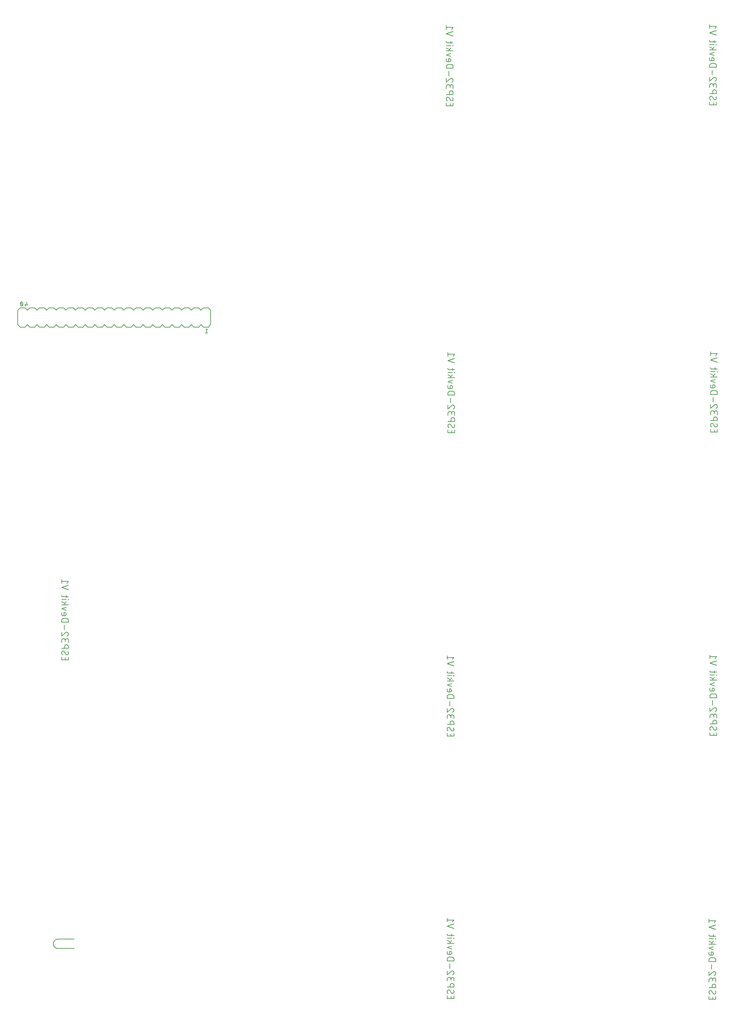
<source format=gbr>
G04 EAGLE Gerber RS-274X export*
G75*
%MOMM*%
%FSLAX34Y34*%
%LPD*%
%INSilkscreen Bottom*%
%IPPOS*%
%AMOC8*
5,1,8,0,0,1.08239X$1,22.5*%
G01*
%ADD10C,0.152400*%
%ADD11C,0.127000*%


D10*
X2101762Y2615464D02*
X2101762Y2607562D01*
X2119542Y2607562D01*
X2119542Y2615464D01*
X2111640Y2613489D02*
X2111640Y2607562D01*
X2101762Y2626860D02*
X2101764Y2626984D01*
X2101770Y2627108D01*
X2101780Y2627232D01*
X2101793Y2627355D01*
X2101811Y2627478D01*
X2101832Y2627600D01*
X2101857Y2627722D01*
X2101886Y2627843D01*
X2101919Y2627962D01*
X2101955Y2628081D01*
X2101996Y2628198D01*
X2102039Y2628314D01*
X2102087Y2628429D01*
X2102138Y2628542D01*
X2102193Y2628654D01*
X2102251Y2628763D01*
X2102312Y2628871D01*
X2102377Y2628977D01*
X2102445Y2629081D01*
X2102517Y2629182D01*
X2102591Y2629282D01*
X2102669Y2629378D01*
X2102749Y2629473D01*
X2102833Y2629565D01*
X2102919Y2629654D01*
X2103008Y2629740D01*
X2103100Y2629824D01*
X2103195Y2629904D01*
X2103291Y2629982D01*
X2103391Y2630056D01*
X2103492Y2630128D01*
X2103596Y2630196D01*
X2103702Y2630261D01*
X2103810Y2630322D01*
X2103919Y2630380D01*
X2104031Y2630435D01*
X2104144Y2630486D01*
X2104259Y2630534D01*
X2104375Y2630577D01*
X2104492Y2630618D01*
X2104611Y2630654D01*
X2104730Y2630687D01*
X2104851Y2630716D01*
X2104973Y2630741D01*
X2105095Y2630762D01*
X2105218Y2630780D01*
X2105341Y2630793D01*
X2105465Y2630803D01*
X2105589Y2630809D01*
X2105713Y2630811D01*
X2101762Y2626860D02*
X2101764Y2626660D01*
X2101772Y2626461D01*
X2101783Y2626261D01*
X2101800Y2626062D01*
X2101822Y2625864D01*
X2101848Y2625666D01*
X2101879Y2625469D01*
X2101914Y2625272D01*
X2101955Y2625076D01*
X2102000Y2624882D01*
X2102049Y2624688D01*
X2102104Y2624496D01*
X2102163Y2624305D01*
X2102226Y2624116D01*
X2102294Y2623928D01*
X2102366Y2623742D01*
X2102443Y2623558D01*
X2102524Y2623375D01*
X2102610Y2623195D01*
X2102700Y2623016D01*
X2102794Y2622840D01*
X2102892Y2622666D01*
X2102994Y2622495D01*
X2103101Y2622326D01*
X2103211Y2622160D01*
X2103326Y2621996D01*
X2103444Y2621835D01*
X2103566Y2621677D01*
X2103692Y2621522D01*
X2103822Y2621370D01*
X2103955Y2621221D01*
X2104091Y2621075D01*
X2104232Y2620933D01*
X2115591Y2621428D02*
X2115715Y2621430D01*
X2115839Y2621436D01*
X2115963Y2621446D01*
X2116086Y2621459D01*
X2116209Y2621477D01*
X2116331Y2621498D01*
X2116453Y2621523D01*
X2116574Y2621552D01*
X2116693Y2621585D01*
X2116812Y2621621D01*
X2116929Y2621662D01*
X2117045Y2621705D01*
X2117160Y2621753D01*
X2117273Y2621804D01*
X2117385Y2621859D01*
X2117494Y2621917D01*
X2117602Y2621978D01*
X2117708Y2622043D01*
X2117812Y2622111D01*
X2117913Y2622183D01*
X2118013Y2622257D01*
X2118109Y2622335D01*
X2118204Y2622415D01*
X2118296Y2622499D01*
X2118385Y2622585D01*
X2118471Y2622674D01*
X2118555Y2622766D01*
X2118635Y2622861D01*
X2118713Y2622957D01*
X2118787Y2623057D01*
X2118859Y2623158D01*
X2118927Y2623262D01*
X2118992Y2623368D01*
X2119053Y2623476D01*
X2119111Y2623585D01*
X2119166Y2623697D01*
X2119217Y2623810D01*
X2119265Y2623925D01*
X2119308Y2624041D01*
X2119349Y2624158D01*
X2119385Y2624277D01*
X2119418Y2624396D01*
X2119447Y2624517D01*
X2119472Y2624639D01*
X2119493Y2624761D01*
X2119511Y2624884D01*
X2119524Y2625007D01*
X2119534Y2625131D01*
X2119540Y2625255D01*
X2119542Y2625379D01*
X2119540Y2625556D01*
X2119534Y2625732D01*
X2119523Y2625908D01*
X2119508Y2626084D01*
X2119489Y2626260D01*
X2119466Y2626435D01*
X2119439Y2626609D01*
X2119408Y2626783D01*
X2119372Y2626956D01*
X2119333Y2627128D01*
X2119289Y2627299D01*
X2119241Y2627469D01*
X2119189Y2627638D01*
X2119133Y2627805D01*
X2119074Y2627971D01*
X2119010Y2628136D01*
X2118942Y2628299D01*
X2118871Y2628460D01*
X2118795Y2628620D01*
X2118716Y2628778D01*
X2118633Y2628934D01*
X2118547Y2629088D01*
X2118457Y2629240D01*
X2118363Y2629389D01*
X2118265Y2629536D01*
X2118165Y2629681D01*
X2118060Y2629824D01*
X2112134Y2623403D02*
X2112197Y2623298D01*
X2112264Y2623195D01*
X2112335Y2623095D01*
X2112408Y2622997D01*
X2112484Y2622900D01*
X2112563Y2622807D01*
X2112645Y2622716D01*
X2112729Y2622627D01*
X2112816Y2622541D01*
X2112906Y2622457D01*
X2112998Y2622377D01*
X2113093Y2622299D01*
X2113190Y2622224D01*
X2113290Y2622152D01*
X2113391Y2622084D01*
X2113495Y2622018D01*
X2113600Y2621956D01*
X2113707Y2621897D01*
X2113816Y2621841D01*
X2113927Y2621788D01*
X2114039Y2621739D01*
X2114153Y2621693D01*
X2114268Y2621651D01*
X2114384Y2621613D01*
X2114502Y2621578D01*
X2114620Y2621546D01*
X2114740Y2621518D01*
X2114860Y2621494D01*
X2114981Y2621474D01*
X2115102Y2621457D01*
X2115224Y2621444D01*
X2115346Y2621434D01*
X2115468Y2621429D01*
X2115591Y2621427D01*
X2109170Y2628836D02*
X2109107Y2628941D01*
X2109040Y2629044D01*
X2108969Y2629144D01*
X2108896Y2629242D01*
X2108820Y2629339D01*
X2108741Y2629432D01*
X2108659Y2629523D01*
X2108575Y2629612D01*
X2108488Y2629698D01*
X2108398Y2629782D01*
X2108306Y2629862D01*
X2108211Y2629940D01*
X2108114Y2630015D01*
X2108014Y2630087D01*
X2107913Y2630155D01*
X2107809Y2630221D01*
X2107704Y2630283D01*
X2107597Y2630342D01*
X2107488Y2630398D01*
X2107377Y2630451D01*
X2107265Y2630500D01*
X2107151Y2630546D01*
X2107036Y2630588D01*
X2106920Y2630626D01*
X2106802Y2630661D01*
X2106684Y2630693D01*
X2106564Y2630721D01*
X2106444Y2630745D01*
X2106323Y2630765D01*
X2106202Y2630782D01*
X2106080Y2630795D01*
X2105958Y2630805D01*
X2105836Y2630810D01*
X2105713Y2630812D01*
X2109170Y2628836D02*
X2112134Y2623403D01*
X2119542Y2637881D02*
X2101762Y2637881D01*
X2119542Y2637881D02*
X2119542Y2642820D01*
X2119540Y2642960D01*
X2119534Y2643099D01*
X2119524Y2643239D01*
X2119510Y2643378D01*
X2119493Y2643517D01*
X2119471Y2643655D01*
X2119445Y2643792D01*
X2119416Y2643929D01*
X2119383Y2644065D01*
X2119346Y2644199D01*
X2119305Y2644333D01*
X2119260Y2644465D01*
X2119211Y2644597D01*
X2119159Y2644726D01*
X2119104Y2644854D01*
X2119044Y2644981D01*
X2118981Y2645106D01*
X2118915Y2645229D01*
X2118845Y2645350D01*
X2118772Y2645469D01*
X2118695Y2645586D01*
X2118615Y2645700D01*
X2118532Y2645813D01*
X2118446Y2645923D01*
X2118356Y2646030D01*
X2118264Y2646135D01*
X2118169Y2646237D01*
X2118071Y2646337D01*
X2117970Y2646434D01*
X2117866Y2646528D01*
X2117760Y2646618D01*
X2117651Y2646706D01*
X2117540Y2646791D01*
X2117426Y2646872D01*
X2117311Y2646951D01*
X2117193Y2647026D01*
X2117073Y2647097D01*
X2116950Y2647165D01*
X2116827Y2647230D01*
X2116701Y2647291D01*
X2116573Y2647349D01*
X2116445Y2647403D01*
X2116314Y2647453D01*
X2116182Y2647500D01*
X2116049Y2647543D01*
X2115915Y2647582D01*
X2115780Y2647617D01*
X2115644Y2647648D01*
X2115506Y2647676D01*
X2115369Y2647699D01*
X2115230Y2647719D01*
X2115091Y2647735D01*
X2114952Y2647747D01*
X2114813Y2647755D01*
X2114673Y2647759D01*
X2114533Y2647759D01*
X2114393Y2647755D01*
X2114254Y2647747D01*
X2114115Y2647735D01*
X2113976Y2647719D01*
X2113837Y2647699D01*
X2113700Y2647676D01*
X2113562Y2647648D01*
X2113426Y2647617D01*
X2113291Y2647582D01*
X2113157Y2647543D01*
X2113024Y2647500D01*
X2112892Y2647453D01*
X2112761Y2647403D01*
X2112633Y2647349D01*
X2112505Y2647291D01*
X2112379Y2647230D01*
X2112256Y2647165D01*
X2112134Y2647097D01*
X2112013Y2647026D01*
X2111895Y2646951D01*
X2111780Y2646872D01*
X2111666Y2646791D01*
X2111555Y2646706D01*
X2111446Y2646618D01*
X2111340Y2646528D01*
X2111236Y2646434D01*
X2111135Y2646337D01*
X2111037Y2646237D01*
X2110942Y2646135D01*
X2110850Y2646030D01*
X2110760Y2645923D01*
X2110674Y2645813D01*
X2110591Y2645700D01*
X2110511Y2645586D01*
X2110434Y2645469D01*
X2110361Y2645350D01*
X2110291Y2645229D01*
X2110225Y2645106D01*
X2110162Y2644981D01*
X2110102Y2644854D01*
X2110047Y2644726D01*
X2109995Y2644597D01*
X2109946Y2644465D01*
X2109901Y2644333D01*
X2109860Y2644199D01*
X2109823Y2644065D01*
X2109790Y2643929D01*
X2109761Y2643792D01*
X2109735Y2643655D01*
X2109713Y2643517D01*
X2109696Y2643378D01*
X2109682Y2643239D01*
X2109672Y2643099D01*
X2109666Y2642960D01*
X2109664Y2642820D01*
X2109664Y2637881D01*
X2101762Y2653876D02*
X2101762Y2658815D01*
X2101764Y2658955D01*
X2101770Y2659094D01*
X2101780Y2659234D01*
X2101794Y2659373D01*
X2101811Y2659512D01*
X2101833Y2659650D01*
X2101859Y2659787D01*
X2101888Y2659924D01*
X2101921Y2660060D01*
X2101958Y2660194D01*
X2101999Y2660328D01*
X2102044Y2660460D01*
X2102093Y2660592D01*
X2102145Y2660721D01*
X2102200Y2660849D01*
X2102260Y2660976D01*
X2102323Y2661101D01*
X2102389Y2661224D01*
X2102459Y2661345D01*
X2102532Y2661464D01*
X2102609Y2661581D01*
X2102689Y2661695D01*
X2102772Y2661808D01*
X2102858Y2661918D01*
X2102948Y2662025D01*
X2103040Y2662130D01*
X2103135Y2662232D01*
X2103233Y2662332D01*
X2103334Y2662429D01*
X2103438Y2662523D01*
X2103544Y2662613D01*
X2103653Y2662701D01*
X2103764Y2662786D01*
X2103878Y2662867D01*
X2103993Y2662946D01*
X2104111Y2663021D01*
X2104232Y2663092D01*
X2104354Y2663160D01*
X2104477Y2663225D01*
X2104603Y2663286D01*
X2104731Y2663344D01*
X2104859Y2663398D01*
X2104990Y2663448D01*
X2105122Y2663495D01*
X2105255Y2663538D01*
X2105389Y2663577D01*
X2105524Y2663612D01*
X2105660Y2663643D01*
X2105798Y2663671D01*
X2105935Y2663694D01*
X2106074Y2663714D01*
X2106213Y2663730D01*
X2106352Y2663742D01*
X2106491Y2663750D01*
X2106631Y2663754D01*
X2106771Y2663754D01*
X2106911Y2663750D01*
X2107050Y2663742D01*
X2107189Y2663730D01*
X2107328Y2663714D01*
X2107467Y2663694D01*
X2107604Y2663671D01*
X2107742Y2663643D01*
X2107878Y2663612D01*
X2108013Y2663577D01*
X2108147Y2663538D01*
X2108280Y2663495D01*
X2108412Y2663448D01*
X2108543Y2663398D01*
X2108671Y2663344D01*
X2108799Y2663286D01*
X2108925Y2663225D01*
X2109048Y2663160D01*
X2109171Y2663092D01*
X2109291Y2663021D01*
X2109409Y2662946D01*
X2109524Y2662867D01*
X2109638Y2662786D01*
X2109749Y2662701D01*
X2109858Y2662613D01*
X2109964Y2662523D01*
X2110068Y2662429D01*
X2110169Y2662332D01*
X2110267Y2662232D01*
X2110362Y2662130D01*
X2110454Y2662025D01*
X2110544Y2661918D01*
X2110630Y2661808D01*
X2110713Y2661695D01*
X2110793Y2661581D01*
X2110870Y2661464D01*
X2110943Y2661345D01*
X2111013Y2661224D01*
X2111079Y2661101D01*
X2111142Y2660976D01*
X2111202Y2660849D01*
X2111257Y2660721D01*
X2111309Y2660592D01*
X2111358Y2660460D01*
X2111403Y2660328D01*
X2111444Y2660194D01*
X2111481Y2660060D01*
X2111514Y2659924D01*
X2111543Y2659787D01*
X2111569Y2659650D01*
X2111591Y2659512D01*
X2111608Y2659373D01*
X2111622Y2659234D01*
X2111632Y2659094D01*
X2111638Y2658955D01*
X2111640Y2658815D01*
X2119542Y2659803D02*
X2119542Y2653876D01*
X2119542Y2659803D02*
X2119540Y2659927D01*
X2119534Y2660051D01*
X2119524Y2660175D01*
X2119511Y2660298D01*
X2119493Y2660421D01*
X2119472Y2660543D01*
X2119447Y2660665D01*
X2119418Y2660786D01*
X2119385Y2660905D01*
X2119349Y2661024D01*
X2119308Y2661141D01*
X2119265Y2661257D01*
X2119217Y2661372D01*
X2119166Y2661485D01*
X2119111Y2661597D01*
X2119053Y2661706D01*
X2118992Y2661814D01*
X2118927Y2661920D01*
X2118859Y2662024D01*
X2118787Y2662125D01*
X2118713Y2662225D01*
X2118635Y2662321D01*
X2118555Y2662416D01*
X2118471Y2662508D01*
X2118385Y2662597D01*
X2118296Y2662683D01*
X2118204Y2662767D01*
X2118109Y2662847D01*
X2118013Y2662925D01*
X2117913Y2662999D01*
X2117812Y2663071D01*
X2117708Y2663139D01*
X2117602Y2663204D01*
X2117494Y2663265D01*
X2117385Y2663323D01*
X2117273Y2663378D01*
X2117160Y2663429D01*
X2117045Y2663477D01*
X2116929Y2663520D01*
X2116812Y2663561D01*
X2116693Y2663597D01*
X2116574Y2663630D01*
X2116453Y2663659D01*
X2116331Y2663684D01*
X2116209Y2663705D01*
X2116086Y2663723D01*
X2115963Y2663736D01*
X2115839Y2663746D01*
X2115715Y2663752D01*
X2115591Y2663754D01*
X2115467Y2663752D01*
X2115343Y2663746D01*
X2115219Y2663736D01*
X2115096Y2663723D01*
X2114973Y2663705D01*
X2114851Y2663684D01*
X2114729Y2663659D01*
X2114608Y2663630D01*
X2114489Y2663597D01*
X2114370Y2663561D01*
X2114253Y2663520D01*
X2114137Y2663477D01*
X2114022Y2663429D01*
X2113909Y2663378D01*
X2113797Y2663323D01*
X2113688Y2663265D01*
X2113580Y2663204D01*
X2113474Y2663139D01*
X2113370Y2663071D01*
X2113269Y2662999D01*
X2113169Y2662925D01*
X2113073Y2662847D01*
X2112978Y2662767D01*
X2112886Y2662683D01*
X2112797Y2662597D01*
X2112711Y2662508D01*
X2112627Y2662416D01*
X2112547Y2662321D01*
X2112469Y2662225D01*
X2112395Y2662125D01*
X2112323Y2662024D01*
X2112255Y2661920D01*
X2112190Y2661814D01*
X2112129Y2661706D01*
X2112071Y2661597D01*
X2112016Y2661485D01*
X2111965Y2661372D01*
X2111917Y2661257D01*
X2111874Y2661141D01*
X2111833Y2661024D01*
X2111797Y2660905D01*
X2111764Y2660786D01*
X2111735Y2660665D01*
X2111710Y2660543D01*
X2111689Y2660421D01*
X2111671Y2660298D01*
X2111658Y2660175D01*
X2111648Y2660051D01*
X2111642Y2659927D01*
X2111640Y2659803D01*
X2111640Y2655852D01*
X2119542Y2676059D02*
X2119540Y2676191D01*
X2119534Y2676322D01*
X2119524Y2676454D01*
X2119511Y2676585D01*
X2119493Y2676715D01*
X2119472Y2676845D01*
X2119447Y2676975D01*
X2119418Y2677103D01*
X2119385Y2677231D01*
X2119348Y2677357D01*
X2119308Y2677483D01*
X2119264Y2677607D01*
X2119216Y2677730D01*
X2119165Y2677851D01*
X2119110Y2677971D01*
X2119052Y2678089D01*
X2118990Y2678205D01*
X2118924Y2678319D01*
X2118856Y2678432D01*
X2118784Y2678542D01*
X2118709Y2678650D01*
X2118630Y2678756D01*
X2118549Y2678860D01*
X2118464Y2678961D01*
X2118377Y2679059D01*
X2118286Y2679155D01*
X2118193Y2679248D01*
X2118097Y2679339D01*
X2117999Y2679426D01*
X2117898Y2679511D01*
X2117794Y2679592D01*
X2117688Y2679671D01*
X2117580Y2679746D01*
X2117470Y2679818D01*
X2117357Y2679886D01*
X2117243Y2679952D01*
X2117127Y2680014D01*
X2117009Y2680072D01*
X2116889Y2680127D01*
X2116768Y2680178D01*
X2116645Y2680226D01*
X2116521Y2680270D01*
X2116395Y2680310D01*
X2116269Y2680347D01*
X2116141Y2680380D01*
X2116013Y2680409D01*
X2115883Y2680434D01*
X2115753Y2680455D01*
X2115623Y2680473D01*
X2115492Y2680486D01*
X2115360Y2680496D01*
X2115229Y2680502D01*
X2115097Y2680504D01*
X2119542Y2676059D02*
X2119540Y2675909D01*
X2119534Y2675760D01*
X2119524Y2675611D01*
X2119511Y2675462D01*
X2119493Y2675313D01*
X2119472Y2675165D01*
X2119446Y2675017D01*
X2119417Y2674871D01*
X2119384Y2674725D01*
X2119347Y2674580D01*
X2119306Y2674436D01*
X2119262Y2674293D01*
X2119214Y2674151D01*
X2119162Y2674011D01*
X2119107Y2673872D01*
X2119048Y2673734D01*
X2118985Y2673599D01*
X2118919Y2673464D01*
X2118849Y2673332D01*
X2118776Y2673202D01*
X2118699Y2673073D01*
X2118619Y2672946D01*
X2118536Y2672822D01*
X2118450Y2672700D01*
X2118360Y2672580D01*
X2118267Y2672463D01*
X2118172Y2672348D01*
X2118073Y2672235D01*
X2117971Y2672125D01*
X2117867Y2672018D01*
X2117760Y2671914D01*
X2117650Y2671812D01*
X2117537Y2671714D01*
X2117422Y2671618D01*
X2117304Y2671526D01*
X2117184Y2671436D01*
X2117062Y2671350D01*
X2116938Y2671267D01*
X2116811Y2671187D01*
X2116683Y2671111D01*
X2116552Y2671038D01*
X2116419Y2670968D01*
X2116285Y2670902D01*
X2116149Y2670840D01*
X2116012Y2670781D01*
X2115873Y2670725D01*
X2115732Y2670674D01*
X2115591Y2670626D01*
X2111640Y2679022D02*
X2111733Y2679118D01*
X2111829Y2679210D01*
X2111928Y2679300D01*
X2112029Y2679387D01*
X2112132Y2679472D01*
X2112237Y2679553D01*
X2112345Y2679631D01*
X2112455Y2679706D01*
X2112567Y2679779D01*
X2112681Y2679848D01*
X2112797Y2679914D01*
X2112915Y2679976D01*
X2113034Y2680035D01*
X2113155Y2680091D01*
X2113278Y2680144D01*
X2113402Y2680193D01*
X2113527Y2680238D01*
X2113654Y2680281D01*
X2113781Y2680319D01*
X2113910Y2680354D01*
X2114039Y2680385D01*
X2114170Y2680413D01*
X2114301Y2680437D01*
X2114433Y2680458D01*
X2114565Y2680474D01*
X2114698Y2680487D01*
X2114831Y2680497D01*
X2114964Y2680502D01*
X2115097Y2680504D01*
X2111640Y2679023D02*
X2101762Y2670627D01*
X2101762Y2680504D01*
X2108676Y2687506D02*
X2108676Y2699359D01*
X2101762Y2706919D02*
X2119542Y2706919D01*
X2119542Y2711858D01*
X2119540Y2711997D01*
X2119534Y2712135D01*
X2119525Y2712273D01*
X2119511Y2712411D01*
X2119494Y2712548D01*
X2119472Y2712685D01*
X2119447Y2712822D01*
X2119418Y2712957D01*
X2119385Y2713092D01*
X2119349Y2713225D01*
X2119309Y2713358D01*
X2119265Y2713489D01*
X2119217Y2713619D01*
X2119166Y2713748D01*
X2119111Y2713875D01*
X2119053Y2714001D01*
X2118991Y2714125D01*
X2118926Y2714247D01*
X2118857Y2714367D01*
X2118785Y2714486D01*
X2118710Y2714602D01*
X2118631Y2714716D01*
X2118549Y2714828D01*
X2118464Y2714937D01*
X2118377Y2715045D01*
X2118286Y2715149D01*
X2118192Y2715251D01*
X2118095Y2715350D01*
X2117996Y2715447D01*
X2117894Y2715541D01*
X2117790Y2715632D01*
X2117682Y2715719D01*
X2117573Y2715804D01*
X2117461Y2715886D01*
X2117347Y2715965D01*
X2117231Y2716040D01*
X2117112Y2716112D01*
X2116992Y2716181D01*
X2116870Y2716246D01*
X2116746Y2716308D01*
X2116620Y2716366D01*
X2116493Y2716421D01*
X2116364Y2716472D01*
X2116234Y2716520D01*
X2116103Y2716564D01*
X2115970Y2716604D01*
X2115837Y2716640D01*
X2115702Y2716673D01*
X2115567Y2716702D01*
X2115430Y2716727D01*
X2115293Y2716749D01*
X2115156Y2716766D01*
X2115018Y2716780D01*
X2114880Y2716789D01*
X2114742Y2716795D01*
X2114603Y2716797D01*
X2106701Y2716797D01*
X2106562Y2716795D01*
X2106424Y2716789D01*
X2106286Y2716780D01*
X2106148Y2716766D01*
X2106011Y2716749D01*
X2105874Y2716727D01*
X2105737Y2716702D01*
X2105602Y2716673D01*
X2105467Y2716640D01*
X2105334Y2716604D01*
X2105201Y2716564D01*
X2105070Y2716520D01*
X2104940Y2716472D01*
X2104811Y2716421D01*
X2104684Y2716366D01*
X2104558Y2716308D01*
X2104434Y2716246D01*
X2104312Y2716181D01*
X2104192Y2716112D01*
X2104073Y2716040D01*
X2103957Y2715965D01*
X2103843Y2715886D01*
X2103731Y2715804D01*
X2103622Y2715719D01*
X2103514Y2715632D01*
X2103410Y2715541D01*
X2103308Y2715447D01*
X2103209Y2715350D01*
X2103112Y2715251D01*
X2103018Y2715149D01*
X2102927Y2715045D01*
X2102840Y2714937D01*
X2102755Y2714828D01*
X2102673Y2714716D01*
X2102594Y2714602D01*
X2102519Y2714486D01*
X2102447Y2714367D01*
X2102378Y2714247D01*
X2102313Y2714125D01*
X2102251Y2714001D01*
X2102193Y2713875D01*
X2102138Y2713748D01*
X2102087Y2713619D01*
X2102039Y2713489D01*
X2101995Y2713358D01*
X2101955Y2713225D01*
X2101919Y2713092D01*
X2101886Y2712957D01*
X2101857Y2712822D01*
X2101832Y2712685D01*
X2101810Y2712548D01*
X2101793Y2712411D01*
X2101779Y2712273D01*
X2101770Y2712135D01*
X2101764Y2711997D01*
X2101762Y2711858D01*
X2101762Y2706919D01*
X2101762Y2727062D02*
X2101762Y2732001D01*
X2101762Y2727062D02*
X2101764Y2726956D01*
X2101770Y2726851D01*
X2101779Y2726745D01*
X2101792Y2726640D01*
X2101809Y2726536D01*
X2101830Y2726432D01*
X2101854Y2726329D01*
X2101882Y2726227D01*
X2101914Y2726126D01*
X2101949Y2726027D01*
X2101988Y2725928D01*
X2102030Y2725831D01*
X2102075Y2725736D01*
X2102124Y2725642D01*
X2102177Y2725550D01*
X2102232Y2725460D01*
X2102291Y2725372D01*
X2102353Y2725286D01*
X2102418Y2725203D01*
X2102486Y2725122D01*
X2102556Y2725043D01*
X2102630Y2724967D01*
X2102706Y2724893D01*
X2102785Y2724823D01*
X2102866Y2724755D01*
X2102949Y2724690D01*
X2103035Y2724628D01*
X2103123Y2724569D01*
X2103213Y2724514D01*
X2103305Y2724461D01*
X2103399Y2724412D01*
X2103494Y2724367D01*
X2103591Y2724325D01*
X2103690Y2724286D01*
X2103789Y2724251D01*
X2103890Y2724219D01*
X2103992Y2724191D01*
X2104095Y2724167D01*
X2104199Y2724146D01*
X2104303Y2724129D01*
X2104408Y2724116D01*
X2104514Y2724107D01*
X2104619Y2724101D01*
X2104725Y2724099D01*
X2109664Y2724099D01*
X2109788Y2724101D01*
X2109912Y2724107D01*
X2110036Y2724117D01*
X2110159Y2724130D01*
X2110282Y2724148D01*
X2110404Y2724169D01*
X2110526Y2724194D01*
X2110647Y2724223D01*
X2110766Y2724256D01*
X2110885Y2724292D01*
X2111002Y2724333D01*
X2111118Y2724376D01*
X2111233Y2724424D01*
X2111346Y2724475D01*
X2111458Y2724530D01*
X2111567Y2724588D01*
X2111675Y2724649D01*
X2111781Y2724714D01*
X2111885Y2724782D01*
X2111986Y2724854D01*
X2112086Y2724928D01*
X2112182Y2725006D01*
X2112277Y2725086D01*
X2112369Y2725170D01*
X2112458Y2725256D01*
X2112544Y2725345D01*
X2112628Y2725437D01*
X2112708Y2725532D01*
X2112786Y2725628D01*
X2112860Y2725728D01*
X2112932Y2725829D01*
X2113000Y2725933D01*
X2113065Y2726039D01*
X2113126Y2726147D01*
X2113184Y2726256D01*
X2113239Y2726368D01*
X2113290Y2726481D01*
X2113338Y2726596D01*
X2113381Y2726712D01*
X2113422Y2726829D01*
X2113458Y2726948D01*
X2113491Y2727067D01*
X2113520Y2727188D01*
X2113545Y2727310D01*
X2113566Y2727432D01*
X2113584Y2727555D01*
X2113597Y2727678D01*
X2113607Y2727802D01*
X2113613Y2727926D01*
X2113615Y2728050D01*
X2113613Y2728174D01*
X2113607Y2728298D01*
X2113597Y2728422D01*
X2113584Y2728545D01*
X2113566Y2728668D01*
X2113545Y2728790D01*
X2113520Y2728912D01*
X2113491Y2729033D01*
X2113458Y2729152D01*
X2113422Y2729271D01*
X2113381Y2729388D01*
X2113338Y2729504D01*
X2113290Y2729619D01*
X2113239Y2729732D01*
X2113184Y2729844D01*
X2113126Y2729953D01*
X2113065Y2730061D01*
X2113000Y2730167D01*
X2112932Y2730271D01*
X2112860Y2730372D01*
X2112786Y2730472D01*
X2112708Y2730568D01*
X2112628Y2730663D01*
X2112544Y2730755D01*
X2112458Y2730844D01*
X2112369Y2730930D01*
X2112277Y2731014D01*
X2112182Y2731094D01*
X2112086Y2731172D01*
X2111986Y2731246D01*
X2111885Y2731318D01*
X2111781Y2731386D01*
X2111675Y2731451D01*
X2111567Y2731512D01*
X2111458Y2731570D01*
X2111346Y2731625D01*
X2111233Y2731676D01*
X2111118Y2731724D01*
X2111002Y2731767D01*
X2110885Y2731808D01*
X2110766Y2731844D01*
X2110647Y2731877D01*
X2110526Y2731906D01*
X2110404Y2731931D01*
X2110282Y2731952D01*
X2110159Y2731970D01*
X2110036Y2731983D01*
X2109912Y2731993D01*
X2109788Y2731999D01*
X2109664Y2732001D01*
X2107689Y2732001D01*
X2107689Y2724099D01*
X2113615Y2738058D02*
X2101762Y2742009D01*
X2113615Y2745960D01*
X2119542Y2752732D02*
X2101762Y2752732D01*
X2107689Y2752732D02*
X2113615Y2760635D01*
X2110158Y2756190D02*
X2101762Y2760635D01*
X2101762Y2766576D02*
X2113615Y2766576D01*
X2118554Y2766082D02*
X2119542Y2766082D01*
X2119542Y2767070D01*
X2118554Y2767070D01*
X2118554Y2766082D01*
X2113615Y2771879D02*
X2113615Y2777806D01*
X2119542Y2773854D02*
X2104725Y2773854D01*
X2104725Y2773855D02*
X2104619Y2773857D01*
X2104514Y2773863D01*
X2104408Y2773872D01*
X2104303Y2773885D01*
X2104199Y2773902D01*
X2104095Y2773923D01*
X2103992Y2773947D01*
X2103890Y2773975D01*
X2103789Y2774007D01*
X2103690Y2774042D01*
X2103591Y2774081D01*
X2103494Y2774123D01*
X2103399Y2774168D01*
X2103305Y2774217D01*
X2103213Y2774270D01*
X2103123Y2774325D01*
X2103035Y2774384D01*
X2102949Y2774446D01*
X2102866Y2774511D01*
X2102785Y2774579D01*
X2102706Y2774649D01*
X2102630Y2774723D01*
X2102556Y2774799D01*
X2102486Y2774878D01*
X2102418Y2774959D01*
X2102353Y2775042D01*
X2102291Y2775128D01*
X2102232Y2775216D01*
X2102177Y2775306D01*
X2102124Y2775398D01*
X2102075Y2775492D01*
X2102030Y2775587D01*
X2101988Y2775684D01*
X2101949Y2775783D01*
X2101914Y2775882D01*
X2101882Y2775983D01*
X2101854Y2776085D01*
X2101830Y2776188D01*
X2101809Y2776292D01*
X2101792Y2776396D01*
X2101779Y2776501D01*
X2101770Y2776607D01*
X2101764Y2776712D01*
X2101762Y2776818D01*
X2101762Y2777806D01*
X2101762Y2797844D02*
X2119542Y2791917D01*
X2119542Y2803770D02*
X2101762Y2797844D01*
X2115591Y2809655D02*
X2119542Y2814594D01*
X2101762Y2814594D01*
X2101762Y2809655D02*
X2101762Y2819533D01*
X1408362Y2612964D02*
X1408362Y2605062D01*
X1426142Y2605062D01*
X1426142Y2612964D01*
X1418240Y2610989D02*
X1418240Y2605062D01*
X1408362Y2624360D02*
X1408364Y2624484D01*
X1408370Y2624608D01*
X1408380Y2624732D01*
X1408393Y2624855D01*
X1408411Y2624978D01*
X1408432Y2625100D01*
X1408457Y2625222D01*
X1408486Y2625343D01*
X1408519Y2625462D01*
X1408555Y2625581D01*
X1408596Y2625698D01*
X1408639Y2625814D01*
X1408687Y2625929D01*
X1408738Y2626042D01*
X1408793Y2626154D01*
X1408851Y2626263D01*
X1408912Y2626371D01*
X1408977Y2626477D01*
X1409045Y2626581D01*
X1409117Y2626682D01*
X1409191Y2626782D01*
X1409269Y2626878D01*
X1409349Y2626973D01*
X1409433Y2627065D01*
X1409519Y2627154D01*
X1409608Y2627240D01*
X1409700Y2627324D01*
X1409795Y2627404D01*
X1409891Y2627482D01*
X1409991Y2627556D01*
X1410092Y2627628D01*
X1410196Y2627696D01*
X1410302Y2627761D01*
X1410410Y2627822D01*
X1410519Y2627880D01*
X1410631Y2627935D01*
X1410744Y2627986D01*
X1410859Y2628034D01*
X1410975Y2628077D01*
X1411092Y2628118D01*
X1411211Y2628154D01*
X1411330Y2628187D01*
X1411451Y2628216D01*
X1411573Y2628241D01*
X1411695Y2628262D01*
X1411818Y2628280D01*
X1411941Y2628293D01*
X1412065Y2628303D01*
X1412189Y2628309D01*
X1412313Y2628311D01*
X1408362Y2624360D02*
X1408364Y2624160D01*
X1408372Y2623961D01*
X1408383Y2623761D01*
X1408400Y2623562D01*
X1408422Y2623364D01*
X1408448Y2623166D01*
X1408479Y2622969D01*
X1408514Y2622772D01*
X1408555Y2622576D01*
X1408600Y2622382D01*
X1408649Y2622188D01*
X1408704Y2621996D01*
X1408763Y2621805D01*
X1408826Y2621616D01*
X1408894Y2621428D01*
X1408966Y2621242D01*
X1409043Y2621058D01*
X1409124Y2620875D01*
X1409210Y2620695D01*
X1409300Y2620516D01*
X1409394Y2620340D01*
X1409492Y2620166D01*
X1409594Y2619995D01*
X1409701Y2619826D01*
X1409811Y2619660D01*
X1409926Y2619496D01*
X1410044Y2619335D01*
X1410166Y2619177D01*
X1410292Y2619022D01*
X1410422Y2618870D01*
X1410555Y2618721D01*
X1410691Y2618575D01*
X1410832Y2618433D01*
X1422191Y2618928D02*
X1422315Y2618930D01*
X1422439Y2618936D01*
X1422563Y2618946D01*
X1422686Y2618959D01*
X1422809Y2618977D01*
X1422931Y2618998D01*
X1423053Y2619023D01*
X1423174Y2619052D01*
X1423293Y2619085D01*
X1423412Y2619121D01*
X1423529Y2619162D01*
X1423645Y2619205D01*
X1423760Y2619253D01*
X1423873Y2619304D01*
X1423985Y2619359D01*
X1424094Y2619417D01*
X1424202Y2619478D01*
X1424308Y2619543D01*
X1424412Y2619611D01*
X1424513Y2619683D01*
X1424613Y2619757D01*
X1424709Y2619835D01*
X1424804Y2619915D01*
X1424896Y2619999D01*
X1424985Y2620085D01*
X1425071Y2620174D01*
X1425155Y2620266D01*
X1425235Y2620361D01*
X1425313Y2620457D01*
X1425387Y2620557D01*
X1425459Y2620658D01*
X1425527Y2620762D01*
X1425592Y2620868D01*
X1425653Y2620976D01*
X1425711Y2621085D01*
X1425766Y2621197D01*
X1425817Y2621310D01*
X1425865Y2621425D01*
X1425908Y2621541D01*
X1425949Y2621658D01*
X1425985Y2621777D01*
X1426018Y2621896D01*
X1426047Y2622017D01*
X1426072Y2622139D01*
X1426093Y2622261D01*
X1426111Y2622384D01*
X1426124Y2622507D01*
X1426134Y2622631D01*
X1426140Y2622755D01*
X1426142Y2622879D01*
X1426140Y2623056D01*
X1426134Y2623232D01*
X1426123Y2623408D01*
X1426108Y2623584D01*
X1426089Y2623760D01*
X1426066Y2623935D01*
X1426039Y2624109D01*
X1426008Y2624283D01*
X1425972Y2624456D01*
X1425933Y2624628D01*
X1425889Y2624799D01*
X1425841Y2624969D01*
X1425789Y2625138D01*
X1425733Y2625305D01*
X1425674Y2625471D01*
X1425610Y2625636D01*
X1425542Y2625799D01*
X1425471Y2625960D01*
X1425395Y2626120D01*
X1425316Y2626278D01*
X1425233Y2626434D01*
X1425147Y2626588D01*
X1425057Y2626740D01*
X1424963Y2626889D01*
X1424865Y2627036D01*
X1424765Y2627181D01*
X1424660Y2627324D01*
X1418734Y2620903D02*
X1418797Y2620798D01*
X1418864Y2620695D01*
X1418935Y2620595D01*
X1419008Y2620497D01*
X1419084Y2620400D01*
X1419163Y2620307D01*
X1419245Y2620216D01*
X1419329Y2620127D01*
X1419416Y2620041D01*
X1419506Y2619957D01*
X1419598Y2619877D01*
X1419693Y2619799D01*
X1419790Y2619724D01*
X1419890Y2619652D01*
X1419991Y2619584D01*
X1420095Y2619518D01*
X1420200Y2619456D01*
X1420307Y2619397D01*
X1420416Y2619341D01*
X1420527Y2619288D01*
X1420639Y2619239D01*
X1420753Y2619193D01*
X1420868Y2619151D01*
X1420984Y2619113D01*
X1421102Y2619078D01*
X1421220Y2619046D01*
X1421340Y2619018D01*
X1421460Y2618994D01*
X1421581Y2618974D01*
X1421702Y2618957D01*
X1421824Y2618944D01*
X1421946Y2618934D01*
X1422068Y2618929D01*
X1422191Y2618927D01*
X1415770Y2626336D02*
X1415707Y2626441D01*
X1415640Y2626544D01*
X1415569Y2626644D01*
X1415496Y2626742D01*
X1415420Y2626839D01*
X1415341Y2626932D01*
X1415259Y2627023D01*
X1415175Y2627112D01*
X1415088Y2627198D01*
X1414998Y2627282D01*
X1414906Y2627362D01*
X1414811Y2627440D01*
X1414714Y2627515D01*
X1414614Y2627587D01*
X1414513Y2627655D01*
X1414409Y2627721D01*
X1414304Y2627783D01*
X1414197Y2627842D01*
X1414088Y2627898D01*
X1413977Y2627951D01*
X1413865Y2628000D01*
X1413751Y2628046D01*
X1413636Y2628088D01*
X1413520Y2628126D01*
X1413402Y2628161D01*
X1413284Y2628193D01*
X1413164Y2628221D01*
X1413044Y2628245D01*
X1412923Y2628265D01*
X1412802Y2628282D01*
X1412680Y2628295D01*
X1412558Y2628305D01*
X1412436Y2628310D01*
X1412313Y2628312D01*
X1415770Y2626336D02*
X1418734Y2620903D01*
X1426142Y2635381D02*
X1408362Y2635381D01*
X1426142Y2635381D02*
X1426142Y2640320D01*
X1426140Y2640460D01*
X1426134Y2640599D01*
X1426124Y2640739D01*
X1426110Y2640878D01*
X1426093Y2641017D01*
X1426071Y2641155D01*
X1426045Y2641292D01*
X1426016Y2641429D01*
X1425983Y2641565D01*
X1425946Y2641699D01*
X1425905Y2641833D01*
X1425860Y2641965D01*
X1425811Y2642097D01*
X1425759Y2642226D01*
X1425704Y2642354D01*
X1425644Y2642481D01*
X1425581Y2642606D01*
X1425515Y2642729D01*
X1425445Y2642850D01*
X1425372Y2642969D01*
X1425295Y2643086D01*
X1425215Y2643200D01*
X1425132Y2643313D01*
X1425046Y2643423D01*
X1424956Y2643530D01*
X1424864Y2643635D01*
X1424769Y2643737D01*
X1424671Y2643837D01*
X1424570Y2643934D01*
X1424466Y2644028D01*
X1424360Y2644118D01*
X1424251Y2644206D01*
X1424140Y2644291D01*
X1424026Y2644372D01*
X1423911Y2644451D01*
X1423793Y2644526D01*
X1423673Y2644597D01*
X1423550Y2644665D01*
X1423427Y2644730D01*
X1423301Y2644791D01*
X1423173Y2644849D01*
X1423045Y2644903D01*
X1422914Y2644953D01*
X1422782Y2645000D01*
X1422649Y2645043D01*
X1422515Y2645082D01*
X1422380Y2645117D01*
X1422244Y2645148D01*
X1422106Y2645176D01*
X1421969Y2645199D01*
X1421830Y2645219D01*
X1421691Y2645235D01*
X1421552Y2645247D01*
X1421413Y2645255D01*
X1421273Y2645259D01*
X1421133Y2645259D01*
X1420993Y2645255D01*
X1420854Y2645247D01*
X1420715Y2645235D01*
X1420576Y2645219D01*
X1420437Y2645199D01*
X1420300Y2645176D01*
X1420162Y2645148D01*
X1420026Y2645117D01*
X1419891Y2645082D01*
X1419757Y2645043D01*
X1419624Y2645000D01*
X1419492Y2644953D01*
X1419361Y2644903D01*
X1419233Y2644849D01*
X1419105Y2644791D01*
X1418979Y2644730D01*
X1418856Y2644665D01*
X1418734Y2644597D01*
X1418613Y2644526D01*
X1418495Y2644451D01*
X1418380Y2644372D01*
X1418266Y2644291D01*
X1418155Y2644206D01*
X1418046Y2644118D01*
X1417940Y2644028D01*
X1417836Y2643934D01*
X1417735Y2643837D01*
X1417637Y2643737D01*
X1417542Y2643635D01*
X1417450Y2643530D01*
X1417360Y2643423D01*
X1417274Y2643313D01*
X1417191Y2643200D01*
X1417111Y2643086D01*
X1417034Y2642969D01*
X1416961Y2642850D01*
X1416891Y2642729D01*
X1416825Y2642606D01*
X1416762Y2642481D01*
X1416702Y2642354D01*
X1416647Y2642226D01*
X1416595Y2642097D01*
X1416546Y2641965D01*
X1416501Y2641833D01*
X1416460Y2641699D01*
X1416423Y2641565D01*
X1416390Y2641429D01*
X1416361Y2641292D01*
X1416335Y2641155D01*
X1416313Y2641017D01*
X1416296Y2640878D01*
X1416282Y2640739D01*
X1416272Y2640599D01*
X1416266Y2640460D01*
X1416264Y2640320D01*
X1416264Y2635381D01*
X1408362Y2651376D02*
X1408362Y2656315D01*
X1408364Y2656455D01*
X1408370Y2656594D01*
X1408380Y2656734D01*
X1408394Y2656873D01*
X1408411Y2657012D01*
X1408433Y2657150D01*
X1408459Y2657287D01*
X1408488Y2657424D01*
X1408521Y2657560D01*
X1408558Y2657694D01*
X1408599Y2657828D01*
X1408644Y2657960D01*
X1408693Y2658092D01*
X1408745Y2658221D01*
X1408800Y2658349D01*
X1408860Y2658476D01*
X1408923Y2658601D01*
X1408989Y2658724D01*
X1409059Y2658845D01*
X1409132Y2658964D01*
X1409209Y2659081D01*
X1409289Y2659195D01*
X1409372Y2659308D01*
X1409458Y2659418D01*
X1409548Y2659525D01*
X1409640Y2659630D01*
X1409735Y2659732D01*
X1409833Y2659832D01*
X1409934Y2659929D01*
X1410038Y2660023D01*
X1410144Y2660113D01*
X1410253Y2660201D01*
X1410364Y2660286D01*
X1410478Y2660367D01*
X1410593Y2660446D01*
X1410711Y2660521D01*
X1410832Y2660592D01*
X1410954Y2660660D01*
X1411077Y2660725D01*
X1411203Y2660786D01*
X1411331Y2660844D01*
X1411459Y2660898D01*
X1411590Y2660948D01*
X1411722Y2660995D01*
X1411855Y2661038D01*
X1411989Y2661077D01*
X1412124Y2661112D01*
X1412260Y2661143D01*
X1412398Y2661171D01*
X1412535Y2661194D01*
X1412674Y2661214D01*
X1412813Y2661230D01*
X1412952Y2661242D01*
X1413091Y2661250D01*
X1413231Y2661254D01*
X1413371Y2661254D01*
X1413511Y2661250D01*
X1413650Y2661242D01*
X1413789Y2661230D01*
X1413928Y2661214D01*
X1414067Y2661194D01*
X1414204Y2661171D01*
X1414342Y2661143D01*
X1414478Y2661112D01*
X1414613Y2661077D01*
X1414747Y2661038D01*
X1414880Y2660995D01*
X1415012Y2660948D01*
X1415143Y2660898D01*
X1415271Y2660844D01*
X1415399Y2660786D01*
X1415525Y2660725D01*
X1415648Y2660660D01*
X1415771Y2660592D01*
X1415891Y2660521D01*
X1416009Y2660446D01*
X1416124Y2660367D01*
X1416238Y2660286D01*
X1416349Y2660201D01*
X1416458Y2660113D01*
X1416564Y2660023D01*
X1416668Y2659929D01*
X1416769Y2659832D01*
X1416867Y2659732D01*
X1416962Y2659630D01*
X1417054Y2659525D01*
X1417144Y2659418D01*
X1417230Y2659308D01*
X1417313Y2659195D01*
X1417393Y2659081D01*
X1417470Y2658964D01*
X1417543Y2658845D01*
X1417613Y2658724D01*
X1417679Y2658601D01*
X1417742Y2658476D01*
X1417802Y2658349D01*
X1417857Y2658221D01*
X1417909Y2658092D01*
X1417958Y2657960D01*
X1418003Y2657828D01*
X1418044Y2657694D01*
X1418081Y2657560D01*
X1418114Y2657424D01*
X1418143Y2657287D01*
X1418169Y2657150D01*
X1418191Y2657012D01*
X1418208Y2656873D01*
X1418222Y2656734D01*
X1418232Y2656594D01*
X1418238Y2656455D01*
X1418240Y2656315D01*
X1426142Y2657303D02*
X1426142Y2651376D01*
X1426142Y2657303D02*
X1426140Y2657427D01*
X1426134Y2657551D01*
X1426124Y2657675D01*
X1426111Y2657798D01*
X1426093Y2657921D01*
X1426072Y2658043D01*
X1426047Y2658165D01*
X1426018Y2658286D01*
X1425985Y2658405D01*
X1425949Y2658524D01*
X1425908Y2658641D01*
X1425865Y2658757D01*
X1425817Y2658872D01*
X1425766Y2658985D01*
X1425711Y2659097D01*
X1425653Y2659206D01*
X1425592Y2659314D01*
X1425527Y2659420D01*
X1425459Y2659524D01*
X1425387Y2659625D01*
X1425313Y2659725D01*
X1425235Y2659821D01*
X1425155Y2659916D01*
X1425071Y2660008D01*
X1424985Y2660097D01*
X1424896Y2660183D01*
X1424804Y2660267D01*
X1424709Y2660347D01*
X1424613Y2660425D01*
X1424513Y2660499D01*
X1424412Y2660571D01*
X1424308Y2660639D01*
X1424202Y2660704D01*
X1424094Y2660765D01*
X1423985Y2660823D01*
X1423873Y2660878D01*
X1423760Y2660929D01*
X1423645Y2660977D01*
X1423529Y2661020D01*
X1423412Y2661061D01*
X1423293Y2661097D01*
X1423174Y2661130D01*
X1423053Y2661159D01*
X1422931Y2661184D01*
X1422809Y2661205D01*
X1422686Y2661223D01*
X1422563Y2661236D01*
X1422439Y2661246D01*
X1422315Y2661252D01*
X1422191Y2661254D01*
X1422067Y2661252D01*
X1421943Y2661246D01*
X1421819Y2661236D01*
X1421696Y2661223D01*
X1421573Y2661205D01*
X1421451Y2661184D01*
X1421329Y2661159D01*
X1421208Y2661130D01*
X1421089Y2661097D01*
X1420970Y2661061D01*
X1420853Y2661020D01*
X1420737Y2660977D01*
X1420622Y2660929D01*
X1420509Y2660878D01*
X1420397Y2660823D01*
X1420288Y2660765D01*
X1420180Y2660704D01*
X1420074Y2660639D01*
X1419970Y2660571D01*
X1419869Y2660499D01*
X1419769Y2660425D01*
X1419673Y2660347D01*
X1419578Y2660267D01*
X1419486Y2660183D01*
X1419397Y2660097D01*
X1419311Y2660008D01*
X1419227Y2659916D01*
X1419147Y2659821D01*
X1419069Y2659725D01*
X1418995Y2659625D01*
X1418923Y2659524D01*
X1418855Y2659420D01*
X1418790Y2659314D01*
X1418729Y2659206D01*
X1418671Y2659097D01*
X1418616Y2658985D01*
X1418565Y2658872D01*
X1418517Y2658757D01*
X1418474Y2658641D01*
X1418433Y2658524D01*
X1418397Y2658405D01*
X1418364Y2658286D01*
X1418335Y2658165D01*
X1418310Y2658043D01*
X1418289Y2657921D01*
X1418271Y2657798D01*
X1418258Y2657675D01*
X1418248Y2657551D01*
X1418242Y2657427D01*
X1418240Y2657303D01*
X1418240Y2653352D01*
X1426142Y2673559D02*
X1426140Y2673691D01*
X1426134Y2673822D01*
X1426124Y2673954D01*
X1426111Y2674085D01*
X1426093Y2674215D01*
X1426072Y2674345D01*
X1426047Y2674475D01*
X1426018Y2674603D01*
X1425985Y2674731D01*
X1425948Y2674857D01*
X1425908Y2674983D01*
X1425864Y2675107D01*
X1425816Y2675230D01*
X1425765Y2675351D01*
X1425710Y2675471D01*
X1425652Y2675589D01*
X1425590Y2675705D01*
X1425524Y2675819D01*
X1425456Y2675932D01*
X1425384Y2676042D01*
X1425309Y2676150D01*
X1425230Y2676256D01*
X1425149Y2676360D01*
X1425064Y2676461D01*
X1424977Y2676559D01*
X1424886Y2676655D01*
X1424793Y2676748D01*
X1424697Y2676839D01*
X1424599Y2676926D01*
X1424498Y2677011D01*
X1424394Y2677092D01*
X1424288Y2677171D01*
X1424180Y2677246D01*
X1424070Y2677318D01*
X1423957Y2677386D01*
X1423843Y2677452D01*
X1423727Y2677514D01*
X1423609Y2677572D01*
X1423489Y2677627D01*
X1423368Y2677678D01*
X1423245Y2677726D01*
X1423121Y2677770D01*
X1422995Y2677810D01*
X1422869Y2677847D01*
X1422741Y2677880D01*
X1422613Y2677909D01*
X1422483Y2677934D01*
X1422353Y2677955D01*
X1422223Y2677973D01*
X1422092Y2677986D01*
X1421960Y2677996D01*
X1421829Y2678002D01*
X1421697Y2678004D01*
X1426142Y2673559D02*
X1426140Y2673409D01*
X1426134Y2673260D01*
X1426124Y2673111D01*
X1426111Y2672962D01*
X1426093Y2672813D01*
X1426072Y2672665D01*
X1426046Y2672517D01*
X1426017Y2672371D01*
X1425984Y2672225D01*
X1425947Y2672080D01*
X1425906Y2671936D01*
X1425862Y2671793D01*
X1425814Y2671651D01*
X1425762Y2671511D01*
X1425707Y2671372D01*
X1425648Y2671234D01*
X1425585Y2671099D01*
X1425519Y2670964D01*
X1425449Y2670832D01*
X1425376Y2670702D01*
X1425299Y2670573D01*
X1425219Y2670446D01*
X1425136Y2670322D01*
X1425050Y2670200D01*
X1424960Y2670080D01*
X1424867Y2669963D01*
X1424772Y2669848D01*
X1424673Y2669735D01*
X1424571Y2669625D01*
X1424467Y2669518D01*
X1424360Y2669414D01*
X1424250Y2669312D01*
X1424137Y2669214D01*
X1424022Y2669118D01*
X1423904Y2669026D01*
X1423784Y2668936D01*
X1423662Y2668850D01*
X1423538Y2668767D01*
X1423411Y2668687D01*
X1423283Y2668611D01*
X1423152Y2668538D01*
X1423019Y2668468D01*
X1422885Y2668402D01*
X1422749Y2668340D01*
X1422612Y2668281D01*
X1422473Y2668225D01*
X1422332Y2668174D01*
X1422191Y2668126D01*
X1418240Y2676522D02*
X1418333Y2676618D01*
X1418429Y2676710D01*
X1418528Y2676800D01*
X1418629Y2676887D01*
X1418732Y2676972D01*
X1418837Y2677053D01*
X1418945Y2677131D01*
X1419055Y2677206D01*
X1419167Y2677279D01*
X1419281Y2677348D01*
X1419397Y2677414D01*
X1419515Y2677476D01*
X1419634Y2677535D01*
X1419755Y2677591D01*
X1419878Y2677644D01*
X1420002Y2677693D01*
X1420127Y2677738D01*
X1420254Y2677781D01*
X1420381Y2677819D01*
X1420510Y2677854D01*
X1420639Y2677885D01*
X1420770Y2677913D01*
X1420901Y2677937D01*
X1421033Y2677958D01*
X1421165Y2677974D01*
X1421298Y2677987D01*
X1421431Y2677997D01*
X1421564Y2678002D01*
X1421697Y2678004D01*
X1418240Y2676523D02*
X1408362Y2668127D01*
X1408362Y2678004D01*
X1415276Y2685006D02*
X1415276Y2696859D01*
X1408362Y2704419D02*
X1426142Y2704419D01*
X1426142Y2709358D01*
X1426140Y2709497D01*
X1426134Y2709635D01*
X1426125Y2709773D01*
X1426111Y2709911D01*
X1426094Y2710048D01*
X1426072Y2710185D01*
X1426047Y2710322D01*
X1426018Y2710457D01*
X1425985Y2710592D01*
X1425949Y2710725D01*
X1425909Y2710858D01*
X1425865Y2710989D01*
X1425817Y2711119D01*
X1425766Y2711248D01*
X1425711Y2711375D01*
X1425653Y2711501D01*
X1425591Y2711625D01*
X1425526Y2711747D01*
X1425457Y2711867D01*
X1425385Y2711986D01*
X1425310Y2712102D01*
X1425231Y2712216D01*
X1425149Y2712328D01*
X1425064Y2712437D01*
X1424977Y2712545D01*
X1424886Y2712649D01*
X1424792Y2712751D01*
X1424695Y2712850D01*
X1424596Y2712947D01*
X1424494Y2713041D01*
X1424390Y2713132D01*
X1424282Y2713219D01*
X1424173Y2713304D01*
X1424061Y2713386D01*
X1423947Y2713465D01*
X1423831Y2713540D01*
X1423712Y2713612D01*
X1423592Y2713681D01*
X1423470Y2713746D01*
X1423346Y2713808D01*
X1423220Y2713866D01*
X1423093Y2713921D01*
X1422964Y2713972D01*
X1422834Y2714020D01*
X1422703Y2714064D01*
X1422570Y2714104D01*
X1422437Y2714140D01*
X1422302Y2714173D01*
X1422167Y2714202D01*
X1422030Y2714227D01*
X1421893Y2714249D01*
X1421756Y2714266D01*
X1421618Y2714280D01*
X1421480Y2714289D01*
X1421342Y2714295D01*
X1421203Y2714297D01*
X1413301Y2714297D01*
X1413162Y2714295D01*
X1413024Y2714289D01*
X1412886Y2714280D01*
X1412748Y2714266D01*
X1412611Y2714249D01*
X1412474Y2714227D01*
X1412337Y2714202D01*
X1412202Y2714173D01*
X1412067Y2714140D01*
X1411934Y2714104D01*
X1411801Y2714064D01*
X1411670Y2714020D01*
X1411540Y2713972D01*
X1411411Y2713921D01*
X1411284Y2713866D01*
X1411158Y2713808D01*
X1411034Y2713746D01*
X1410912Y2713681D01*
X1410792Y2713612D01*
X1410673Y2713540D01*
X1410557Y2713465D01*
X1410443Y2713386D01*
X1410331Y2713304D01*
X1410222Y2713219D01*
X1410114Y2713132D01*
X1410010Y2713041D01*
X1409908Y2712947D01*
X1409809Y2712850D01*
X1409712Y2712751D01*
X1409618Y2712649D01*
X1409527Y2712545D01*
X1409440Y2712437D01*
X1409355Y2712328D01*
X1409273Y2712216D01*
X1409194Y2712102D01*
X1409119Y2711986D01*
X1409047Y2711867D01*
X1408978Y2711747D01*
X1408913Y2711625D01*
X1408851Y2711501D01*
X1408793Y2711375D01*
X1408738Y2711248D01*
X1408687Y2711119D01*
X1408639Y2710989D01*
X1408595Y2710858D01*
X1408555Y2710725D01*
X1408519Y2710592D01*
X1408486Y2710457D01*
X1408457Y2710322D01*
X1408432Y2710185D01*
X1408410Y2710048D01*
X1408393Y2709911D01*
X1408379Y2709773D01*
X1408370Y2709635D01*
X1408364Y2709497D01*
X1408362Y2709358D01*
X1408362Y2704419D01*
X1408362Y2724562D02*
X1408362Y2729501D01*
X1408362Y2724562D02*
X1408364Y2724456D01*
X1408370Y2724351D01*
X1408379Y2724245D01*
X1408392Y2724140D01*
X1408409Y2724036D01*
X1408430Y2723932D01*
X1408454Y2723829D01*
X1408482Y2723727D01*
X1408514Y2723626D01*
X1408549Y2723527D01*
X1408588Y2723428D01*
X1408630Y2723331D01*
X1408675Y2723236D01*
X1408724Y2723142D01*
X1408777Y2723050D01*
X1408832Y2722960D01*
X1408891Y2722872D01*
X1408953Y2722786D01*
X1409018Y2722703D01*
X1409086Y2722622D01*
X1409156Y2722543D01*
X1409230Y2722467D01*
X1409306Y2722393D01*
X1409385Y2722323D01*
X1409466Y2722255D01*
X1409549Y2722190D01*
X1409635Y2722128D01*
X1409723Y2722069D01*
X1409813Y2722014D01*
X1409905Y2721961D01*
X1409999Y2721912D01*
X1410094Y2721867D01*
X1410191Y2721825D01*
X1410290Y2721786D01*
X1410389Y2721751D01*
X1410490Y2721719D01*
X1410592Y2721691D01*
X1410695Y2721667D01*
X1410799Y2721646D01*
X1410903Y2721629D01*
X1411008Y2721616D01*
X1411114Y2721607D01*
X1411219Y2721601D01*
X1411325Y2721599D01*
X1416264Y2721599D01*
X1416388Y2721601D01*
X1416512Y2721607D01*
X1416636Y2721617D01*
X1416759Y2721630D01*
X1416882Y2721648D01*
X1417004Y2721669D01*
X1417126Y2721694D01*
X1417247Y2721723D01*
X1417366Y2721756D01*
X1417485Y2721792D01*
X1417602Y2721833D01*
X1417718Y2721876D01*
X1417833Y2721924D01*
X1417946Y2721975D01*
X1418058Y2722030D01*
X1418167Y2722088D01*
X1418275Y2722149D01*
X1418381Y2722214D01*
X1418485Y2722282D01*
X1418586Y2722354D01*
X1418686Y2722428D01*
X1418782Y2722506D01*
X1418877Y2722586D01*
X1418969Y2722670D01*
X1419058Y2722756D01*
X1419144Y2722845D01*
X1419228Y2722937D01*
X1419308Y2723032D01*
X1419386Y2723128D01*
X1419460Y2723228D01*
X1419532Y2723329D01*
X1419600Y2723433D01*
X1419665Y2723539D01*
X1419726Y2723647D01*
X1419784Y2723756D01*
X1419839Y2723868D01*
X1419890Y2723981D01*
X1419938Y2724096D01*
X1419981Y2724212D01*
X1420022Y2724329D01*
X1420058Y2724448D01*
X1420091Y2724567D01*
X1420120Y2724688D01*
X1420145Y2724810D01*
X1420166Y2724932D01*
X1420184Y2725055D01*
X1420197Y2725178D01*
X1420207Y2725302D01*
X1420213Y2725426D01*
X1420215Y2725550D01*
X1420213Y2725674D01*
X1420207Y2725798D01*
X1420197Y2725922D01*
X1420184Y2726045D01*
X1420166Y2726168D01*
X1420145Y2726290D01*
X1420120Y2726412D01*
X1420091Y2726533D01*
X1420058Y2726652D01*
X1420022Y2726771D01*
X1419981Y2726888D01*
X1419938Y2727004D01*
X1419890Y2727119D01*
X1419839Y2727232D01*
X1419784Y2727344D01*
X1419726Y2727453D01*
X1419665Y2727561D01*
X1419600Y2727667D01*
X1419532Y2727771D01*
X1419460Y2727872D01*
X1419386Y2727972D01*
X1419308Y2728068D01*
X1419228Y2728163D01*
X1419144Y2728255D01*
X1419058Y2728344D01*
X1418969Y2728430D01*
X1418877Y2728514D01*
X1418782Y2728594D01*
X1418686Y2728672D01*
X1418586Y2728746D01*
X1418485Y2728818D01*
X1418381Y2728886D01*
X1418275Y2728951D01*
X1418167Y2729012D01*
X1418058Y2729070D01*
X1417946Y2729125D01*
X1417833Y2729176D01*
X1417718Y2729224D01*
X1417602Y2729267D01*
X1417485Y2729308D01*
X1417366Y2729344D01*
X1417247Y2729377D01*
X1417126Y2729406D01*
X1417004Y2729431D01*
X1416882Y2729452D01*
X1416759Y2729470D01*
X1416636Y2729483D01*
X1416512Y2729493D01*
X1416388Y2729499D01*
X1416264Y2729501D01*
X1414289Y2729501D01*
X1414289Y2721599D01*
X1420215Y2735558D02*
X1408362Y2739509D01*
X1420215Y2743460D01*
X1426142Y2750232D02*
X1408362Y2750232D01*
X1414289Y2750232D02*
X1420215Y2758135D01*
X1416758Y2753690D02*
X1408362Y2758135D01*
X1408362Y2764076D02*
X1420215Y2764076D01*
X1425154Y2763582D02*
X1426142Y2763582D01*
X1426142Y2764570D01*
X1425154Y2764570D01*
X1425154Y2763582D01*
X1420215Y2769379D02*
X1420215Y2775306D01*
X1426142Y2771354D02*
X1411325Y2771354D01*
X1411325Y2771355D02*
X1411219Y2771357D01*
X1411114Y2771363D01*
X1411008Y2771372D01*
X1410903Y2771385D01*
X1410799Y2771402D01*
X1410695Y2771423D01*
X1410592Y2771447D01*
X1410490Y2771475D01*
X1410389Y2771507D01*
X1410290Y2771542D01*
X1410191Y2771581D01*
X1410094Y2771623D01*
X1409999Y2771668D01*
X1409905Y2771717D01*
X1409813Y2771770D01*
X1409723Y2771825D01*
X1409635Y2771884D01*
X1409549Y2771946D01*
X1409466Y2772011D01*
X1409385Y2772079D01*
X1409306Y2772149D01*
X1409230Y2772223D01*
X1409156Y2772299D01*
X1409086Y2772378D01*
X1409018Y2772459D01*
X1408953Y2772542D01*
X1408891Y2772628D01*
X1408832Y2772716D01*
X1408777Y2772806D01*
X1408724Y2772898D01*
X1408675Y2772992D01*
X1408630Y2773087D01*
X1408588Y2773184D01*
X1408549Y2773283D01*
X1408514Y2773382D01*
X1408482Y2773483D01*
X1408454Y2773585D01*
X1408430Y2773688D01*
X1408409Y2773792D01*
X1408392Y2773896D01*
X1408379Y2774001D01*
X1408370Y2774107D01*
X1408364Y2774212D01*
X1408362Y2774318D01*
X1408362Y2775306D01*
X1408362Y2795344D02*
X1426142Y2789417D01*
X1426142Y2801270D02*
X1408362Y2795344D01*
X1422191Y2807155D02*
X1426142Y2812094D01*
X1408362Y2812094D01*
X1408362Y2807155D02*
X1408362Y2817033D01*
X2104162Y1754564D02*
X2104162Y1746662D01*
X2121942Y1746662D01*
X2121942Y1754564D01*
X2114040Y1752589D02*
X2114040Y1746662D01*
X2104162Y1765960D02*
X2104164Y1766084D01*
X2104170Y1766208D01*
X2104180Y1766332D01*
X2104193Y1766455D01*
X2104211Y1766578D01*
X2104232Y1766700D01*
X2104257Y1766822D01*
X2104286Y1766943D01*
X2104319Y1767062D01*
X2104355Y1767181D01*
X2104396Y1767298D01*
X2104439Y1767414D01*
X2104487Y1767529D01*
X2104538Y1767642D01*
X2104593Y1767754D01*
X2104651Y1767863D01*
X2104712Y1767971D01*
X2104777Y1768077D01*
X2104845Y1768181D01*
X2104917Y1768282D01*
X2104991Y1768382D01*
X2105069Y1768478D01*
X2105149Y1768573D01*
X2105233Y1768665D01*
X2105319Y1768754D01*
X2105408Y1768840D01*
X2105500Y1768924D01*
X2105595Y1769004D01*
X2105691Y1769082D01*
X2105791Y1769156D01*
X2105892Y1769228D01*
X2105996Y1769296D01*
X2106102Y1769361D01*
X2106210Y1769422D01*
X2106319Y1769480D01*
X2106431Y1769535D01*
X2106544Y1769586D01*
X2106659Y1769634D01*
X2106775Y1769677D01*
X2106892Y1769718D01*
X2107011Y1769754D01*
X2107130Y1769787D01*
X2107251Y1769816D01*
X2107373Y1769841D01*
X2107495Y1769862D01*
X2107618Y1769880D01*
X2107741Y1769893D01*
X2107865Y1769903D01*
X2107989Y1769909D01*
X2108113Y1769911D01*
X2104162Y1765960D02*
X2104164Y1765760D01*
X2104172Y1765561D01*
X2104183Y1765361D01*
X2104200Y1765162D01*
X2104222Y1764964D01*
X2104248Y1764766D01*
X2104279Y1764569D01*
X2104314Y1764372D01*
X2104355Y1764176D01*
X2104400Y1763982D01*
X2104449Y1763788D01*
X2104504Y1763596D01*
X2104563Y1763405D01*
X2104626Y1763216D01*
X2104694Y1763028D01*
X2104766Y1762842D01*
X2104843Y1762658D01*
X2104924Y1762475D01*
X2105010Y1762295D01*
X2105100Y1762116D01*
X2105194Y1761940D01*
X2105292Y1761766D01*
X2105394Y1761595D01*
X2105501Y1761426D01*
X2105611Y1761260D01*
X2105726Y1761096D01*
X2105844Y1760935D01*
X2105966Y1760777D01*
X2106092Y1760622D01*
X2106222Y1760470D01*
X2106355Y1760321D01*
X2106491Y1760175D01*
X2106632Y1760033D01*
X2117991Y1760528D02*
X2118115Y1760530D01*
X2118239Y1760536D01*
X2118363Y1760546D01*
X2118486Y1760559D01*
X2118609Y1760577D01*
X2118731Y1760598D01*
X2118853Y1760623D01*
X2118974Y1760652D01*
X2119093Y1760685D01*
X2119212Y1760721D01*
X2119329Y1760762D01*
X2119445Y1760805D01*
X2119560Y1760853D01*
X2119673Y1760904D01*
X2119785Y1760959D01*
X2119894Y1761017D01*
X2120002Y1761078D01*
X2120108Y1761143D01*
X2120212Y1761211D01*
X2120313Y1761283D01*
X2120413Y1761357D01*
X2120509Y1761435D01*
X2120604Y1761515D01*
X2120696Y1761599D01*
X2120785Y1761685D01*
X2120871Y1761774D01*
X2120955Y1761866D01*
X2121035Y1761961D01*
X2121113Y1762057D01*
X2121187Y1762157D01*
X2121259Y1762258D01*
X2121327Y1762362D01*
X2121392Y1762468D01*
X2121453Y1762576D01*
X2121511Y1762685D01*
X2121566Y1762797D01*
X2121617Y1762910D01*
X2121665Y1763025D01*
X2121708Y1763141D01*
X2121749Y1763258D01*
X2121785Y1763377D01*
X2121818Y1763496D01*
X2121847Y1763617D01*
X2121872Y1763739D01*
X2121893Y1763861D01*
X2121911Y1763984D01*
X2121924Y1764107D01*
X2121934Y1764231D01*
X2121940Y1764355D01*
X2121942Y1764479D01*
X2121940Y1764656D01*
X2121934Y1764832D01*
X2121923Y1765008D01*
X2121908Y1765184D01*
X2121889Y1765360D01*
X2121866Y1765535D01*
X2121839Y1765709D01*
X2121808Y1765883D01*
X2121772Y1766056D01*
X2121733Y1766228D01*
X2121689Y1766399D01*
X2121641Y1766569D01*
X2121589Y1766738D01*
X2121533Y1766905D01*
X2121474Y1767071D01*
X2121410Y1767236D01*
X2121342Y1767399D01*
X2121271Y1767560D01*
X2121195Y1767720D01*
X2121116Y1767878D01*
X2121033Y1768034D01*
X2120947Y1768188D01*
X2120857Y1768340D01*
X2120763Y1768489D01*
X2120665Y1768636D01*
X2120565Y1768781D01*
X2120460Y1768924D01*
X2114534Y1762503D02*
X2114597Y1762398D01*
X2114664Y1762295D01*
X2114735Y1762195D01*
X2114808Y1762097D01*
X2114884Y1762000D01*
X2114963Y1761907D01*
X2115045Y1761816D01*
X2115129Y1761727D01*
X2115216Y1761641D01*
X2115306Y1761557D01*
X2115398Y1761477D01*
X2115493Y1761399D01*
X2115590Y1761324D01*
X2115690Y1761252D01*
X2115791Y1761184D01*
X2115895Y1761118D01*
X2116000Y1761056D01*
X2116107Y1760997D01*
X2116216Y1760941D01*
X2116327Y1760888D01*
X2116439Y1760839D01*
X2116553Y1760793D01*
X2116668Y1760751D01*
X2116784Y1760713D01*
X2116902Y1760678D01*
X2117020Y1760646D01*
X2117140Y1760618D01*
X2117260Y1760594D01*
X2117381Y1760574D01*
X2117502Y1760557D01*
X2117624Y1760544D01*
X2117746Y1760534D01*
X2117868Y1760529D01*
X2117991Y1760527D01*
X2111570Y1767936D02*
X2111507Y1768041D01*
X2111440Y1768144D01*
X2111369Y1768244D01*
X2111296Y1768342D01*
X2111220Y1768439D01*
X2111141Y1768532D01*
X2111059Y1768623D01*
X2110975Y1768712D01*
X2110888Y1768798D01*
X2110798Y1768882D01*
X2110706Y1768962D01*
X2110611Y1769040D01*
X2110514Y1769115D01*
X2110414Y1769187D01*
X2110313Y1769255D01*
X2110209Y1769321D01*
X2110104Y1769383D01*
X2109997Y1769442D01*
X2109888Y1769498D01*
X2109777Y1769551D01*
X2109665Y1769600D01*
X2109551Y1769646D01*
X2109436Y1769688D01*
X2109320Y1769726D01*
X2109202Y1769761D01*
X2109084Y1769793D01*
X2108964Y1769821D01*
X2108844Y1769845D01*
X2108723Y1769865D01*
X2108602Y1769882D01*
X2108480Y1769895D01*
X2108358Y1769905D01*
X2108236Y1769910D01*
X2108113Y1769912D01*
X2111570Y1767936D02*
X2114534Y1762503D01*
X2121942Y1776981D02*
X2104162Y1776981D01*
X2121942Y1776981D02*
X2121942Y1781920D01*
X2121940Y1782060D01*
X2121934Y1782199D01*
X2121924Y1782339D01*
X2121910Y1782478D01*
X2121893Y1782617D01*
X2121871Y1782755D01*
X2121845Y1782892D01*
X2121816Y1783029D01*
X2121783Y1783165D01*
X2121746Y1783299D01*
X2121705Y1783433D01*
X2121660Y1783565D01*
X2121611Y1783697D01*
X2121559Y1783826D01*
X2121504Y1783954D01*
X2121444Y1784081D01*
X2121381Y1784206D01*
X2121315Y1784329D01*
X2121245Y1784450D01*
X2121172Y1784569D01*
X2121095Y1784686D01*
X2121015Y1784800D01*
X2120932Y1784913D01*
X2120846Y1785023D01*
X2120756Y1785130D01*
X2120664Y1785235D01*
X2120569Y1785337D01*
X2120471Y1785437D01*
X2120370Y1785534D01*
X2120266Y1785628D01*
X2120160Y1785718D01*
X2120051Y1785806D01*
X2119940Y1785891D01*
X2119826Y1785972D01*
X2119711Y1786051D01*
X2119593Y1786126D01*
X2119473Y1786197D01*
X2119350Y1786265D01*
X2119227Y1786330D01*
X2119101Y1786391D01*
X2118973Y1786449D01*
X2118845Y1786503D01*
X2118714Y1786553D01*
X2118582Y1786600D01*
X2118449Y1786643D01*
X2118315Y1786682D01*
X2118180Y1786717D01*
X2118044Y1786748D01*
X2117906Y1786776D01*
X2117769Y1786799D01*
X2117630Y1786819D01*
X2117491Y1786835D01*
X2117352Y1786847D01*
X2117213Y1786855D01*
X2117073Y1786859D01*
X2116933Y1786859D01*
X2116793Y1786855D01*
X2116654Y1786847D01*
X2116515Y1786835D01*
X2116376Y1786819D01*
X2116237Y1786799D01*
X2116100Y1786776D01*
X2115962Y1786748D01*
X2115826Y1786717D01*
X2115691Y1786682D01*
X2115557Y1786643D01*
X2115424Y1786600D01*
X2115292Y1786553D01*
X2115161Y1786503D01*
X2115033Y1786449D01*
X2114905Y1786391D01*
X2114779Y1786330D01*
X2114656Y1786265D01*
X2114534Y1786197D01*
X2114413Y1786126D01*
X2114295Y1786051D01*
X2114180Y1785972D01*
X2114066Y1785891D01*
X2113955Y1785806D01*
X2113846Y1785718D01*
X2113740Y1785628D01*
X2113636Y1785534D01*
X2113535Y1785437D01*
X2113437Y1785337D01*
X2113342Y1785235D01*
X2113250Y1785130D01*
X2113160Y1785023D01*
X2113074Y1784913D01*
X2112991Y1784800D01*
X2112911Y1784686D01*
X2112834Y1784569D01*
X2112761Y1784450D01*
X2112691Y1784329D01*
X2112625Y1784206D01*
X2112562Y1784081D01*
X2112502Y1783954D01*
X2112447Y1783826D01*
X2112395Y1783697D01*
X2112346Y1783565D01*
X2112301Y1783433D01*
X2112260Y1783299D01*
X2112223Y1783165D01*
X2112190Y1783029D01*
X2112161Y1782892D01*
X2112135Y1782755D01*
X2112113Y1782617D01*
X2112096Y1782478D01*
X2112082Y1782339D01*
X2112072Y1782199D01*
X2112066Y1782060D01*
X2112064Y1781920D01*
X2112064Y1776981D01*
X2104162Y1792976D02*
X2104162Y1797915D01*
X2104164Y1798055D01*
X2104170Y1798194D01*
X2104180Y1798334D01*
X2104194Y1798473D01*
X2104211Y1798612D01*
X2104233Y1798750D01*
X2104259Y1798887D01*
X2104288Y1799024D01*
X2104321Y1799160D01*
X2104358Y1799294D01*
X2104399Y1799428D01*
X2104444Y1799560D01*
X2104493Y1799692D01*
X2104545Y1799821D01*
X2104600Y1799949D01*
X2104660Y1800076D01*
X2104723Y1800201D01*
X2104789Y1800324D01*
X2104859Y1800445D01*
X2104932Y1800564D01*
X2105009Y1800681D01*
X2105089Y1800795D01*
X2105172Y1800908D01*
X2105258Y1801018D01*
X2105348Y1801125D01*
X2105440Y1801230D01*
X2105535Y1801332D01*
X2105633Y1801432D01*
X2105734Y1801529D01*
X2105838Y1801623D01*
X2105944Y1801713D01*
X2106053Y1801801D01*
X2106164Y1801886D01*
X2106278Y1801967D01*
X2106393Y1802046D01*
X2106511Y1802121D01*
X2106632Y1802192D01*
X2106754Y1802260D01*
X2106877Y1802325D01*
X2107003Y1802386D01*
X2107131Y1802444D01*
X2107259Y1802498D01*
X2107390Y1802548D01*
X2107522Y1802595D01*
X2107655Y1802638D01*
X2107789Y1802677D01*
X2107924Y1802712D01*
X2108060Y1802743D01*
X2108198Y1802771D01*
X2108335Y1802794D01*
X2108474Y1802814D01*
X2108613Y1802830D01*
X2108752Y1802842D01*
X2108891Y1802850D01*
X2109031Y1802854D01*
X2109171Y1802854D01*
X2109311Y1802850D01*
X2109450Y1802842D01*
X2109589Y1802830D01*
X2109728Y1802814D01*
X2109867Y1802794D01*
X2110004Y1802771D01*
X2110142Y1802743D01*
X2110278Y1802712D01*
X2110413Y1802677D01*
X2110547Y1802638D01*
X2110680Y1802595D01*
X2110812Y1802548D01*
X2110943Y1802498D01*
X2111071Y1802444D01*
X2111199Y1802386D01*
X2111325Y1802325D01*
X2111448Y1802260D01*
X2111571Y1802192D01*
X2111691Y1802121D01*
X2111809Y1802046D01*
X2111924Y1801967D01*
X2112038Y1801886D01*
X2112149Y1801801D01*
X2112258Y1801713D01*
X2112364Y1801623D01*
X2112468Y1801529D01*
X2112569Y1801432D01*
X2112667Y1801332D01*
X2112762Y1801230D01*
X2112854Y1801125D01*
X2112944Y1801018D01*
X2113030Y1800908D01*
X2113113Y1800795D01*
X2113193Y1800681D01*
X2113270Y1800564D01*
X2113343Y1800445D01*
X2113413Y1800324D01*
X2113479Y1800201D01*
X2113542Y1800076D01*
X2113602Y1799949D01*
X2113657Y1799821D01*
X2113709Y1799692D01*
X2113758Y1799560D01*
X2113803Y1799428D01*
X2113844Y1799294D01*
X2113881Y1799160D01*
X2113914Y1799024D01*
X2113943Y1798887D01*
X2113969Y1798750D01*
X2113991Y1798612D01*
X2114008Y1798473D01*
X2114022Y1798334D01*
X2114032Y1798194D01*
X2114038Y1798055D01*
X2114040Y1797915D01*
X2121942Y1798903D02*
X2121942Y1792976D01*
X2121942Y1798903D02*
X2121940Y1799027D01*
X2121934Y1799151D01*
X2121924Y1799275D01*
X2121911Y1799398D01*
X2121893Y1799521D01*
X2121872Y1799643D01*
X2121847Y1799765D01*
X2121818Y1799886D01*
X2121785Y1800005D01*
X2121749Y1800124D01*
X2121708Y1800241D01*
X2121665Y1800357D01*
X2121617Y1800472D01*
X2121566Y1800585D01*
X2121511Y1800697D01*
X2121453Y1800806D01*
X2121392Y1800914D01*
X2121327Y1801020D01*
X2121259Y1801124D01*
X2121187Y1801225D01*
X2121113Y1801325D01*
X2121035Y1801421D01*
X2120955Y1801516D01*
X2120871Y1801608D01*
X2120785Y1801697D01*
X2120696Y1801783D01*
X2120604Y1801867D01*
X2120509Y1801947D01*
X2120413Y1802025D01*
X2120313Y1802099D01*
X2120212Y1802171D01*
X2120108Y1802239D01*
X2120002Y1802304D01*
X2119894Y1802365D01*
X2119785Y1802423D01*
X2119673Y1802478D01*
X2119560Y1802529D01*
X2119445Y1802577D01*
X2119329Y1802620D01*
X2119212Y1802661D01*
X2119093Y1802697D01*
X2118974Y1802730D01*
X2118853Y1802759D01*
X2118731Y1802784D01*
X2118609Y1802805D01*
X2118486Y1802823D01*
X2118363Y1802836D01*
X2118239Y1802846D01*
X2118115Y1802852D01*
X2117991Y1802854D01*
X2117867Y1802852D01*
X2117743Y1802846D01*
X2117619Y1802836D01*
X2117496Y1802823D01*
X2117373Y1802805D01*
X2117251Y1802784D01*
X2117129Y1802759D01*
X2117008Y1802730D01*
X2116889Y1802697D01*
X2116770Y1802661D01*
X2116653Y1802620D01*
X2116537Y1802577D01*
X2116422Y1802529D01*
X2116309Y1802478D01*
X2116197Y1802423D01*
X2116088Y1802365D01*
X2115980Y1802304D01*
X2115874Y1802239D01*
X2115770Y1802171D01*
X2115669Y1802099D01*
X2115569Y1802025D01*
X2115473Y1801947D01*
X2115378Y1801867D01*
X2115286Y1801783D01*
X2115197Y1801697D01*
X2115111Y1801608D01*
X2115027Y1801516D01*
X2114947Y1801421D01*
X2114869Y1801325D01*
X2114795Y1801225D01*
X2114723Y1801124D01*
X2114655Y1801020D01*
X2114590Y1800914D01*
X2114529Y1800806D01*
X2114471Y1800697D01*
X2114416Y1800585D01*
X2114365Y1800472D01*
X2114317Y1800357D01*
X2114274Y1800241D01*
X2114233Y1800124D01*
X2114197Y1800005D01*
X2114164Y1799886D01*
X2114135Y1799765D01*
X2114110Y1799643D01*
X2114089Y1799521D01*
X2114071Y1799398D01*
X2114058Y1799275D01*
X2114048Y1799151D01*
X2114042Y1799027D01*
X2114040Y1798903D01*
X2114040Y1794952D01*
X2121942Y1815159D02*
X2121940Y1815291D01*
X2121934Y1815422D01*
X2121924Y1815554D01*
X2121911Y1815685D01*
X2121893Y1815815D01*
X2121872Y1815945D01*
X2121847Y1816075D01*
X2121818Y1816203D01*
X2121785Y1816331D01*
X2121748Y1816457D01*
X2121708Y1816583D01*
X2121664Y1816707D01*
X2121616Y1816830D01*
X2121565Y1816951D01*
X2121510Y1817071D01*
X2121452Y1817189D01*
X2121390Y1817305D01*
X2121324Y1817419D01*
X2121256Y1817532D01*
X2121184Y1817642D01*
X2121109Y1817750D01*
X2121030Y1817856D01*
X2120949Y1817960D01*
X2120864Y1818061D01*
X2120777Y1818159D01*
X2120686Y1818255D01*
X2120593Y1818348D01*
X2120497Y1818439D01*
X2120399Y1818526D01*
X2120298Y1818611D01*
X2120194Y1818692D01*
X2120088Y1818771D01*
X2119980Y1818846D01*
X2119870Y1818918D01*
X2119757Y1818986D01*
X2119643Y1819052D01*
X2119527Y1819114D01*
X2119409Y1819172D01*
X2119289Y1819227D01*
X2119168Y1819278D01*
X2119045Y1819326D01*
X2118921Y1819370D01*
X2118795Y1819410D01*
X2118669Y1819447D01*
X2118541Y1819480D01*
X2118413Y1819509D01*
X2118283Y1819534D01*
X2118153Y1819555D01*
X2118023Y1819573D01*
X2117892Y1819586D01*
X2117760Y1819596D01*
X2117629Y1819602D01*
X2117497Y1819604D01*
X2121942Y1815159D02*
X2121940Y1815009D01*
X2121934Y1814860D01*
X2121924Y1814711D01*
X2121911Y1814562D01*
X2121893Y1814413D01*
X2121872Y1814265D01*
X2121846Y1814117D01*
X2121817Y1813971D01*
X2121784Y1813825D01*
X2121747Y1813680D01*
X2121706Y1813536D01*
X2121662Y1813393D01*
X2121614Y1813251D01*
X2121562Y1813111D01*
X2121507Y1812972D01*
X2121448Y1812834D01*
X2121385Y1812699D01*
X2121319Y1812564D01*
X2121249Y1812432D01*
X2121176Y1812302D01*
X2121099Y1812173D01*
X2121019Y1812046D01*
X2120936Y1811922D01*
X2120850Y1811800D01*
X2120760Y1811680D01*
X2120667Y1811563D01*
X2120572Y1811448D01*
X2120473Y1811335D01*
X2120371Y1811225D01*
X2120267Y1811118D01*
X2120160Y1811014D01*
X2120050Y1810912D01*
X2119937Y1810814D01*
X2119822Y1810718D01*
X2119704Y1810626D01*
X2119584Y1810536D01*
X2119462Y1810450D01*
X2119338Y1810367D01*
X2119211Y1810287D01*
X2119083Y1810211D01*
X2118952Y1810138D01*
X2118819Y1810068D01*
X2118685Y1810002D01*
X2118549Y1809940D01*
X2118412Y1809881D01*
X2118273Y1809825D01*
X2118132Y1809774D01*
X2117991Y1809726D01*
X2114040Y1818122D02*
X2114133Y1818218D01*
X2114229Y1818310D01*
X2114328Y1818400D01*
X2114429Y1818487D01*
X2114532Y1818572D01*
X2114637Y1818653D01*
X2114745Y1818731D01*
X2114855Y1818806D01*
X2114967Y1818879D01*
X2115081Y1818948D01*
X2115197Y1819014D01*
X2115315Y1819076D01*
X2115434Y1819135D01*
X2115555Y1819191D01*
X2115678Y1819244D01*
X2115802Y1819293D01*
X2115927Y1819338D01*
X2116054Y1819381D01*
X2116181Y1819419D01*
X2116310Y1819454D01*
X2116439Y1819485D01*
X2116570Y1819513D01*
X2116701Y1819537D01*
X2116833Y1819558D01*
X2116965Y1819574D01*
X2117098Y1819587D01*
X2117231Y1819597D01*
X2117364Y1819602D01*
X2117497Y1819604D01*
X2114040Y1818123D02*
X2104162Y1809727D01*
X2104162Y1819604D01*
X2111076Y1826606D02*
X2111076Y1838459D01*
X2104162Y1846019D02*
X2121942Y1846019D01*
X2121942Y1850958D01*
X2121940Y1851097D01*
X2121934Y1851235D01*
X2121925Y1851373D01*
X2121911Y1851511D01*
X2121894Y1851648D01*
X2121872Y1851785D01*
X2121847Y1851922D01*
X2121818Y1852057D01*
X2121785Y1852192D01*
X2121749Y1852325D01*
X2121709Y1852458D01*
X2121665Y1852589D01*
X2121617Y1852719D01*
X2121566Y1852848D01*
X2121511Y1852975D01*
X2121453Y1853101D01*
X2121391Y1853225D01*
X2121326Y1853347D01*
X2121257Y1853467D01*
X2121185Y1853586D01*
X2121110Y1853702D01*
X2121031Y1853816D01*
X2120949Y1853928D01*
X2120864Y1854037D01*
X2120777Y1854145D01*
X2120686Y1854249D01*
X2120592Y1854351D01*
X2120495Y1854450D01*
X2120396Y1854547D01*
X2120294Y1854641D01*
X2120190Y1854732D01*
X2120082Y1854819D01*
X2119973Y1854904D01*
X2119861Y1854986D01*
X2119747Y1855065D01*
X2119631Y1855140D01*
X2119512Y1855212D01*
X2119392Y1855281D01*
X2119270Y1855346D01*
X2119146Y1855408D01*
X2119020Y1855466D01*
X2118893Y1855521D01*
X2118764Y1855572D01*
X2118634Y1855620D01*
X2118503Y1855664D01*
X2118370Y1855704D01*
X2118237Y1855740D01*
X2118102Y1855773D01*
X2117967Y1855802D01*
X2117830Y1855827D01*
X2117693Y1855849D01*
X2117556Y1855866D01*
X2117418Y1855880D01*
X2117280Y1855889D01*
X2117142Y1855895D01*
X2117003Y1855897D01*
X2109101Y1855897D01*
X2108962Y1855895D01*
X2108824Y1855889D01*
X2108686Y1855880D01*
X2108548Y1855866D01*
X2108411Y1855849D01*
X2108274Y1855827D01*
X2108137Y1855802D01*
X2108002Y1855773D01*
X2107867Y1855740D01*
X2107734Y1855704D01*
X2107601Y1855664D01*
X2107470Y1855620D01*
X2107340Y1855572D01*
X2107211Y1855521D01*
X2107084Y1855466D01*
X2106958Y1855408D01*
X2106834Y1855346D01*
X2106712Y1855281D01*
X2106592Y1855212D01*
X2106473Y1855140D01*
X2106357Y1855065D01*
X2106243Y1854986D01*
X2106131Y1854904D01*
X2106022Y1854819D01*
X2105914Y1854732D01*
X2105810Y1854641D01*
X2105708Y1854547D01*
X2105609Y1854450D01*
X2105512Y1854351D01*
X2105418Y1854249D01*
X2105327Y1854145D01*
X2105240Y1854037D01*
X2105155Y1853928D01*
X2105073Y1853816D01*
X2104994Y1853702D01*
X2104919Y1853586D01*
X2104847Y1853467D01*
X2104778Y1853347D01*
X2104713Y1853225D01*
X2104651Y1853101D01*
X2104593Y1852975D01*
X2104538Y1852848D01*
X2104487Y1852719D01*
X2104439Y1852589D01*
X2104395Y1852458D01*
X2104355Y1852325D01*
X2104319Y1852192D01*
X2104286Y1852057D01*
X2104257Y1851922D01*
X2104232Y1851785D01*
X2104210Y1851648D01*
X2104193Y1851511D01*
X2104179Y1851373D01*
X2104170Y1851235D01*
X2104164Y1851097D01*
X2104162Y1850958D01*
X2104162Y1846019D01*
X2104162Y1866162D02*
X2104162Y1871101D01*
X2104162Y1866162D02*
X2104164Y1866056D01*
X2104170Y1865951D01*
X2104179Y1865845D01*
X2104192Y1865740D01*
X2104209Y1865636D01*
X2104230Y1865532D01*
X2104254Y1865429D01*
X2104282Y1865327D01*
X2104314Y1865226D01*
X2104349Y1865127D01*
X2104388Y1865028D01*
X2104430Y1864931D01*
X2104475Y1864836D01*
X2104524Y1864742D01*
X2104577Y1864650D01*
X2104632Y1864560D01*
X2104691Y1864472D01*
X2104753Y1864386D01*
X2104818Y1864303D01*
X2104886Y1864222D01*
X2104956Y1864143D01*
X2105030Y1864067D01*
X2105106Y1863993D01*
X2105185Y1863923D01*
X2105266Y1863855D01*
X2105349Y1863790D01*
X2105435Y1863728D01*
X2105523Y1863669D01*
X2105613Y1863614D01*
X2105705Y1863561D01*
X2105799Y1863512D01*
X2105894Y1863467D01*
X2105991Y1863425D01*
X2106090Y1863386D01*
X2106189Y1863351D01*
X2106290Y1863319D01*
X2106392Y1863291D01*
X2106495Y1863267D01*
X2106599Y1863246D01*
X2106703Y1863229D01*
X2106808Y1863216D01*
X2106914Y1863207D01*
X2107019Y1863201D01*
X2107125Y1863199D01*
X2112064Y1863199D01*
X2112188Y1863201D01*
X2112312Y1863207D01*
X2112436Y1863217D01*
X2112559Y1863230D01*
X2112682Y1863248D01*
X2112804Y1863269D01*
X2112926Y1863294D01*
X2113047Y1863323D01*
X2113166Y1863356D01*
X2113285Y1863392D01*
X2113402Y1863433D01*
X2113518Y1863476D01*
X2113633Y1863524D01*
X2113746Y1863575D01*
X2113858Y1863630D01*
X2113967Y1863688D01*
X2114075Y1863749D01*
X2114181Y1863814D01*
X2114285Y1863882D01*
X2114386Y1863954D01*
X2114486Y1864028D01*
X2114582Y1864106D01*
X2114677Y1864186D01*
X2114769Y1864270D01*
X2114858Y1864356D01*
X2114944Y1864445D01*
X2115028Y1864537D01*
X2115108Y1864632D01*
X2115186Y1864728D01*
X2115260Y1864828D01*
X2115332Y1864929D01*
X2115400Y1865033D01*
X2115465Y1865139D01*
X2115526Y1865247D01*
X2115584Y1865356D01*
X2115639Y1865468D01*
X2115690Y1865581D01*
X2115738Y1865696D01*
X2115781Y1865812D01*
X2115822Y1865929D01*
X2115858Y1866048D01*
X2115891Y1866167D01*
X2115920Y1866288D01*
X2115945Y1866410D01*
X2115966Y1866532D01*
X2115984Y1866655D01*
X2115997Y1866778D01*
X2116007Y1866902D01*
X2116013Y1867026D01*
X2116015Y1867150D01*
X2116013Y1867274D01*
X2116007Y1867398D01*
X2115997Y1867522D01*
X2115984Y1867645D01*
X2115966Y1867768D01*
X2115945Y1867890D01*
X2115920Y1868012D01*
X2115891Y1868133D01*
X2115858Y1868252D01*
X2115822Y1868371D01*
X2115781Y1868488D01*
X2115738Y1868604D01*
X2115690Y1868719D01*
X2115639Y1868832D01*
X2115584Y1868944D01*
X2115526Y1869053D01*
X2115465Y1869161D01*
X2115400Y1869267D01*
X2115332Y1869371D01*
X2115260Y1869472D01*
X2115186Y1869572D01*
X2115108Y1869668D01*
X2115028Y1869763D01*
X2114944Y1869855D01*
X2114858Y1869944D01*
X2114769Y1870030D01*
X2114677Y1870114D01*
X2114582Y1870194D01*
X2114486Y1870272D01*
X2114386Y1870346D01*
X2114285Y1870418D01*
X2114181Y1870486D01*
X2114075Y1870551D01*
X2113967Y1870612D01*
X2113858Y1870670D01*
X2113746Y1870725D01*
X2113633Y1870776D01*
X2113518Y1870824D01*
X2113402Y1870867D01*
X2113285Y1870908D01*
X2113166Y1870944D01*
X2113047Y1870977D01*
X2112926Y1871006D01*
X2112804Y1871031D01*
X2112682Y1871052D01*
X2112559Y1871070D01*
X2112436Y1871083D01*
X2112312Y1871093D01*
X2112188Y1871099D01*
X2112064Y1871101D01*
X2110089Y1871101D01*
X2110089Y1863199D01*
X2116015Y1877158D02*
X2104162Y1881109D01*
X2116015Y1885060D01*
X2121942Y1891832D02*
X2104162Y1891832D01*
X2110089Y1891832D02*
X2116015Y1899735D01*
X2112558Y1895290D02*
X2104162Y1899735D01*
X2104162Y1905676D02*
X2116015Y1905676D01*
X2120954Y1905182D02*
X2121942Y1905182D01*
X2121942Y1906170D01*
X2120954Y1906170D01*
X2120954Y1905182D01*
X2116015Y1910979D02*
X2116015Y1916906D01*
X2121942Y1912954D02*
X2107125Y1912954D01*
X2107125Y1912955D02*
X2107019Y1912957D01*
X2106914Y1912963D01*
X2106808Y1912972D01*
X2106703Y1912985D01*
X2106599Y1913002D01*
X2106495Y1913023D01*
X2106392Y1913047D01*
X2106290Y1913075D01*
X2106189Y1913107D01*
X2106090Y1913142D01*
X2105991Y1913181D01*
X2105894Y1913223D01*
X2105799Y1913268D01*
X2105705Y1913317D01*
X2105613Y1913370D01*
X2105523Y1913425D01*
X2105435Y1913484D01*
X2105349Y1913546D01*
X2105266Y1913611D01*
X2105185Y1913679D01*
X2105106Y1913749D01*
X2105030Y1913823D01*
X2104956Y1913899D01*
X2104886Y1913978D01*
X2104818Y1914059D01*
X2104753Y1914142D01*
X2104691Y1914228D01*
X2104632Y1914316D01*
X2104577Y1914406D01*
X2104524Y1914498D01*
X2104475Y1914592D01*
X2104430Y1914687D01*
X2104388Y1914784D01*
X2104349Y1914883D01*
X2104314Y1914982D01*
X2104282Y1915083D01*
X2104254Y1915185D01*
X2104230Y1915288D01*
X2104209Y1915392D01*
X2104192Y1915496D01*
X2104179Y1915601D01*
X2104170Y1915707D01*
X2104164Y1915812D01*
X2104162Y1915918D01*
X2104162Y1916906D01*
X2104162Y1936944D02*
X2121942Y1931017D01*
X2121942Y1942870D02*
X2104162Y1936944D01*
X2117991Y1948755D02*
X2121942Y1953694D01*
X2104162Y1953694D01*
X2104162Y1948755D02*
X2104162Y1958633D01*
X1412562Y1752764D02*
X1412562Y1744862D01*
X1430342Y1744862D01*
X1430342Y1752764D01*
X1422440Y1750789D02*
X1422440Y1744862D01*
X1412562Y1764160D02*
X1412564Y1764284D01*
X1412570Y1764408D01*
X1412580Y1764532D01*
X1412593Y1764655D01*
X1412611Y1764778D01*
X1412632Y1764900D01*
X1412657Y1765022D01*
X1412686Y1765143D01*
X1412719Y1765262D01*
X1412755Y1765381D01*
X1412796Y1765498D01*
X1412839Y1765614D01*
X1412887Y1765729D01*
X1412938Y1765842D01*
X1412993Y1765954D01*
X1413051Y1766063D01*
X1413112Y1766171D01*
X1413177Y1766277D01*
X1413245Y1766381D01*
X1413317Y1766482D01*
X1413391Y1766582D01*
X1413469Y1766678D01*
X1413549Y1766773D01*
X1413633Y1766865D01*
X1413719Y1766954D01*
X1413808Y1767040D01*
X1413900Y1767124D01*
X1413995Y1767204D01*
X1414091Y1767282D01*
X1414191Y1767356D01*
X1414292Y1767428D01*
X1414396Y1767496D01*
X1414502Y1767561D01*
X1414610Y1767622D01*
X1414719Y1767680D01*
X1414831Y1767735D01*
X1414944Y1767786D01*
X1415059Y1767834D01*
X1415175Y1767877D01*
X1415292Y1767918D01*
X1415411Y1767954D01*
X1415530Y1767987D01*
X1415651Y1768016D01*
X1415773Y1768041D01*
X1415895Y1768062D01*
X1416018Y1768080D01*
X1416141Y1768093D01*
X1416265Y1768103D01*
X1416389Y1768109D01*
X1416513Y1768111D01*
X1412562Y1764160D02*
X1412564Y1763960D01*
X1412572Y1763761D01*
X1412583Y1763561D01*
X1412600Y1763362D01*
X1412622Y1763164D01*
X1412648Y1762966D01*
X1412679Y1762769D01*
X1412714Y1762572D01*
X1412755Y1762376D01*
X1412800Y1762182D01*
X1412849Y1761988D01*
X1412904Y1761796D01*
X1412963Y1761605D01*
X1413026Y1761416D01*
X1413094Y1761228D01*
X1413166Y1761042D01*
X1413243Y1760858D01*
X1413324Y1760675D01*
X1413410Y1760495D01*
X1413500Y1760316D01*
X1413594Y1760140D01*
X1413692Y1759966D01*
X1413794Y1759795D01*
X1413901Y1759626D01*
X1414011Y1759460D01*
X1414126Y1759296D01*
X1414244Y1759135D01*
X1414366Y1758977D01*
X1414492Y1758822D01*
X1414622Y1758670D01*
X1414755Y1758521D01*
X1414891Y1758375D01*
X1415032Y1758233D01*
X1426391Y1758728D02*
X1426515Y1758730D01*
X1426639Y1758736D01*
X1426763Y1758746D01*
X1426886Y1758759D01*
X1427009Y1758777D01*
X1427131Y1758798D01*
X1427253Y1758823D01*
X1427374Y1758852D01*
X1427493Y1758885D01*
X1427612Y1758921D01*
X1427729Y1758962D01*
X1427845Y1759005D01*
X1427960Y1759053D01*
X1428073Y1759104D01*
X1428185Y1759159D01*
X1428294Y1759217D01*
X1428402Y1759278D01*
X1428508Y1759343D01*
X1428612Y1759411D01*
X1428713Y1759483D01*
X1428813Y1759557D01*
X1428909Y1759635D01*
X1429004Y1759715D01*
X1429096Y1759799D01*
X1429185Y1759885D01*
X1429271Y1759974D01*
X1429355Y1760066D01*
X1429435Y1760161D01*
X1429513Y1760257D01*
X1429587Y1760357D01*
X1429659Y1760458D01*
X1429727Y1760562D01*
X1429792Y1760668D01*
X1429853Y1760776D01*
X1429911Y1760885D01*
X1429966Y1760997D01*
X1430017Y1761110D01*
X1430065Y1761225D01*
X1430108Y1761341D01*
X1430149Y1761458D01*
X1430185Y1761577D01*
X1430218Y1761696D01*
X1430247Y1761817D01*
X1430272Y1761939D01*
X1430293Y1762061D01*
X1430311Y1762184D01*
X1430324Y1762307D01*
X1430334Y1762431D01*
X1430340Y1762555D01*
X1430342Y1762679D01*
X1430340Y1762856D01*
X1430334Y1763032D01*
X1430323Y1763208D01*
X1430308Y1763384D01*
X1430289Y1763560D01*
X1430266Y1763735D01*
X1430239Y1763909D01*
X1430208Y1764083D01*
X1430172Y1764256D01*
X1430133Y1764428D01*
X1430089Y1764599D01*
X1430041Y1764769D01*
X1429989Y1764938D01*
X1429933Y1765105D01*
X1429874Y1765271D01*
X1429810Y1765436D01*
X1429742Y1765599D01*
X1429671Y1765760D01*
X1429595Y1765920D01*
X1429516Y1766078D01*
X1429433Y1766234D01*
X1429347Y1766388D01*
X1429257Y1766540D01*
X1429163Y1766689D01*
X1429065Y1766836D01*
X1428965Y1766981D01*
X1428860Y1767124D01*
X1422934Y1760703D02*
X1422997Y1760598D01*
X1423064Y1760495D01*
X1423135Y1760395D01*
X1423208Y1760297D01*
X1423284Y1760200D01*
X1423363Y1760107D01*
X1423445Y1760016D01*
X1423529Y1759927D01*
X1423616Y1759841D01*
X1423706Y1759757D01*
X1423798Y1759677D01*
X1423893Y1759599D01*
X1423990Y1759524D01*
X1424090Y1759452D01*
X1424191Y1759384D01*
X1424295Y1759318D01*
X1424400Y1759256D01*
X1424507Y1759197D01*
X1424616Y1759141D01*
X1424727Y1759088D01*
X1424839Y1759039D01*
X1424953Y1758993D01*
X1425068Y1758951D01*
X1425184Y1758913D01*
X1425302Y1758878D01*
X1425420Y1758846D01*
X1425540Y1758818D01*
X1425660Y1758794D01*
X1425781Y1758774D01*
X1425902Y1758757D01*
X1426024Y1758744D01*
X1426146Y1758734D01*
X1426268Y1758729D01*
X1426391Y1758727D01*
X1419970Y1766136D02*
X1419907Y1766241D01*
X1419840Y1766344D01*
X1419769Y1766444D01*
X1419696Y1766542D01*
X1419620Y1766639D01*
X1419541Y1766732D01*
X1419459Y1766823D01*
X1419375Y1766912D01*
X1419288Y1766998D01*
X1419198Y1767082D01*
X1419106Y1767162D01*
X1419011Y1767240D01*
X1418914Y1767315D01*
X1418814Y1767387D01*
X1418713Y1767455D01*
X1418609Y1767521D01*
X1418504Y1767583D01*
X1418397Y1767642D01*
X1418288Y1767698D01*
X1418177Y1767751D01*
X1418065Y1767800D01*
X1417951Y1767846D01*
X1417836Y1767888D01*
X1417720Y1767926D01*
X1417602Y1767961D01*
X1417484Y1767993D01*
X1417364Y1768021D01*
X1417244Y1768045D01*
X1417123Y1768065D01*
X1417002Y1768082D01*
X1416880Y1768095D01*
X1416758Y1768105D01*
X1416636Y1768110D01*
X1416513Y1768112D01*
X1419970Y1766136D02*
X1422934Y1760703D01*
X1430342Y1775181D02*
X1412562Y1775181D01*
X1430342Y1775181D02*
X1430342Y1780120D01*
X1430340Y1780260D01*
X1430334Y1780399D01*
X1430324Y1780539D01*
X1430310Y1780678D01*
X1430293Y1780817D01*
X1430271Y1780955D01*
X1430245Y1781092D01*
X1430216Y1781229D01*
X1430183Y1781365D01*
X1430146Y1781499D01*
X1430105Y1781633D01*
X1430060Y1781765D01*
X1430011Y1781897D01*
X1429959Y1782026D01*
X1429904Y1782154D01*
X1429844Y1782281D01*
X1429781Y1782406D01*
X1429715Y1782529D01*
X1429645Y1782650D01*
X1429572Y1782769D01*
X1429495Y1782886D01*
X1429415Y1783000D01*
X1429332Y1783113D01*
X1429246Y1783223D01*
X1429156Y1783330D01*
X1429064Y1783435D01*
X1428969Y1783537D01*
X1428871Y1783637D01*
X1428770Y1783734D01*
X1428666Y1783828D01*
X1428560Y1783918D01*
X1428451Y1784006D01*
X1428340Y1784091D01*
X1428226Y1784172D01*
X1428111Y1784251D01*
X1427993Y1784326D01*
X1427873Y1784397D01*
X1427750Y1784465D01*
X1427627Y1784530D01*
X1427501Y1784591D01*
X1427373Y1784649D01*
X1427245Y1784703D01*
X1427114Y1784753D01*
X1426982Y1784800D01*
X1426849Y1784843D01*
X1426715Y1784882D01*
X1426580Y1784917D01*
X1426444Y1784948D01*
X1426306Y1784976D01*
X1426169Y1784999D01*
X1426030Y1785019D01*
X1425891Y1785035D01*
X1425752Y1785047D01*
X1425613Y1785055D01*
X1425473Y1785059D01*
X1425333Y1785059D01*
X1425193Y1785055D01*
X1425054Y1785047D01*
X1424915Y1785035D01*
X1424776Y1785019D01*
X1424637Y1784999D01*
X1424500Y1784976D01*
X1424362Y1784948D01*
X1424226Y1784917D01*
X1424091Y1784882D01*
X1423957Y1784843D01*
X1423824Y1784800D01*
X1423692Y1784753D01*
X1423561Y1784703D01*
X1423433Y1784649D01*
X1423305Y1784591D01*
X1423179Y1784530D01*
X1423056Y1784465D01*
X1422934Y1784397D01*
X1422813Y1784326D01*
X1422695Y1784251D01*
X1422580Y1784172D01*
X1422466Y1784091D01*
X1422355Y1784006D01*
X1422246Y1783918D01*
X1422140Y1783828D01*
X1422036Y1783734D01*
X1421935Y1783637D01*
X1421837Y1783537D01*
X1421742Y1783435D01*
X1421650Y1783330D01*
X1421560Y1783223D01*
X1421474Y1783113D01*
X1421391Y1783000D01*
X1421311Y1782886D01*
X1421234Y1782769D01*
X1421161Y1782650D01*
X1421091Y1782529D01*
X1421025Y1782406D01*
X1420962Y1782281D01*
X1420902Y1782154D01*
X1420847Y1782026D01*
X1420795Y1781897D01*
X1420746Y1781765D01*
X1420701Y1781633D01*
X1420660Y1781499D01*
X1420623Y1781365D01*
X1420590Y1781229D01*
X1420561Y1781092D01*
X1420535Y1780955D01*
X1420513Y1780817D01*
X1420496Y1780678D01*
X1420482Y1780539D01*
X1420472Y1780399D01*
X1420466Y1780260D01*
X1420464Y1780120D01*
X1420464Y1775181D01*
X1412562Y1791176D02*
X1412562Y1796115D01*
X1412564Y1796255D01*
X1412570Y1796394D01*
X1412580Y1796534D01*
X1412594Y1796673D01*
X1412611Y1796812D01*
X1412633Y1796950D01*
X1412659Y1797087D01*
X1412688Y1797224D01*
X1412721Y1797360D01*
X1412758Y1797494D01*
X1412799Y1797628D01*
X1412844Y1797760D01*
X1412893Y1797892D01*
X1412945Y1798021D01*
X1413000Y1798149D01*
X1413060Y1798276D01*
X1413123Y1798401D01*
X1413189Y1798524D01*
X1413259Y1798645D01*
X1413332Y1798764D01*
X1413409Y1798881D01*
X1413489Y1798995D01*
X1413572Y1799108D01*
X1413658Y1799218D01*
X1413748Y1799325D01*
X1413840Y1799430D01*
X1413935Y1799532D01*
X1414033Y1799632D01*
X1414134Y1799729D01*
X1414238Y1799823D01*
X1414344Y1799913D01*
X1414453Y1800001D01*
X1414564Y1800086D01*
X1414678Y1800167D01*
X1414793Y1800246D01*
X1414911Y1800321D01*
X1415032Y1800392D01*
X1415154Y1800460D01*
X1415277Y1800525D01*
X1415403Y1800586D01*
X1415531Y1800644D01*
X1415659Y1800698D01*
X1415790Y1800748D01*
X1415922Y1800795D01*
X1416055Y1800838D01*
X1416189Y1800877D01*
X1416324Y1800912D01*
X1416460Y1800943D01*
X1416598Y1800971D01*
X1416735Y1800994D01*
X1416874Y1801014D01*
X1417013Y1801030D01*
X1417152Y1801042D01*
X1417291Y1801050D01*
X1417431Y1801054D01*
X1417571Y1801054D01*
X1417711Y1801050D01*
X1417850Y1801042D01*
X1417989Y1801030D01*
X1418128Y1801014D01*
X1418267Y1800994D01*
X1418404Y1800971D01*
X1418542Y1800943D01*
X1418678Y1800912D01*
X1418813Y1800877D01*
X1418947Y1800838D01*
X1419080Y1800795D01*
X1419212Y1800748D01*
X1419343Y1800698D01*
X1419471Y1800644D01*
X1419599Y1800586D01*
X1419725Y1800525D01*
X1419848Y1800460D01*
X1419971Y1800392D01*
X1420091Y1800321D01*
X1420209Y1800246D01*
X1420324Y1800167D01*
X1420438Y1800086D01*
X1420549Y1800001D01*
X1420658Y1799913D01*
X1420764Y1799823D01*
X1420868Y1799729D01*
X1420969Y1799632D01*
X1421067Y1799532D01*
X1421162Y1799430D01*
X1421254Y1799325D01*
X1421344Y1799218D01*
X1421430Y1799108D01*
X1421513Y1798995D01*
X1421593Y1798881D01*
X1421670Y1798764D01*
X1421743Y1798645D01*
X1421813Y1798524D01*
X1421879Y1798401D01*
X1421942Y1798276D01*
X1422002Y1798149D01*
X1422057Y1798021D01*
X1422109Y1797892D01*
X1422158Y1797760D01*
X1422203Y1797628D01*
X1422244Y1797494D01*
X1422281Y1797360D01*
X1422314Y1797224D01*
X1422343Y1797087D01*
X1422369Y1796950D01*
X1422391Y1796812D01*
X1422408Y1796673D01*
X1422422Y1796534D01*
X1422432Y1796394D01*
X1422438Y1796255D01*
X1422440Y1796115D01*
X1430342Y1797103D02*
X1430342Y1791176D01*
X1430342Y1797103D02*
X1430340Y1797227D01*
X1430334Y1797351D01*
X1430324Y1797475D01*
X1430311Y1797598D01*
X1430293Y1797721D01*
X1430272Y1797843D01*
X1430247Y1797965D01*
X1430218Y1798086D01*
X1430185Y1798205D01*
X1430149Y1798324D01*
X1430108Y1798441D01*
X1430065Y1798557D01*
X1430017Y1798672D01*
X1429966Y1798785D01*
X1429911Y1798897D01*
X1429853Y1799006D01*
X1429792Y1799114D01*
X1429727Y1799220D01*
X1429659Y1799324D01*
X1429587Y1799425D01*
X1429513Y1799525D01*
X1429435Y1799621D01*
X1429355Y1799716D01*
X1429271Y1799808D01*
X1429185Y1799897D01*
X1429096Y1799983D01*
X1429004Y1800067D01*
X1428909Y1800147D01*
X1428813Y1800225D01*
X1428713Y1800299D01*
X1428612Y1800371D01*
X1428508Y1800439D01*
X1428402Y1800504D01*
X1428294Y1800565D01*
X1428185Y1800623D01*
X1428073Y1800678D01*
X1427960Y1800729D01*
X1427845Y1800777D01*
X1427729Y1800820D01*
X1427612Y1800861D01*
X1427493Y1800897D01*
X1427374Y1800930D01*
X1427253Y1800959D01*
X1427131Y1800984D01*
X1427009Y1801005D01*
X1426886Y1801023D01*
X1426763Y1801036D01*
X1426639Y1801046D01*
X1426515Y1801052D01*
X1426391Y1801054D01*
X1426267Y1801052D01*
X1426143Y1801046D01*
X1426019Y1801036D01*
X1425896Y1801023D01*
X1425773Y1801005D01*
X1425651Y1800984D01*
X1425529Y1800959D01*
X1425408Y1800930D01*
X1425289Y1800897D01*
X1425170Y1800861D01*
X1425053Y1800820D01*
X1424937Y1800777D01*
X1424822Y1800729D01*
X1424709Y1800678D01*
X1424597Y1800623D01*
X1424488Y1800565D01*
X1424380Y1800504D01*
X1424274Y1800439D01*
X1424170Y1800371D01*
X1424069Y1800299D01*
X1423969Y1800225D01*
X1423873Y1800147D01*
X1423778Y1800067D01*
X1423686Y1799983D01*
X1423597Y1799897D01*
X1423511Y1799808D01*
X1423427Y1799716D01*
X1423347Y1799621D01*
X1423269Y1799525D01*
X1423195Y1799425D01*
X1423123Y1799324D01*
X1423055Y1799220D01*
X1422990Y1799114D01*
X1422929Y1799006D01*
X1422871Y1798897D01*
X1422816Y1798785D01*
X1422765Y1798672D01*
X1422717Y1798557D01*
X1422674Y1798441D01*
X1422633Y1798324D01*
X1422597Y1798205D01*
X1422564Y1798086D01*
X1422535Y1797965D01*
X1422510Y1797843D01*
X1422489Y1797721D01*
X1422471Y1797598D01*
X1422458Y1797475D01*
X1422448Y1797351D01*
X1422442Y1797227D01*
X1422440Y1797103D01*
X1422440Y1793152D01*
X1430342Y1813359D02*
X1430340Y1813491D01*
X1430334Y1813622D01*
X1430324Y1813754D01*
X1430311Y1813885D01*
X1430293Y1814015D01*
X1430272Y1814145D01*
X1430247Y1814275D01*
X1430218Y1814403D01*
X1430185Y1814531D01*
X1430148Y1814657D01*
X1430108Y1814783D01*
X1430064Y1814907D01*
X1430016Y1815030D01*
X1429965Y1815151D01*
X1429910Y1815271D01*
X1429852Y1815389D01*
X1429790Y1815505D01*
X1429724Y1815619D01*
X1429656Y1815732D01*
X1429584Y1815842D01*
X1429509Y1815950D01*
X1429430Y1816056D01*
X1429349Y1816160D01*
X1429264Y1816261D01*
X1429177Y1816359D01*
X1429086Y1816455D01*
X1428993Y1816548D01*
X1428897Y1816639D01*
X1428799Y1816726D01*
X1428698Y1816811D01*
X1428594Y1816892D01*
X1428488Y1816971D01*
X1428380Y1817046D01*
X1428270Y1817118D01*
X1428157Y1817186D01*
X1428043Y1817252D01*
X1427927Y1817314D01*
X1427809Y1817372D01*
X1427689Y1817427D01*
X1427568Y1817478D01*
X1427445Y1817526D01*
X1427321Y1817570D01*
X1427195Y1817610D01*
X1427069Y1817647D01*
X1426941Y1817680D01*
X1426813Y1817709D01*
X1426683Y1817734D01*
X1426553Y1817755D01*
X1426423Y1817773D01*
X1426292Y1817786D01*
X1426160Y1817796D01*
X1426029Y1817802D01*
X1425897Y1817804D01*
X1430342Y1813359D02*
X1430340Y1813209D01*
X1430334Y1813060D01*
X1430324Y1812911D01*
X1430311Y1812762D01*
X1430293Y1812613D01*
X1430272Y1812465D01*
X1430246Y1812317D01*
X1430217Y1812171D01*
X1430184Y1812025D01*
X1430147Y1811880D01*
X1430106Y1811736D01*
X1430062Y1811593D01*
X1430014Y1811451D01*
X1429962Y1811311D01*
X1429907Y1811172D01*
X1429848Y1811034D01*
X1429785Y1810899D01*
X1429719Y1810764D01*
X1429649Y1810632D01*
X1429576Y1810502D01*
X1429499Y1810373D01*
X1429419Y1810246D01*
X1429336Y1810122D01*
X1429250Y1810000D01*
X1429160Y1809880D01*
X1429067Y1809763D01*
X1428972Y1809648D01*
X1428873Y1809535D01*
X1428771Y1809425D01*
X1428667Y1809318D01*
X1428560Y1809214D01*
X1428450Y1809112D01*
X1428337Y1809014D01*
X1428222Y1808918D01*
X1428104Y1808826D01*
X1427984Y1808736D01*
X1427862Y1808650D01*
X1427738Y1808567D01*
X1427611Y1808487D01*
X1427483Y1808411D01*
X1427352Y1808338D01*
X1427219Y1808268D01*
X1427085Y1808202D01*
X1426949Y1808140D01*
X1426812Y1808081D01*
X1426673Y1808025D01*
X1426532Y1807974D01*
X1426391Y1807926D01*
X1422440Y1816322D02*
X1422533Y1816418D01*
X1422629Y1816510D01*
X1422728Y1816600D01*
X1422829Y1816687D01*
X1422932Y1816772D01*
X1423037Y1816853D01*
X1423145Y1816931D01*
X1423255Y1817006D01*
X1423367Y1817079D01*
X1423481Y1817148D01*
X1423597Y1817214D01*
X1423715Y1817276D01*
X1423834Y1817335D01*
X1423955Y1817391D01*
X1424078Y1817444D01*
X1424202Y1817493D01*
X1424327Y1817538D01*
X1424454Y1817581D01*
X1424581Y1817619D01*
X1424710Y1817654D01*
X1424839Y1817685D01*
X1424970Y1817713D01*
X1425101Y1817737D01*
X1425233Y1817758D01*
X1425365Y1817774D01*
X1425498Y1817787D01*
X1425631Y1817797D01*
X1425764Y1817802D01*
X1425897Y1817804D01*
X1422440Y1816323D02*
X1412562Y1807927D01*
X1412562Y1817804D01*
X1419476Y1824806D02*
X1419476Y1836659D01*
X1412562Y1844219D02*
X1430342Y1844219D01*
X1430342Y1849158D01*
X1430340Y1849297D01*
X1430334Y1849435D01*
X1430325Y1849573D01*
X1430311Y1849711D01*
X1430294Y1849848D01*
X1430272Y1849985D01*
X1430247Y1850122D01*
X1430218Y1850257D01*
X1430185Y1850392D01*
X1430149Y1850525D01*
X1430109Y1850658D01*
X1430065Y1850789D01*
X1430017Y1850919D01*
X1429966Y1851048D01*
X1429911Y1851175D01*
X1429853Y1851301D01*
X1429791Y1851425D01*
X1429726Y1851547D01*
X1429657Y1851667D01*
X1429585Y1851786D01*
X1429510Y1851902D01*
X1429431Y1852016D01*
X1429349Y1852128D01*
X1429264Y1852237D01*
X1429177Y1852345D01*
X1429086Y1852449D01*
X1428992Y1852551D01*
X1428895Y1852650D01*
X1428796Y1852747D01*
X1428694Y1852841D01*
X1428590Y1852932D01*
X1428482Y1853019D01*
X1428373Y1853104D01*
X1428261Y1853186D01*
X1428147Y1853265D01*
X1428031Y1853340D01*
X1427912Y1853412D01*
X1427792Y1853481D01*
X1427670Y1853546D01*
X1427546Y1853608D01*
X1427420Y1853666D01*
X1427293Y1853721D01*
X1427164Y1853772D01*
X1427034Y1853820D01*
X1426903Y1853864D01*
X1426770Y1853904D01*
X1426637Y1853940D01*
X1426502Y1853973D01*
X1426367Y1854002D01*
X1426230Y1854027D01*
X1426093Y1854049D01*
X1425956Y1854066D01*
X1425818Y1854080D01*
X1425680Y1854089D01*
X1425542Y1854095D01*
X1425403Y1854097D01*
X1417501Y1854097D01*
X1417362Y1854095D01*
X1417224Y1854089D01*
X1417086Y1854080D01*
X1416948Y1854066D01*
X1416811Y1854049D01*
X1416674Y1854027D01*
X1416537Y1854002D01*
X1416402Y1853973D01*
X1416267Y1853940D01*
X1416134Y1853904D01*
X1416001Y1853864D01*
X1415870Y1853820D01*
X1415740Y1853772D01*
X1415611Y1853721D01*
X1415484Y1853666D01*
X1415358Y1853608D01*
X1415234Y1853546D01*
X1415112Y1853481D01*
X1414992Y1853412D01*
X1414873Y1853340D01*
X1414757Y1853265D01*
X1414643Y1853186D01*
X1414531Y1853104D01*
X1414422Y1853019D01*
X1414314Y1852932D01*
X1414210Y1852841D01*
X1414108Y1852747D01*
X1414009Y1852650D01*
X1413912Y1852551D01*
X1413818Y1852449D01*
X1413727Y1852345D01*
X1413640Y1852237D01*
X1413555Y1852128D01*
X1413473Y1852016D01*
X1413394Y1851902D01*
X1413319Y1851786D01*
X1413247Y1851667D01*
X1413178Y1851547D01*
X1413113Y1851425D01*
X1413051Y1851301D01*
X1412993Y1851175D01*
X1412938Y1851048D01*
X1412887Y1850919D01*
X1412839Y1850789D01*
X1412795Y1850658D01*
X1412755Y1850525D01*
X1412719Y1850392D01*
X1412686Y1850257D01*
X1412657Y1850122D01*
X1412632Y1849985D01*
X1412610Y1849848D01*
X1412593Y1849711D01*
X1412579Y1849573D01*
X1412570Y1849435D01*
X1412564Y1849297D01*
X1412562Y1849158D01*
X1412562Y1844219D01*
X1412562Y1864362D02*
X1412562Y1869301D01*
X1412562Y1864362D02*
X1412564Y1864256D01*
X1412570Y1864151D01*
X1412579Y1864045D01*
X1412592Y1863940D01*
X1412609Y1863836D01*
X1412630Y1863732D01*
X1412654Y1863629D01*
X1412682Y1863527D01*
X1412714Y1863426D01*
X1412749Y1863327D01*
X1412788Y1863228D01*
X1412830Y1863131D01*
X1412875Y1863036D01*
X1412924Y1862942D01*
X1412977Y1862850D01*
X1413032Y1862760D01*
X1413091Y1862672D01*
X1413153Y1862586D01*
X1413218Y1862503D01*
X1413286Y1862422D01*
X1413356Y1862343D01*
X1413430Y1862267D01*
X1413506Y1862193D01*
X1413585Y1862123D01*
X1413666Y1862055D01*
X1413749Y1861990D01*
X1413835Y1861928D01*
X1413923Y1861869D01*
X1414013Y1861814D01*
X1414105Y1861761D01*
X1414199Y1861712D01*
X1414294Y1861667D01*
X1414391Y1861625D01*
X1414490Y1861586D01*
X1414589Y1861551D01*
X1414690Y1861519D01*
X1414792Y1861491D01*
X1414895Y1861467D01*
X1414999Y1861446D01*
X1415103Y1861429D01*
X1415208Y1861416D01*
X1415314Y1861407D01*
X1415419Y1861401D01*
X1415525Y1861399D01*
X1420464Y1861399D01*
X1420588Y1861401D01*
X1420712Y1861407D01*
X1420836Y1861417D01*
X1420959Y1861430D01*
X1421082Y1861448D01*
X1421204Y1861469D01*
X1421326Y1861494D01*
X1421447Y1861523D01*
X1421566Y1861556D01*
X1421685Y1861592D01*
X1421802Y1861633D01*
X1421918Y1861676D01*
X1422033Y1861724D01*
X1422146Y1861775D01*
X1422258Y1861830D01*
X1422367Y1861888D01*
X1422475Y1861949D01*
X1422581Y1862014D01*
X1422685Y1862082D01*
X1422786Y1862154D01*
X1422886Y1862228D01*
X1422982Y1862306D01*
X1423077Y1862386D01*
X1423169Y1862470D01*
X1423258Y1862556D01*
X1423344Y1862645D01*
X1423428Y1862737D01*
X1423508Y1862832D01*
X1423586Y1862928D01*
X1423660Y1863028D01*
X1423732Y1863129D01*
X1423800Y1863233D01*
X1423865Y1863339D01*
X1423926Y1863447D01*
X1423984Y1863556D01*
X1424039Y1863668D01*
X1424090Y1863781D01*
X1424138Y1863896D01*
X1424181Y1864012D01*
X1424222Y1864129D01*
X1424258Y1864248D01*
X1424291Y1864367D01*
X1424320Y1864488D01*
X1424345Y1864610D01*
X1424366Y1864732D01*
X1424384Y1864855D01*
X1424397Y1864978D01*
X1424407Y1865102D01*
X1424413Y1865226D01*
X1424415Y1865350D01*
X1424413Y1865474D01*
X1424407Y1865598D01*
X1424397Y1865722D01*
X1424384Y1865845D01*
X1424366Y1865968D01*
X1424345Y1866090D01*
X1424320Y1866212D01*
X1424291Y1866333D01*
X1424258Y1866452D01*
X1424222Y1866571D01*
X1424181Y1866688D01*
X1424138Y1866804D01*
X1424090Y1866919D01*
X1424039Y1867032D01*
X1423984Y1867144D01*
X1423926Y1867253D01*
X1423865Y1867361D01*
X1423800Y1867467D01*
X1423732Y1867571D01*
X1423660Y1867672D01*
X1423586Y1867772D01*
X1423508Y1867868D01*
X1423428Y1867963D01*
X1423344Y1868055D01*
X1423258Y1868144D01*
X1423169Y1868230D01*
X1423077Y1868314D01*
X1422982Y1868394D01*
X1422886Y1868472D01*
X1422786Y1868546D01*
X1422685Y1868618D01*
X1422581Y1868686D01*
X1422475Y1868751D01*
X1422367Y1868812D01*
X1422258Y1868870D01*
X1422146Y1868925D01*
X1422033Y1868976D01*
X1421918Y1869024D01*
X1421802Y1869067D01*
X1421685Y1869108D01*
X1421566Y1869144D01*
X1421447Y1869177D01*
X1421326Y1869206D01*
X1421204Y1869231D01*
X1421082Y1869252D01*
X1420959Y1869270D01*
X1420836Y1869283D01*
X1420712Y1869293D01*
X1420588Y1869299D01*
X1420464Y1869301D01*
X1418489Y1869301D01*
X1418489Y1861399D01*
X1424415Y1875358D02*
X1412562Y1879309D01*
X1424415Y1883260D01*
X1430342Y1890032D02*
X1412562Y1890032D01*
X1418489Y1890032D02*
X1424415Y1897935D01*
X1420958Y1893490D02*
X1412562Y1897935D01*
X1412562Y1903876D02*
X1424415Y1903876D01*
X1429354Y1903382D02*
X1430342Y1903382D01*
X1430342Y1904370D01*
X1429354Y1904370D01*
X1429354Y1903382D01*
X1424415Y1909179D02*
X1424415Y1915106D01*
X1430342Y1911154D02*
X1415525Y1911154D01*
X1415525Y1911155D02*
X1415419Y1911157D01*
X1415314Y1911163D01*
X1415208Y1911172D01*
X1415103Y1911185D01*
X1414999Y1911202D01*
X1414895Y1911223D01*
X1414792Y1911247D01*
X1414690Y1911275D01*
X1414589Y1911307D01*
X1414490Y1911342D01*
X1414391Y1911381D01*
X1414294Y1911423D01*
X1414199Y1911468D01*
X1414105Y1911517D01*
X1414013Y1911570D01*
X1413923Y1911625D01*
X1413835Y1911684D01*
X1413749Y1911746D01*
X1413666Y1911811D01*
X1413585Y1911879D01*
X1413506Y1911949D01*
X1413430Y1912023D01*
X1413356Y1912099D01*
X1413286Y1912178D01*
X1413218Y1912259D01*
X1413153Y1912342D01*
X1413091Y1912428D01*
X1413032Y1912516D01*
X1412977Y1912606D01*
X1412924Y1912698D01*
X1412875Y1912792D01*
X1412830Y1912887D01*
X1412788Y1912984D01*
X1412749Y1913083D01*
X1412714Y1913182D01*
X1412682Y1913283D01*
X1412654Y1913385D01*
X1412630Y1913488D01*
X1412609Y1913592D01*
X1412592Y1913696D01*
X1412579Y1913801D01*
X1412570Y1913907D01*
X1412564Y1914012D01*
X1412562Y1914118D01*
X1412562Y1915106D01*
X1412562Y1935144D02*
X1430342Y1929217D01*
X1430342Y1941070D02*
X1412562Y1935144D01*
X1426391Y1946955D02*
X1430342Y1951894D01*
X1412562Y1951894D01*
X1412562Y1946955D02*
X1412562Y1956833D01*
X2102262Y956464D02*
X2102262Y948562D01*
X2120042Y948562D01*
X2120042Y956464D01*
X2112140Y954489D02*
X2112140Y948562D01*
X2102262Y967860D02*
X2102264Y967984D01*
X2102270Y968108D01*
X2102280Y968232D01*
X2102293Y968355D01*
X2102311Y968478D01*
X2102332Y968600D01*
X2102357Y968722D01*
X2102386Y968843D01*
X2102419Y968962D01*
X2102455Y969081D01*
X2102496Y969198D01*
X2102539Y969314D01*
X2102587Y969429D01*
X2102638Y969542D01*
X2102693Y969654D01*
X2102751Y969763D01*
X2102812Y969871D01*
X2102877Y969977D01*
X2102945Y970081D01*
X2103017Y970182D01*
X2103091Y970282D01*
X2103169Y970378D01*
X2103249Y970473D01*
X2103333Y970565D01*
X2103419Y970654D01*
X2103508Y970740D01*
X2103600Y970824D01*
X2103695Y970904D01*
X2103791Y970982D01*
X2103891Y971056D01*
X2103992Y971128D01*
X2104096Y971196D01*
X2104202Y971261D01*
X2104310Y971322D01*
X2104419Y971380D01*
X2104531Y971435D01*
X2104644Y971486D01*
X2104759Y971534D01*
X2104875Y971577D01*
X2104992Y971618D01*
X2105111Y971654D01*
X2105230Y971687D01*
X2105351Y971716D01*
X2105473Y971741D01*
X2105595Y971762D01*
X2105718Y971780D01*
X2105841Y971793D01*
X2105965Y971803D01*
X2106089Y971809D01*
X2106213Y971811D01*
X2102262Y967860D02*
X2102264Y967660D01*
X2102272Y967461D01*
X2102283Y967261D01*
X2102300Y967062D01*
X2102322Y966864D01*
X2102348Y966666D01*
X2102379Y966469D01*
X2102414Y966272D01*
X2102455Y966076D01*
X2102500Y965882D01*
X2102549Y965688D01*
X2102604Y965496D01*
X2102663Y965305D01*
X2102726Y965116D01*
X2102794Y964928D01*
X2102866Y964742D01*
X2102943Y964558D01*
X2103024Y964375D01*
X2103110Y964195D01*
X2103200Y964016D01*
X2103294Y963840D01*
X2103392Y963666D01*
X2103494Y963495D01*
X2103601Y963326D01*
X2103711Y963160D01*
X2103826Y962996D01*
X2103944Y962835D01*
X2104066Y962677D01*
X2104192Y962522D01*
X2104322Y962370D01*
X2104455Y962221D01*
X2104591Y962075D01*
X2104732Y961933D01*
X2116091Y962428D02*
X2116215Y962430D01*
X2116339Y962436D01*
X2116463Y962446D01*
X2116586Y962459D01*
X2116709Y962477D01*
X2116831Y962498D01*
X2116953Y962523D01*
X2117074Y962552D01*
X2117193Y962585D01*
X2117312Y962621D01*
X2117429Y962662D01*
X2117545Y962705D01*
X2117660Y962753D01*
X2117773Y962804D01*
X2117885Y962859D01*
X2117994Y962917D01*
X2118102Y962978D01*
X2118208Y963043D01*
X2118312Y963111D01*
X2118413Y963183D01*
X2118513Y963257D01*
X2118609Y963335D01*
X2118704Y963415D01*
X2118796Y963499D01*
X2118885Y963585D01*
X2118971Y963674D01*
X2119055Y963766D01*
X2119135Y963861D01*
X2119213Y963957D01*
X2119287Y964057D01*
X2119359Y964158D01*
X2119427Y964262D01*
X2119492Y964368D01*
X2119553Y964476D01*
X2119611Y964585D01*
X2119666Y964697D01*
X2119717Y964810D01*
X2119765Y964925D01*
X2119808Y965041D01*
X2119849Y965158D01*
X2119885Y965277D01*
X2119918Y965396D01*
X2119947Y965517D01*
X2119972Y965639D01*
X2119993Y965761D01*
X2120011Y965884D01*
X2120024Y966007D01*
X2120034Y966131D01*
X2120040Y966255D01*
X2120042Y966379D01*
X2120040Y966556D01*
X2120034Y966732D01*
X2120023Y966908D01*
X2120008Y967084D01*
X2119989Y967260D01*
X2119966Y967435D01*
X2119939Y967609D01*
X2119908Y967783D01*
X2119872Y967956D01*
X2119833Y968128D01*
X2119789Y968299D01*
X2119741Y968469D01*
X2119689Y968638D01*
X2119633Y968805D01*
X2119574Y968971D01*
X2119510Y969136D01*
X2119442Y969299D01*
X2119371Y969460D01*
X2119295Y969620D01*
X2119216Y969778D01*
X2119133Y969934D01*
X2119047Y970088D01*
X2118957Y970240D01*
X2118863Y970389D01*
X2118765Y970536D01*
X2118665Y970681D01*
X2118560Y970824D01*
X2112634Y964403D02*
X2112697Y964298D01*
X2112764Y964195D01*
X2112835Y964095D01*
X2112908Y963997D01*
X2112984Y963900D01*
X2113063Y963807D01*
X2113145Y963716D01*
X2113229Y963627D01*
X2113316Y963541D01*
X2113406Y963457D01*
X2113498Y963377D01*
X2113593Y963299D01*
X2113690Y963224D01*
X2113790Y963152D01*
X2113891Y963084D01*
X2113995Y963018D01*
X2114100Y962956D01*
X2114207Y962897D01*
X2114316Y962841D01*
X2114427Y962788D01*
X2114539Y962739D01*
X2114653Y962693D01*
X2114768Y962651D01*
X2114884Y962613D01*
X2115002Y962578D01*
X2115120Y962546D01*
X2115240Y962518D01*
X2115360Y962494D01*
X2115481Y962474D01*
X2115602Y962457D01*
X2115724Y962444D01*
X2115846Y962434D01*
X2115968Y962429D01*
X2116091Y962427D01*
X2109670Y969836D02*
X2109607Y969941D01*
X2109540Y970044D01*
X2109469Y970144D01*
X2109396Y970242D01*
X2109320Y970339D01*
X2109241Y970432D01*
X2109159Y970523D01*
X2109075Y970612D01*
X2108988Y970698D01*
X2108898Y970782D01*
X2108806Y970862D01*
X2108711Y970940D01*
X2108614Y971015D01*
X2108514Y971087D01*
X2108413Y971155D01*
X2108309Y971221D01*
X2108204Y971283D01*
X2108097Y971342D01*
X2107988Y971398D01*
X2107877Y971451D01*
X2107765Y971500D01*
X2107651Y971546D01*
X2107536Y971588D01*
X2107420Y971626D01*
X2107302Y971661D01*
X2107184Y971693D01*
X2107064Y971721D01*
X2106944Y971745D01*
X2106823Y971765D01*
X2106702Y971782D01*
X2106580Y971795D01*
X2106458Y971805D01*
X2106336Y971810D01*
X2106213Y971812D01*
X2109670Y969836D02*
X2112634Y964403D01*
X2120042Y978881D02*
X2102262Y978881D01*
X2120042Y978881D02*
X2120042Y983820D01*
X2120040Y983960D01*
X2120034Y984099D01*
X2120024Y984239D01*
X2120010Y984378D01*
X2119993Y984517D01*
X2119971Y984655D01*
X2119945Y984792D01*
X2119916Y984929D01*
X2119883Y985065D01*
X2119846Y985199D01*
X2119805Y985333D01*
X2119760Y985465D01*
X2119711Y985597D01*
X2119659Y985726D01*
X2119604Y985854D01*
X2119544Y985981D01*
X2119481Y986106D01*
X2119415Y986229D01*
X2119345Y986350D01*
X2119272Y986469D01*
X2119195Y986586D01*
X2119115Y986700D01*
X2119032Y986813D01*
X2118946Y986923D01*
X2118856Y987030D01*
X2118764Y987135D01*
X2118669Y987237D01*
X2118571Y987337D01*
X2118470Y987434D01*
X2118366Y987528D01*
X2118260Y987618D01*
X2118151Y987706D01*
X2118040Y987791D01*
X2117926Y987872D01*
X2117811Y987951D01*
X2117693Y988026D01*
X2117573Y988097D01*
X2117450Y988165D01*
X2117327Y988230D01*
X2117201Y988291D01*
X2117073Y988349D01*
X2116945Y988403D01*
X2116814Y988453D01*
X2116682Y988500D01*
X2116549Y988543D01*
X2116415Y988582D01*
X2116280Y988617D01*
X2116144Y988648D01*
X2116006Y988676D01*
X2115869Y988699D01*
X2115730Y988719D01*
X2115591Y988735D01*
X2115452Y988747D01*
X2115313Y988755D01*
X2115173Y988759D01*
X2115033Y988759D01*
X2114893Y988755D01*
X2114754Y988747D01*
X2114615Y988735D01*
X2114476Y988719D01*
X2114337Y988699D01*
X2114200Y988676D01*
X2114062Y988648D01*
X2113926Y988617D01*
X2113791Y988582D01*
X2113657Y988543D01*
X2113524Y988500D01*
X2113392Y988453D01*
X2113261Y988403D01*
X2113133Y988349D01*
X2113005Y988291D01*
X2112879Y988230D01*
X2112756Y988165D01*
X2112634Y988097D01*
X2112513Y988026D01*
X2112395Y987951D01*
X2112280Y987872D01*
X2112166Y987791D01*
X2112055Y987706D01*
X2111946Y987618D01*
X2111840Y987528D01*
X2111736Y987434D01*
X2111635Y987337D01*
X2111537Y987237D01*
X2111442Y987135D01*
X2111350Y987030D01*
X2111260Y986923D01*
X2111174Y986813D01*
X2111091Y986700D01*
X2111011Y986586D01*
X2110934Y986469D01*
X2110861Y986350D01*
X2110791Y986229D01*
X2110725Y986106D01*
X2110662Y985981D01*
X2110602Y985854D01*
X2110547Y985726D01*
X2110495Y985597D01*
X2110446Y985465D01*
X2110401Y985333D01*
X2110360Y985199D01*
X2110323Y985065D01*
X2110290Y984929D01*
X2110261Y984792D01*
X2110235Y984655D01*
X2110213Y984517D01*
X2110196Y984378D01*
X2110182Y984239D01*
X2110172Y984099D01*
X2110166Y983960D01*
X2110164Y983820D01*
X2110164Y978881D01*
X2102262Y994876D02*
X2102262Y999815D01*
X2102264Y999955D01*
X2102270Y1000094D01*
X2102280Y1000234D01*
X2102294Y1000373D01*
X2102311Y1000512D01*
X2102333Y1000650D01*
X2102359Y1000787D01*
X2102388Y1000924D01*
X2102421Y1001060D01*
X2102458Y1001194D01*
X2102499Y1001328D01*
X2102544Y1001460D01*
X2102593Y1001592D01*
X2102645Y1001721D01*
X2102700Y1001849D01*
X2102760Y1001976D01*
X2102823Y1002101D01*
X2102889Y1002224D01*
X2102959Y1002345D01*
X2103032Y1002464D01*
X2103109Y1002581D01*
X2103189Y1002695D01*
X2103272Y1002808D01*
X2103358Y1002918D01*
X2103448Y1003025D01*
X2103540Y1003130D01*
X2103635Y1003232D01*
X2103733Y1003332D01*
X2103834Y1003429D01*
X2103938Y1003523D01*
X2104044Y1003613D01*
X2104153Y1003701D01*
X2104264Y1003786D01*
X2104378Y1003867D01*
X2104493Y1003946D01*
X2104611Y1004021D01*
X2104732Y1004092D01*
X2104854Y1004160D01*
X2104977Y1004225D01*
X2105103Y1004286D01*
X2105231Y1004344D01*
X2105359Y1004398D01*
X2105490Y1004448D01*
X2105622Y1004495D01*
X2105755Y1004538D01*
X2105889Y1004577D01*
X2106024Y1004612D01*
X2106160Y1004643D01*
X2106298Y1004671D01*
X2106435Y1004694D01*
X2106574Y1004714D01*
X2106713Y1004730D01*
X2106852Y1004742D01*
X2106991Y1004750D01*
X2107131Y1004754D01*
X2107271Y1004754D01*
X2107411Y1004750D01*
X2107550Y1004742D01*
X2107689Y1004730D01*
X2107828Y1004714D01*
X2107967Y1004694D01*
X2108104Y1004671D01*
X2108242Y1004643D01*
X2108378Y1004612D01*
X2108513Y1004577D01*
X2108647Y1004538D01*
X2108780Y1004495D01*
X2108912Y1004448D01*
X2109043Y1004398D01*
X2109171Y1004344D01*
X2109299Y1004286D01*
X2109425Y1004225D01*
X2109548Y1004160D01*
X2109671Y1004092D01*
X2109791Y1004021D01*
X2109909Y1003946D01*
X2110024Y1003867D01*
X2110138Y1003786D01*
X2110249Y1003701D01*
X2110358Y1003613D01*
X2110464Y1003523D01*
X2110568Y1003429D01*
X2110669Y1003332D01*
X2110767Y1003232D01*
X2110862Y1003130D01*
X2110954Y1003025D01*
X2111044Y1002918D01*
X2111130Y1002808D01*
X2111213Y1002695D01*
X2111293Y1002581D01*
X2111370Y1002464D01*
X2111443Y1002345D01*
X2111513Y1002224D01*
X2111579Y1002101D01*
X2111642Y1001976D01*
X2111702Y1001849D01*
X2111757Y1001721D01*
X2111809Y1001592D01*
X2111858Y1001460D01*
X2111903Y1001328D01*
X2111944Y1001194D01*
X2111981Y1001060D01*
X2112014Y1000924D01*
X2112043Y1000787D01*
X2112069Y1000650D01*
X2112091Y1000512D01*
X2112108Y1000373D01*
X2112122Y1000234D01*
X2112132Y1000094D01*
X2112138Y999955D01*
X2112140Y999815D01*
X2120042Y1000803D02*
X2120042Y994876D01*
X2120042Y1000803D02*
X2120040Y1000927D01*
X2120034Y1001051D01*
X2120024Y1001175D01*
X2120011Y1001298D01*
X2119993Y1001421D01*
X2119972Y1001543D01*
X2119947Y1001665D01*
X2119918Y1001786D01*
X2119885Y1001905D01*
X2119849Y1002024D01*
X2119808Y1002141D01*
X2119765Y1002257D01*
X2119717Y1002372D01*
X2119666Y1002485D01*
X2119611Y1002597D01*
X2119553Y1002706D01*
X2119492Y1002814D01*
X2119427Y1002920D01*
X2119359Y1003024D01*
X2119287Y1003125D01*
X2119213Y1003225D01*
X2119135Y1003321D01*
X2119055Y1003416D01*
X2118971Y1003508D01*
X2118885Y1003597D01*
X2118796Y1003683D01*
X2118704Y1003767D01*
X2118609Y1003847D01*
X2118513Y1003925D01*
X2118413Y1003999D01*
X2118312Y1004071D01*
X2118208Y1004139D01*
X2118102Y1004204D01*
X2117994Y1004265D01*
X2117885Y1004323D01*
X2117773Y1004378D01*
X2117660Y1004429D01*
X2117545Y1004477D01*
X2117429Y1004520D01*
X2117312Y1004561D01*
X2117193Y1004597D01*
X2117074Y1004630D01*
X2116953Y1004659D01*
X2116831Y1004684D01*
X2116709Y1004705D01*
X2116586Y1004723D01*
X2116463Y1004736D01*
X2116339Y1004746D01*
X2116215Y1004752D01*
X2116091Y1004754D01*
X2115967Y1004752D01*
X2115843Y1004746D01*
X2115719Y1004736D01*
X2115596Y1004723D01*
X2115473Y1004705D01*
X2115351Y1004684D01*
X2115229Y1004659D01*
X2115108Y1004630D01*
X2114989Y1004597D01*
X2114870Y1004561D01*
X2114753Y1004520D01*
X2114637Y1004477D01*
X2114522Y1004429D01*
X2114409Y1004378D01*
X2114297Y1004323D01*
X2114188Y1004265D01*
X2114080Y1004204D01*
X2113974Y1004139D01*
X2113870Y1004071D01*
X2113769Y1003999D01*
X2113669Y1003925D01*
X2113573Y1003847D01*
X2113478Y1003767D01*
X2113386Y1003683D01*
X2113297Y1003597D01*
X2113211Y1003508D01*
X2113127Y1003416D01*
X2113047Y1003321D01*
X2112969Y1003225D01*
X2112895Y1003125D01*
X2112823Y1003024D01*
X2112755Y1002920D01*
X2112690Y1002814D01*
X2112629Y1002706D01*
X2112571Y1002597D01*
X2112516Y1002485D01*
X2112465Y1002372D01*
X2112417Y1002257D01*
X2112374Y1002141D01*
X2112333Y1002024D01*
X2112297Y1001905D01*
X2112264Y1001786D01*
X2112235Y1001665D01*
X2112210Y1001543D01*
X2112189Y1001421D01*
X2112171Y1001298D01*
X2112158Y1001175D01*
X2112148Y1001051D01*
X2112142Y1000927D01*
X2112140Y1000803D01*
X2112140Y996852D01*
X2120042Y1017059D02*
X2120040Y1017191D01*
X2120034Y1017322D01*
X2120024Y1017454D01*
X2120011Y1017585D01*
X2119993Y1017715D01*
X2119972Y1017845D01*
X2119947Y1017975D01*
X2119918Y1018103D01*
X2119885Y1018231D01*
X2119848Y1018357D01*
X2119808Y1018483D01*
X2119764Y1018607D01*
X2119716Y1018730D01*
X2119665Y1018851D01*
X2119610Y1018971D01*
X2119552Y1019089D01*
X2119490Y1019205D01*
X2119424Y1019319D01*
X2119356Y1019432D01*
X2119284Y1019542D01*
X2119209Y1019650D01*
X2119130Y1019756D01*
X2119049Y1019860D01*
X2118964Y1019961D01*
X2118877Y1020059D01*
X2118786Y1020155D01*
X2118693Y1020248D01*
X2118597Y1020339D01*
X2118499Y1020426D01*
X2118398Y1020511D01*
X2118294Y1020592D01*
X2118188Y1020671D01*
X2118080Y1020746D01*
X2117970Y1020818D01*
X2117857Y1020886D01*
X2117743Y1020952D01*
X2117627Y1021014D01*
X2117509Y1021072D01*
X2117389Y1021127D01*
X2117268Y1021178D01*
X2117145Y1021226D01*
X2117021Y1021270D01*
X2116895Y1021310D01*
X2116769Y1021347D01*
X2116641Y1021380D01*
X2116513Y1021409D01*
X2116383Y1021434D01*
X2116253Y1021455D01*
X2116123Y1021473D01*
X2115992Y1021486D01*
X2115860Y1021496D01*
X2115729Y1021502D01*
X2115597Y1021504D01*
X2120042Y1017059D02*
X2120040Y1016909D01*
X2120034Y1016760D01*
X2120024Y1016611D01*
X2120011Y1016462D01*
X2119993Y1016313D01*
X2119972Y1016165D01*
X2119946Y1016017D01*
X2119917Y1015871D01*
X2119884Y1015725D01*
X2119847Y1015580D01*
X2119806Y1015436D01*
X2119762Y1015293D01*
X2119714Y1015151D01*
X2119662Y1015011D01*
X2119607Y1014872D01*
X2119548Y1014734D01*
X2119485Y1014599D01*
X2119419Y1014464D01*
X2119349Y1014332D01*
X2119276Y1014202D01*
X2119199Y1014073D01*
X2119119Y1013946D01*
X2119036Y1013822D01*
X2118950Y1013700D01*
X2118860Y1013580D01*
X2118767Y1013463D01*
X2118672Y1013348D01*
X2118573Y1013235D01*
X2118471Y1013125D01*
X2118367Y1013018D01*
X2118260Y1012914D01*
X2118150Y1012812D01*
X2118037Y1012714D01*
X2117922Y1012618D01*
X2117804Y1012526D01*
X2117684Y1012436D01*
X2117562Y1012350D01*
X2117438Y1012267D01*
X2117311Y1012187D01*
X2117183Y1012111D01*
X2117052Y1012038D01*
X2116919Y1011968D01*
X2116785Y1011902D01*
X2116649Y1011840D01*
X2116512Y1011781D01*
X2116373Y1011725D01*
X2116232Y1011674D01*
X2116091Y1011626D01*
X2112140Y1020022D02*
X2112233Y1020118D01*
X2112329Y1020210D01*
X2112428Y1020300D01*
X2112529Y1020387D01*
X2112632Y1020472D01*
X2112737Y1020553D01*
X2112845Y1020631D01*
X2112955Y1020706D01*
X2113067Y1020779D01*
X2113181Y1020848D01*
X2113297Y1020914D01*
X2113415Y1020976D01*
X2113534Y1021035D01*
X2113655Y1021091D01*
X2113778Y1021144D01*
X2113902Y1021193D01*
X2114027Y1021238D01*
X2114154Y1021281D01*
X2114281Y1021319D01*
X2114410Y1021354D01*
X2114539Y1021385D01*
X2114670Y1021413D01*
X2114801Y1021437D01*
X2114933Y1021458D01*
X2115065Y1021474D01*
X2115198Y1021487D01*
X2115331Y1021497D01*
X2115464Y1021502D01*
X2115597Y1021504D01*
X2112140Y1020023D02*
X2102262Y1011627D01*
X2102262Y1021504D01*
X2109176Y1028506D02*
X2109176Y1040359D01*
X2102262Y1047919D02*
X2120042Y1047919D01*
X2120042Y1052858D01*
X2120040Y1052997D01*
X2120034Y1053135D01*
X2120025Y1053273D01*
X2120011Y1053411D01*
X2119994Y1053548D01*
X2119972Y1053685D01*
X2119947Y1053822D01*
X2119918Y1053957D01*
X2119885Y1054092D01*
X2119849Y1054225D01*
X2119809Y1054358D01*
X2119765Y1054489D01*
X2119717Y1054619D01*
X2119666Y1054748D01*
X2119611Y1054875D01*
X2119553Y1055001D01*
X2119491Y1055125D01*
X2119426Y1055247D01*
X2119357Y1055367D01*
X2119285Y1055486D01*
X2119210Y1055602D01*
X2119131Y1055716D01*
X2119049Y1055828D01*
X2118964Y1055937D01*
X2118877Y1056045D01*
X2118786Y1056149D01*
X2118692Y1056251D01*
X2118595Y1056350D01*
X2118496Y1056447D01*
X2118394Y1056541D01*
X2118290Y1056632D01*
X2118182Y1056719D01*
X2118073Y1056804D01*
X2117961Y1056886D01*
X2117847Y1056965D01*
X2117731Y1057040D01*
X2117612Y1057112D01*
X2117492Y1057181D01*
X2117370Y1057246D01*
X2117246Y1057308D01*
X2117120Y1057366D01*
X2116993Y1057421D01*
X2116864Y1057472D01*
X2116734Y1057520D01*
X2116603Y1057564D01*
X2116470Y1057604D01*
X2116337Y1057640D01*
X2116202Y1057673D01*
X2116067Y1057702D01*
X2115930Y1057727D01*
X2115793Y1057749D01*
X2115656Y1057766D01*
X2115518Y1057780D01*
X2115380Y1057789D01*
X2115242Y1057795D01*
X2115103Y1057797D01*
X2107201Y1057797D01*
X2107062Y1057795D01*
X2106924Y1057789D01*
X2106786Y1057780D01*
X2106648Y1057766D01*
X2106511Y1057749D01*
X2106374Y1057727D01*
X2106237Y1057702D01*
X2106102Y1057673D01*
X2105967Y1057640D01*
X2105834Y1057604D01*
X2105701Y1057564D01*
X2105570Y1057520D01*
X2105440Y1057472D01*
X2105311Y1057421D01*
X2105184Y1057366D01*
X2105058Y1057308D01*
X2104934Y1057246D01*
X2104812Y1057181D01*
X2104692Y1057112D01*
X2104573Y1057040D01*
X2104457Y1056965D01*
X2104343Y1056886D01*
X2104231Y1056804D01*
X2104122Y1056719D01*
X2104014Y1056632D01*
X2103910Y1056541D01*
X2103808Y1056447D01*
X2103709Y1056350D01*
X2103612Y1056251D01*
X2103518Y1056149D01*
X2103427Y1056045D01*
X2103340Y1055937D01*
X2103255Y1055828D01*
X2103173Y1055716D01*
X2103094Y1055602D01*
X2103019Y1055486D01*
X2102947Y1055367D01*
X2102878Y1055247D01*
X2102813Y1055125D01*
X2102751Y1055001D01*
X2102693Y1054875D01*
X2102638Y1054748D01*
X2102587Y1054619D01*
X2102539Y1054489D01*
X2102495Y1054358D01*
X2102455Y1054225D01*
X2102419Y1054092D01*
X2102386Y1053957D01*
X2102357Y1053822D01*
X2102332Y1053685D01*
X2102310Y1053548D01*
X2102293Y1053411D01*
X2102279Y1053273D01*
X2102270Y1053135D01*
X2102264Y1052997D01*
X2102262Y1052858D01*
X2102262Y1047919D01*
X2102262Y1068062D02*
X2102262Y1073001D01*
X2102262Y1068062D02*
X2102264Y1067956D01*
X2102270Y1067851D01*
X2102279Y1067745D01*
X2102292Y1067640D01*
X2102309Y1067536D01*
X2102330Y1067432D01*
X2102354Y1067329D01*
X2102382Y1067227D01*
X2102414Y1067126D01*
X2102449Y1067027D01*
X2102488Y1066928D01*
X2102530Y1066831D01*
X2102575Y1066736D01*
X2102624Y1066642D01*
X2102677Y1066550D01*
X2102732Y1066460D01*
X2102791Y1066372D01*
X2102853Y1066286D01*
X2102918Y1066203D01*
X2102986Y1066122D01*
X2103056Y1066043D01*
X2103130Y1065967D01*
X2103206Y1065893D01*
X2103285Y1065823D01*
X2103366Y1065755D01*
X2103449Y1065690D01*
X2103535Y1065628D01*
X2103623Y1065569D01*
X2103713Y1065514D01*
X2103805Y1065461D01*
X2103899Y1065412D01*
X2103994Y1065367D01*
X2104091Y1065325D01*
X2104190Y1065286D01*
X2104289Y1065251D01*
X2104390Y1065219D01*
X2104492Y1065191D01*
X2104595Y1065167D01*
X2104699Y1065146D01*
X2104803Y1065129D01*
X2104908Y1065116D01*
X2105014Y1065107D01*
X2105119Y1065101D01*
X2105225Y1065099D01*
X2110164Y1065099D01*
X2110288Y1065101D01*
X2110412Y1065107D01*
X2110536Y1065117D01*
X2110659Y1065130D01*
X2110782Y1065148D01*
X2110904Y1065169D01*
X2111026Y1065194D01*
X2111147Y1065223D01*
X2111266Y1065256D01*
X2111385Y1065292D01*
X2111502Y1065333D01*
X2111618Y1065376D01*
X2111733Y1065424D01*
X2111846Y1065475D01*
X2111958Y1065530D01*
X2112067Y1065588D01*
X2112175Y1065649D01*
X2112281Y1065714D01*
X2112385Y1065782D01*
X2112486Y1065854D01*
X2112586Y1065928D01*
X2112682Y1066006D01*
X2112777Y1066086D01*
X2112869Y1066170D01*
X2112958Y1066256D01*
X2113044Y1066345D01*
X2113128Y1066437D01*
X2113208Y1066532D01*
X2113286Y1066628D01*
X2113360Y1066728D01*
X2113432Y1066829D01*
X2113500Y1066933D01*
X2113565Y1067039D01*
X2113626Y1067147D01*
X2113684Y1067256D01*
X2113739Y1067368D01*
X2113790Y1067481D01*
X2113838Y1067596D01*
X2113881Y1067712D01*
X2113922Y1067829D01*
X2113958Y1067948D01*
X2113991Y1068067D01*
X2114020Y1068188D01*
X2114045Y1068310D01*
X2114066Y1068432D01*
X2114084Y1068555D01*
X2114097Y1068678D01*
X2114107Y1068802D01*
X2114113Y1068926D01*
X2114115Y1069050D01*
X2114113Y1069174D01*
X2114107Y1069298D01*
X2114097Y1069422D01*
X2114084Y1069545D01*
X2114066Y1069668D01*
X2114045Y1069790D01*
X2114020Y1069912D01*
X2113991Y1070033D01*
X2113958Y1070152D01*
X2113922Y1070271D01*
X2113881Y1070388D01*
X2113838Y1070504D01*
X2113790Y1070619D01*
X2113739Y1070732D01*
X2113684Y1070844D01*
X2113626Y1070953D01*
X2113565Y1071061D01*
X2113500Y1071167D01*
X2113432Y1071271D01*
X2113360Y1071372D01*
X2113286Y1071472D01*
X2113208Y1071568D01*
X2113128Y1071663D01*
X2113044Y1071755D01*
X2112958Y1071844D01*
X2112869Y1071930D01*
X2112777Y1072014D01*
X2112682Y1072094D01*
X2112586Y1072172D01*
X2112486Y1072246D01*
X2112385Y1072318D01*
X2112281Y1072386D01*
X2112175Y1072451D01*
X2112067Y1072512D01*
X2111958Y1072570D01*
X2111846Y1072625D01*
X2111733Y1072676D01*
X2111618Y1072724D01*
X2111502Y1072767D01*
X2111385Y1072808D01*
X2111266Y1072844D01*
X2111147Y1072877D01*
X2111026Y1072906D01*
X2110904Y1072931D01*
X2110782Y1072952D01*
X2110659Y1072970D01*
X2110536Y1072983D01*
X2110412Y1072993D01*
X2110288Y1072999D01*
X2110164Y1073001D01*
X2108189Y1073001D01*
X2108189Y1065099D01*
X2114115Y1079058D02*
X2102262Y1083009D01*
X2114115Y1086960D01*
X2120042Y1093732D02*
X2102262Y1093732D01*
X2108189Y1093732D02*
X2114115Y1101635D01*
X2110658Y1097190D02*
X2102262Y1101635D01*
X2102262Y1107576D02*
X2114115Y1107576D01*
X2119054Y1107082D02*
X2120042Y1107082D01*
X2120042Y1108070D01*
X2119054Y1108070D01*
X2119054Y1107082D01*
X2114115Y1112879D02*
X2114115Y1118806D01*
X2120042Y1114854D02*
X2105225Y1114854D01*
X2105225Y1114855D02*
X2105119Y1114857D01*
X2105014Y1114863D01*
X2104908Y1114872D01*
X2104803Y1114885D01*
X2104699Y1114902D01*
X2104595Y1114923D01*
X2104492Y1114947D01*
X2104390Y1114975D01*
X2104289Y1115007D01*
X2104190Y1115042D01*
X2104091Y1115081D01*
X2103994Y1115123D01*
X2103899Y1115168D01*
X2103805Y1115217D01*
X2103713Y1115270D01*
X2103623Y1115325D01*
X2103535Y1115384D01*
X2103449Y1115446D01*
X2103366Y1115511D01*
X2103285Y1115579D01*
X2103206Y1115649D01*
X2103130Y1115723D01*
X2103056Y1115799D01*
X2102986Y1115878D01*
X2102918Y1115959D01*
X2102853Y1116042D01*
X2102791Y1116128D01*
X2102732Y1116216D01*
X2102677Y1116306D01*
X2102624Y1116398D01*
X2102575Y1116492D01*
X2102530Y1116587D01*
X2102488Y1116684D01*
X2102449Y1116783D01*
X2102414Y1116882D01*
X2102382Y1116983D01*
X2102354Y1117085D01*
X2102330Y1117188D01*
X2102309Y1117292D01*
X2102292Y1117396D01*
X2102279Y1117501D01*
X2102270Y1117607D01*
X2102264Y1117712D01*
X2102262Y1117818D01*
X2102262Y1118806D01*
X2102262Y1138844D02*
X2120042Y1132917D01*
X2120042Y1144770D02*
X2102262Y1138844D01*
X2116091Y1150655D02*
X2120042Y1155594D01*
X2102262Y1155594D01*
X2102262Y1150655D02*
X2102262Y1160533D01*
X1410262Y954564D02*
X1410262Y946662D01*
X1428042Y946662D01*
X1428042Y954564D01*
X1420140Y952589D02*
X1420140Y946662D01*
X1410262Y965960D02*
X1410264Y966084D01*
X1410270Y966208D01*
X1410280Y966332D01*
X1410293Y966455D01*
X1410311Y966578D01*
X1410332Y966700D01*
X1410357Y966822D01*
X1410386Y966943D01*
X1410419Y967062D01*
X1410455Y967181D01*
X1410496Y967298D01*
X1410539Y967414D01*
X1410587Y967529D01*
X1410638Y967642D01*
X1410693Y967754D01*
X1410751Y967863D01*
X1410812Y967971D01*
X1410877Y968077D01*
X1410945Y968181D01*
X1411017Y968282D01*
X1411091Y968382D01*
X1411169Y968478D01*
X1411249Y968573D01*
X1411333Y968665D01*
X1411419Y968754D01*
X1411508Y968840D01*
X1411600Y968924D01*
X1411695Y969004D01*
X1411791Y969082D01*
X1411891Y969156D01*
X1411992Y969228D01*
X1412096Y969296D01*
X1412202Y969361D01*
X1412310Y969422D01*
X1412419Y969480D01*
X1412531Y969535D01*
X1412644Y969586D01*
X1412759Y969634D01*
X1412875Y969677D01*
X1412992Y969718D01*
X1413111Y969754D01*
X1413230Y969787D01*
X1413351Y969816D01*
X1413473Y969841D01*
X1413595Y969862D01*
X1413718Y969880D01*
X1413841Y969893D01*
X1413965Y969903D01*
X1414089Y969909D01*
X1414213Y969911D01*
X1410262Y965960D02*
X1410264Y965760D01*
X1410272Y965561D01*
X1410283Y965361D01*
X1410300Y965162D01*
X1410322Y964964D01*
X1410348Y964766D01*
X1410379Y964569D01*
X1410414Y964372D01*
X1410455Y964176D01*
X1410500Y963982D01*
X1410549Y963788D01*
X1410604Y963596D01*
X1410663Y963405D01*
X1410726Y963216D01*
X1410794Y963028D01*
X1410866Y962842D01*
X1410943Y962658D01*
X1411024Y962475D01*
X1411110Y962295D01*
X1411200Y962116D01*
X1411294Y961940D01*
X1411392Y961766D01*
X1411494Y961595D01*
X1411601Y961426D01*
X1411711Y961260D01*
X1411826Y961096D01*
X1411944Y960935D01*
X1412066Y960777D01*
X1412192Y960622D01*
X1412322Y960470D01*
X1412455Y960321D01*
X1412591Y960175D01*
X1412732Y960033D01*
X1424091Y960528D02*
X1424215Y960530D01*
X1424339Y960536D01*
X1424463Y960546D01*
X1424586Y960559D01*
X1424709Y960577D01*
X1424831Y960598D01*
X1424953Y960623D01*
X1425074Y960652D01*
X1425193Y960685D01*
X1425312Y960721D01*
X1425429Y960762D01*
X1425545Y960805D01*
X1425660Y960853D01*
X1425773Y960904D01*
X1425885Y960959D01*
X1425994Y961017D01*
X1426102Y961078D01*
X1426208Y961143D01*
X1426312Y961211D01*
X1426413Y961283D01*
X1426513Y961357D01*
X1426609Y961435D01*
X1426704Y961515D01*
X1426796Y961599D01*
X1426885Y961685D01*
X1426971Y961774D01*
X1427055Y961866D01*
X1427135Y961961D01*
X1427213Y962057D01*
X1427287Y962157D01*
X1427359Y962258D01*
X1427427Y962362D01*
X1427492Y962468D01*
X1427553Y962576D01*
X1427611Y962685D01*
X1427666Y962797D01*
X1427717Y962910D01*
X1427765Y963025D01*
X1427808Y963141D01*
X1427849Y963258D01*
X1427885Y963377D01*
X1427918Y963496D01*
X1427947Y963617D01*
X1427972Y963739D01*
X1427993Y963861D01*
X1428011Y963984D01*
X1428024Y964107D01*
X1428034Y964231D01*
X1428040Y964355D01*
X1428042Y964479D01*
X1428040Y964656D01*
X1428034Y964832D01*
X1428023Y965008D01*
X1428008Y965184D01*
X1427989Y965360D01*
X1427966Y965535D01*
X1427939Y965709D01*
X1427908Y965883D01*
X1427872Y966056D01*
X1427833Y966228D01*
X1427789Y966399D01*
X1427741Y966569D01*
X1427689Y966738D01*
X1427633Y966905D01*
X1427574Y967071D01*
X1427510Y967236D01*
X1427442Y967399D01*
X1427371Y967560D01*
X1427295Y967720D01*
X1427216Y967878D01*
X1427133Y968034D01*
X1427047Y968188D01*
X1426957Y968340D01*
X1426863Y968489D01*
X1426765Y968636D01*
X1426665Y968781D01*
X1426560Y968924D01*
X1420634Y962503D02*
X1420697Y962398D01*
X1420764Y962295D01*
X1420835Y962195D01*
X1420908Y962097D01*
X1420984Y962000D01*
X1421063Y961907D01*
X1421145Y961816D01*
X1421229Y961727D01*
X1421316Y961641D01*
X1421406Y961557D01*
X1421498Y961477D01*
X1421593Y961399D01*
X1421690Y961324D01*
X1421790Y961252D01*
X1421891Y961184D01*
X1421995Y961118D01*
X1422100Y961056D01*
X1422207Y960997D01*
X1422316Y960941D01*
X1422427Y960888D01*
X1422539Y960839D01*
X1422653Y960793D01*
X1422768Y960751D01*
X1422884Y960713D01*
X1423002Y960678D01*
X1423120Y960646D01*
X1423240Y960618D01*
X1423360Y960594D01*
X1423481Y960574D01*
X1423602Y960557D01*
X1423724Y960544D01*
X1423846Y960534D01*
X1423968Y960529D01*
X1424091Y960527D01*
X1417670Y967936D02*
X1417607Y968041D01*
X1417540Y968144D01*
X1417469Y968244D01*
X1417396Y968342D01*
X1417320Y968439D01*
X1417241Y968532D01*
X1417159Y968623D01*
X1417075Y968712D01*
X1416988Y968798D01*
X1416898Y968882D01*
X1416806Y968962D01*
X1416711Y969040D01*
X1416614Y969115D01*
X1416514Y969187D01*
X1416413Y969255D01*
X1416309Y969321D01*
X1416204Y969383D01*
X1416097Y969442D01*
X1415988Y969498D01*
X1415877Y969551D01*
X1415765Y969600D01*
X1415651Y969646D01*
X1415536Y969688D01*
X1415420Y969726D01*
X1415302Y969761D01*
X1415184Y969793D01*
X1415064Y969821D01*
X1414944Y969845D01*
X1414823Y969865D01*
X1414702Y969882D01*
X1414580Y969895D01*
X1414458Y969905D01*
X1414336Y969910D01*
X1414213Y969912D01*
X1417670Y967936D02*
X1420634Y962503D01*
X1428042Y976981D02*
X1410262Y976981D01*
X1428042Y976981D02*
X1428042Y981920D01*
X1428040Y982060D01*
X1428034Y982199D01*
X1428024Y982339D01*
X1428010Y982478D01*
X1427993Y982617D01*
X1427971Y982755D01*
X1427945Y982892D01*
X1427916Y983029D01*
X1427883Y983165D01*
X1427846Y983299D01*
X1427805Y983433D01*
X1427760Y983565D01*
X1427711Y983697D01*
X1427659Y983826D01*
X1427604Y983954D01*
X1427544Y984081D01*
X1427481Y984206D01*
X1427415Y984329D01*
X1427345Y984450D01*
X1427272Y984569D01*
X1427195Y984686D01*
X1427115Y984800D01*
X1427032Y984913D01*
X1426946Y985023D01*
X1426856Y985130D01*
X1426764Y985235D01*
X1426669Y985337D01*
X1426571Y985437D01*
X1426470Y985534D01*
X1426366Y985628D01*
X1426260Y985718D01*
X1426151Y985806D01*
X1426040Y985891D01*
X1425926Y985972D01*
X1425811Y986051D01*
X1425693Y986126D01*
X1425573Y986197D01*
X1425450Y986265D01*
X1425327Y986330D01*
X1425201Y986391D01*
X1425073Y986449D01*
X1424945Y986503D01*
X1424814Y986553D01*
X1424682Y986600D01*
X1424549Y986643D01*
X1424415Y986682D01*
X1424280Y986717D01*
X1424144Y986748D01*
X1424006Y986776D01*
X1423869Y986799D01*
X1423730Y986819D01*
X1423591Y986835D01*
X1423452Y986847D01*
X1423313Y986855D01*
X1423173Y986859D01*
X1423033Y986859D01*
X1422893Y986855D01*
X1422754Y986847D01*
X1422615Y986835D01*
X1422476Y986819D01*
X1422337Y986799D01*
X1422200Y986776D01*
X1422062Y986748D01*
X1421926Y986717D01*
X1421791Y986682D01*
X1421657Y986643D01*
X1421524Y986600D01*
X1421392Y986553D01*
X1421261Y986503D01*
X1421133Y986449D01*
X1421005Y986391D01*
X1420879Y986330D01*
X1420756Y986265D01*
X1420634Y986197D01*
X1420513Y986126D01*
X1420395Y986051D01*
X1420280Y985972D01*
X1420166Y985891D01*
X1420055Y985806D01*
X1419946Y985718D01*
X1419840Y985628D01*
X1419736Y985534D01*
X1419635Y985437D01*
X1419537Y985337D01*
X1419442Y985235D01*
X1419350Y985130D01*
X1419260Y985023D01*
X1419174Y984913D01*
X1419091Y984800D01*
X1419011Y984686D01*
X1418934Y984569D01*
X1418861Y984450D01*
X1418791Y984329D01*
X1418725Y984206D01*
X1418662Y984081D01*
X1418602Y983954D01*
X1418547Y983826D01*
X1418495Y983697D01*
X1418446Y983565D01*
X1418401Y983433D01*
X1418360Y983299D01*
X1418323Y983165D01*
X1418290Y983029D01*
X1418261Y982892D01*
X1418235Y982755D01*
X1418213Y982617D01*
X1418196Y982478D01*
X1418182Y982339D01*
X1418172Y982199D01*
X1418166Y982060D01*
X1418164Y981920D01*
X1418164Y976981D01*
X1410262Y992976D02*
X1410262Y997915D01*
X1410264Y998055D01*
X1410270Y998194D01*
X1410280Y998334D01*
X1410294Y998473D01*
X1410311Y998612D01*
X1410333Y998750D01*
X1410359Y998887D01*
X1410388Y999024D01*
X1410421Y999160D01*
X1410458Y999294D01*
X1410499Y999428D01*
X1410544Y999560D01*
X1410593Y999692D01*
X1410645Y999821D01*
X1410700Y999949D01*
X1410760Y1000076D01*
X1410823Y1000201D01*
X1410889Y1000324D01*
X1410959Y1000445D01*
X1411032Y1000564D01*
X1411109Y1000681D01*
X1411189Y1000795D01*
X1411272Y1000908D01*
X1411358Y1001018D01*
X1411448Y1001125D01*
X1411540Y1001230D01*
X1411635Y1001332D01*
X1411733Y1001432D01*
X1411834Y1001529D01*
X1411938Y1001623D01*
X1412044Y1001713D01*
X1412153Y1001801D01*
X1412264Y1001886D01*
X1412378Y1001967D01*
X1412493Y1002046D01*
X1412611Y1002121D01*
X1412732Y1002192D01*
X1412854Y1002260D01*
X1412977Y1002325D01*
X1413103Y1002386D01*
X1413231Y1002444D01*
X1413359Y1002498D01*
X1413490Y1002548D01*
X1413622Y1002595D01*
X1413755Y1002638D01*
X1413889Y1002677D01*
X1414024Y1002712D01*
X1414160Y1002743D01*
X1414298Y1002771D01*
X1414435Y1002794D01*
X1414574Y1002814D01*
X1414713Y1002830D01*
X1414852Y1002842D01*
X1414991Y1002850D01*
X1415131Y1002854D01*
X1415271Y1002854D01*
X1415411Y1002850D01*
X1415550Y1002842D01*
X1415689Y1002830D01*
X1415828Y1002814D01*
X1415967Y1002794D01*
X1416104Y1002771D01*
X1416242Y1002743D01*
X1416378Y1002712D01*
X1416513Y1002677D01*
X1416647Y1002638D01*
X1416780Y1002595D01*
X1416912Y1002548D01*
X1417043Y1002498D01*
X1417171Y1002444D01*
X1417299Y1002386D01*
X1417425Y1002325D01*
X1417548Y1002260D01*
X1417671Y1002192D01*
X1417791Y1002121D01*
X1417909Y1002046D01*
X1418024Y1001967D01*
X1418138Y1001886D01*
X1418249Y1001801D01*
X1418358Y1001713D01*
X1418464Y1001623D01*
X1418568Y1001529D01*
X1418669Y1001432D01*
X1418767Y1001332D01*
X1418862Y1001230D01*
X1418954Y1001125D01*
X1419044Y1001018D01*
X1419130Y1000908D01*
X1419213Y1000795D01*
X1419293Y1000681D01*
X1419370Y1000564D01*
X1419443Y1000445D01*
X1419513Y1000324D01*
X1419579Y1000201D01*
X1419642Y1000076D01*
X1419702Y999949D01*
X1419757Y999821D01*
X1419809Y999692D01*
X1419858Y999560D01*
X1419903Y999428D01*
X1419944Y999294D01*
X1419981Y999160D01*
X1420014Y999024D01*
X1420043Y998887D01*
X1420069Y998750D01*
X1420091Y998612D01*
X1420108Y998473D01*
X1420122Y998334D01*
X1420132Y998194D01*
X1420138Y998055D01*
X1420140Y997915D01*
X1428042Y998903D02*
X1428042Y992976D01*
X1428042Y998903D02*
X1428040Y999027D01*
X1428034Y999151D01*
X1428024Y999275D01*
X1428011Y999398D01*
X1427993Y999521D01*
X1427972Y999643D01*
X1427947Y999765D01*
X1427918Y999886D01*
X1427885Y1000005D01*
X1427849Y1000124D01*
X1427808Y1000241D01*
X1427765Y1000357D01*
X1427717Y1000472D01*
X1427666Y1000585D01*
X1427611Y1000697D01*
X1427553Y1000806D01*
X1427492Y1000914D01*
X1427427Y1001020D01*
X1427359Y1001124D01*
X1427287Y1001225D01*
X1427213Y1001325D01*
X1427135Y1001421D01*
X1427055Y1001516D01*
X1426971Y1001608D01*
X1426885Y1001697D01*
X1426796Y1001783D01*
X1426704Y1001867D01*
X1426609Y1001947D01*
X1426513Y1002025D01*
X1426413Y1002099D01*
X1426312Y1002171D01*
X1426208Y1002239D01*
X1426102Y1002304D01*
X1425994Y1002365D01*
X1425885Y1002423D01*
X1425773Y1002478D01*
X1425660Y1002529D01*
X1425545Y1002577D01*
X1425429Y1002620D01*
X1425312Y1002661D01*
X1425193Y1002697D01*
X1425074Y1002730D01*
X1424953Y1002759D01*
X1424831Y1002784D01*
X1424709Y1002805D01*
X1424586Y1002823D01*
X1424463Y1002836D01*
X1424339Y1002846D01*
X1424215Y1002852D01*
X1424091Y1002854D01*
X1423967Y1002852D01*
X1423843Y1002846D01*
X1423719Y1002836D01*
X1423596Y1002823D01*
X1423473Y1002805D01*
X1423351Y1002784D01*
X1423229Y1002759D01*
X1423108Y1002730D01*
X1422989Y1002697D01*
X1422870Y1002661D01*
X1422753Y1002620D01*
X1422637Y1002577D01*
X1422522Y1002529D01*
X1422409Y1002478D01*
X1422297Y1002423D01*
X1422188Y1002365D01*
X1422080Y1002304D01*
X1421974Y1002239D01*
X1421870Y1002171D01*
X1421769Y1002099D01*
X1421669Y1002025D01*
X1421573Y1001947D01*
X1421478Y1001867D01*
X1421386Y1001783D01*
X1421297Y1001697D01*
X1421211Y1001608D01*
X1421127Y1001516D01*
X1421047Y1001421D01*
X1420969Y1001325D01*
X1420895Y1001225D01*
X1420823Y1001124D01*
X1420755Y1001020D01*
X1420690Y1000914D01*
X1420629Y1000806D01*
X1420571Y1000697D01*
X1420516Y1000585D01*
X1420465Y1000472D01*
X1420417Y1000357D01*
X1420374Y1000241D01*
X1420333Y1000124D01*
X1420297Y1000005D01*
X1420264Y999886D01*
X1420235Y999765D01*
X1420210Y999643D01*
X1420189Y999521D01*
X1420171Y999398D01*
X1420158Y999275D01*
X1420148Y999151D01*
X1420142Y999027D01*
X1420140Y998903D01*
X1420140Y994952D01*
X1428042Y1015159D02*
X1428040Y1015291D01*
X1428034Y1015422D01*
X1428024Y1015554D01*
X1428011Y1015685D01*
X1427993Y1015815D01*
X1427972Y1015945D01*
X1427947Y1016075D01*
X1427918Y1016203D01*
X1427885Y1016331D01*
X1427848Y1016457D01*
X1427808Y1016583D01*
X1427764Y1016707D01*
X1427716Y1016830D01*
X1427665Y1016951D01*
X1427610Y1017071D01*
X1427552Y1017189D01*
X1427490Y1017305D01*
X1427424Y1017419D01*
X1427356Y1017532D01*
X1427284Y1017642D01*
X1427209Y1017750D01*
X1427130Y1017856D01*
X1427049Y1017960D01*
X1426964Y1018061D01*
X1426877Y1018159D01*
X1426786Y1018255D01*
X1426693Y1018348D01*
X1426597Y1018439D01*
X1426499Y1018526D01*
X1426398Y1018611D01*
X1426294Y1018692D01*
X1426188Y1018771D01*
X1426080Y1018846D01*
X1425970Y1018918D01*
X1425857Y1018986D01*
X1425743Y1019052D01*
X1425627Y1019114D01*
X1425509Y1019172D01*
X1425389Y1019227D01*
X1425268Y1019278D01*
X1425145Y1019326D01*
X1425021Y1019370D01*
X1424895Y1019410D01*
X1424769Y1019447D01*
X1424641Y1019480D01*
X1424513Y1019509D01*
X1424383Y1019534D01*
X1424253Y1019555D01*
X1424123Y1019573D01*
X1423992Y1019586D01*
X1423860Y1019596D01*
X1423729Y1019602D01*
X1423597Y1019604D01*
X1428042Y1015159D02*
X1428040Y1015009D01*
X1428034Y1014860D01*
X1428024Y1014711D01*
X1428011Y1014562D01*
X1427993Y1014413D01*
X1427972Y1014265D01*
X1427946Y1014117D01*
X1427917Y1013971D01*
X1427884Y1013825D01*
X1427847Y1013680D01*
X1427806Y1013536D01*
X1427762Y1013393D01*
X1427714Y1013251D01*
X1427662Y1013111D01*
X1427607Y1012972D01*
X1427548Y1012834D01*
X1427485Y1012699D01*
X1427419Y1012564D01*
X1427349Y1012432D01*
X1427276Y1012302D01*
X1427199Y1012173D01*
X1427119Y1012046D01*
X1427036Y1011922D01*
X1426950Y1011800D01*
X1426860Y1011680D01*
X1426767Y1011563D01*
X1426672Y1011448D01*
X1426573Y1011335D01*
X1426471Y1011225D01*
X1426367Y1011118D01*
X1426260Y1011014D01*
X1426150Y1010912D01*
X1426037Y1010814D01*
X1425922Y1010718D01*
X1425804Y1010626D01*
X1425684Y1010536D01*
X1425562Y1010450D01*
X1425438Y1010367D01*
X1425311Y1010287D01*
X1425183Y1010211D01*
X1425052Y1010138D01*
X1424919Y1010068D01*
X1424785Y1010002D01*
X1424649Y1009940D01*
X1424512Y1009881D01*
X1424373Y1009825D01*
X1424232Y1009774D01*
X1424091Y1009726D01*
X1420140Y1018122D02*
X1420233Y1018218D01*
X1420329Y1018310D01*
X1420428Y1018400D01*
X1420529Y1018487D01*
X1420632Y1018572D01*
X1420737Y1018653D01*
X1420845Y1018731D01*
X1420955Y1018806D01*
X1421067Y1018879D01*
X1421181Y1018948D01*
X1421297Y1019014D01*
X1421415Y1019076D01*
X1421534Y1019135D01*
X1421655Y1019191D01*
X1421778Y1019244D01*
X1421902Y1019293D01*
X1422027Y1019338D01*
X1422154Y1019381D01*
X1422281Y1019419D01*
X1422410Y1019454D01*
X1422539Y1019485D01*
X1422670Y1019513D01*
X1422801Y1019537D01*
X1422933Y1019558D01*
X1423065Y1019574D01*
X1423198Y1019587D01*
X1423331Y1019597D01*
X1423464Y1019602D01*
X1423597Y1019604D01*
X1420140Y1018123D02*
X1410262Y1009727D01*
X1410262Y1019604D01*
X1417176Y1026606D02*
X1417176Y1038459D01*
X1410262Y1046019D02*
X1428042Y1046019D01*
X1428042Y1050958D01*
X1428040Y1051097D01*
X1428034Y1051235D01*
X1428025Y1051373D01*
X1428011Y1051511D01*
X1427994Y1051648D01*
X1427972Y1051785D01*
X1427947Y1051922D01*
X1427918Y1052057D01*
X1427885Y1052192D01*
X1427849Y1052325D01*
X1427809Y1052458D01*
X1427765Y1052589D01*
X1427717Y1052719D01*
X1427666Y1052848D01*
X1427611Y1052975D01*
X1427553Y1053101D01*
X1427491Y1053225D01*
X1427426Y1053347D01*
X1427357Y1053467D01*
X1427285Y1053586D01*
X1427210Y1053702D01*
X1427131Y1053816D01*
X1427049Y1053928D01*
X1426964Y1054037D01*
X1426877Y1054145D01*
X1426786Y1054249D01*
X1426692Y1054351D01*
X1426595Y1054450D01*
X1426496Y1054547D01*
X1426394Y1054641D01*
X1426290Y1054732D01*
X1426182Y1054819D01*
X1426073Y1054904D01*
X1425961Y1054986D01*
X1425847Y1055065D01*
X1425731Y1055140D01*
X1425612Y1055212D01*
X1425492Y1055281D01*
X1425370Y1055346D01*
X1425246Y1055408D01*
X1425120Y1055466D01*
X1424993Y1055521D01*
X1424864Y1055572D01*
X1424734Y1055620D01*
X1424603Y1055664D01*
X1424470Y1055704D01*
X1424337Y1055740D01*
X1424202Y1055773D01*
X1424067Y1055802D01*
X1423930Y1055827D01*
X1423793Y1055849D01*
X1423656Y1055866D01*
X1423518Y1055880D01*
X1423380Y1055889D01*
X1423242Y1055895D01*
X1423103Y1055897D01*
X1415201Y1055897D01*
X1415062Y1055895D01*
X1414924Y1055889D01*
X1414786Y1055880D01*
X1414648Y1055866D01*
X1414511Y1055849D01*
X1414374Y1055827D01*
X1414237Y1055802D01*
X1414102Y1055773D01*
X1413967Y1055740D01*
X1413834Y1055704D01*
X1413701Y1055664D01*
X1413570Y1055620D01*
X1413440Y1055572D01*
X1413311Y1055521D01*
X1413184Y1055466D01*
X1413058Y1055408D01*
X1412934Y1055346D01*
X1412812Y1055281D01*
X1412692Y1055212D01*
X1412573Y1055140D01*
X1412457Y1055065D01*
X1412343Y1054986D01*
X1412231Y1054904D01*
X1412122Y1054819D01*
X1412014Y1054732D01*
X1411910Y1054641D01*
X1411808Y1054547D01*
X1411709Y1054450D01*
X1411612Y1054351D01*
X1411518Y1054249D01*
X1411427Y1054145D01*
X1411340Y1054037D01*
X1411255Y1053928D01*
X1411173Y1053816D01*
X1411094Y1053702D01*
X1411019Y1053586D01*
X1410947Y1053467D01*
X1410878Y1053347D01*
X1410813Y1053225D01*
X1410751Y1053101D01*
X1410693Y1052975D01*
X1410638Y1052848D01*
X1410587Y1052719D01*
X1410539Y1052589D01*
X1410495Y1052458D01*
X1410455Y1052325D01*
X1410419Y1052192D01*
X1410386Y1052057D01*
X1410357Y1051922D01*
X1410332Y1051785D01*
X1410310Y1051648D01*
X1410293Y1051511D01*
X1410279Y1051373D01*
X1410270Y1051235D01*
X1410264Y1051097D01*
X1410262Y1050958D01*
X1410262Y1046019D01*
X1410262Y1066162D02*
X1410262Y1071101D01*
X1410262Y1066162D02*
X1410264Y1066056D01*
X1410270Y1065951D01*
X1410279Y1065845D01*
X1410292Y1065740D01*
X1410309Y1065636D01*
X1410330Y1065532D01*
X1410354Y1065429D01*
X1410382Y1065327D01*
X1410414Y1065226D01*
X1410449Y1065127D01*
X1410488Y1065028D01*
X1410530Y1064931D01*
X1410575Y1064836D01*
X1410624Y1064742D01*
X1410677Y1064650D01*
X1410732Y1064560D01*
X1410791Y1064472D01*
X1410853Y1064386D01*
X1410918Y1064303D01*
X1410986Y1064222D01*
X1411056Y1064143D01*
X1411130Y1064067D01*
X1411206Y1063993D01*
X1411285Y1063923D01*
X1411366Y1063855D01*
X1411449Y1063790D01*
X1411535Y1063728D01*
X1411623Y1063669D01*
X1411713Y1063614D01*
X1411805Y1063561D01*
X1411899Y1063512D01*
X1411994Y1063467D01*
X1412091Y1063425D01*
X1412190Y1063386D01*
X1412289Y1063351D01*
X1412390Y1063319D01*
X1412492Y1063291D01*
X1412595Y1063267D01*
X1412699Y1063246D01*
X1412803Y1063229D01*
X1412908Y1063216D01*
X1413014Y1063207D01*
X1413119Y1063201D01*
X1413225Y1063199D01*
X1418164Y1063199D01*
X1418288Y1063201D01*
X1418412Y1063207D01*
X1418536Y1063217D01*
X1418659Y1063230D01*
X1418782Y1063248D01*
X1418904Y1063269D01*
X1419026Y1063294D01*
X1419147Y1063323D01*
X1419266Y1063356D01*
X1419385Y1063392D01*
X1419502Y1063433D01*
X1419618Y1063476D01*
X1419733Y1063524D01*
X1419846Y1063575D01*
X1419958Y1063630D01*
X1420067Y1063688D01*
X1420175Y1063749D01*
X1420281Y1063814D01*
X1420385Y1063882D01*
X1420486Y1063954D01*
X1420586Y1064028D01*
X1420682Y1064106D01*
X1420777Y1064186D01*
X1420869Y1064270D01*
X1420958Y1064356D01*
X1421044Y1064445D01*
X1421128Y1064537D01*
X1421208Y1064632D01*
X1421286Y1064728D01*
X1421360Y1064828D01*
X1421432Y1064929D01*
X1421500Y1065033D01*
X1421565Y1065139D01*
X1421626Y1065247D01*
X1421684Y1065356D01*
X1421739Y1065468D01*
X1421790Y1065581D01*
X1421838Y1065696D01*
X1421881Y1065812D01*
X1421922Y1065929D01*
X1421958Y1066048D01*
X1421991Y1066167D01*
X1422020Y1066288D01*
X1422045Y1066410D01*
X1422066Y1066532D01*
X1422084Y1066655D01*
X1422097Y1066778D01*
X1422107Y1066902D01*
X1422113Y1067026D01*
X1422115Y1067150D01*
X1422113Y1067274D01*
X1422107Y1067398D01*
X1422097Y1067522D01*
X1422084Y1067645D01*
X1422066Y1067768D01*
X1422045Y1067890D01*
X1422020Y1068012D01*
X1421991Y1068133D01*
X1421958Y1068252D01*
X1421922Y1068371D01*
X1421881Y1068488D01*
X1421838Y1068604D01*
X1421790Y1068719D01*
X1421739Y1068832D01*
X1421684Y1068944D01*
X1421626Y1069053D01*
X1421565Y1069161D01*
X1421500Y1069267D01*
X1421432Y1069371D01*
X1421360Y1069472D01*
X1421286Y1069572D01*
X1421208Y1069668D01*
X1421128Y1069763D01*
X1421044Y1069855D01*
X1420958Y1069944D01*
X1420869Y1070030D01*
X1420777Y1070114D01*
X1420682Y1070194D01*
X1420586Y1070272D01*
X1420486Y1070346D01*
X1420385Y1070418D01*
X1420281Y1070486D01*
X1420175Y1070551D01*
X1420067Y1070612D01*
X1419958Y1070670D01*
X1419846Y1070725D01*
X1419733Y1070776D01*
X1419618Y1070824D01*
X1419502Y1070867D01*
X1419385Y1070908D01*
X1419266Y1070944D01*
X1419147Y1070977D01*
X1419026Y1071006D01*
X1418904Y1071031D01*
X1418782Y1071052D01*
X1418659Y1071070D01*
X1418536Y1071083D01*
X1418412Y1071093D01*
X1418288Y1071099D01*
X1418164Y1071101D01*
X1416189Y1071101D01*
X1416189Y1063199D01*
X1422115Y1077158D02*
X1410262Y1081109D01*
X1422115Y1085060D01*
X1428042Y1091832D02*
X1410262Y1091832D01*
X1416189Y1091832D02*
X1422115Y1099735D01*
X1418658Y1095290D02*
X1410262Y1099735D01*
X1410262Y1105676D02*
X1422115Y1105676D01*
X1427054Y1105182D02*
X1428042Y1105182D01*
X1428042Y1106170D01*
X1427054Y1106170D01*
X1427054Y1105182D01*
X1422115Y1110979D02*
X1422115Y1116906D01*
X1428042Y1112954D02*
X1413225Y1112954D01*
X1413225Y1112955D02*
X1413119Y1112957D01*
X1413014Y1112963D01*
X1412908Y1112972D01*
X1412803Y1112985D01*
X1412699Y1113002D01*
X1412595Y1113023D01*
X1412492Y1113047D01*
X1412390Y1113075D01*
X1412289Y1113107D01*
X1412190Y1113142D01*
X1412091Y1113181D01*
X1411994Y1113223D01*
X1411899Y1113268D01*
X1411805Y1113317D01*
X1411713Y1113370D01*
X1411623Y1113425D01*
X1411535Y1113484D01*
X1411449Y1113546D01*
X1411366Y1113611D01*
X1411285Y1113679D01*
X1411206Y1113749D01*
X1411130Y1113823D01*
X1411056Y1113899D01*
X1410986Y1113978D01*
X1410918Y1114059D01*
X1410853Y1114142D01*
X1410791Y1114228D01*
X1410732Y1114316D01*
X1410677Y1114406D01*
X1410624Y1114498D01*
X1410575Y1114592D01*
X1410530Y1114687D01*
X1410488Y1114784D01*
X1410449Y1114883D01*
X1410414Y1114982D01*
X1410382Y1115083D01*
X1410354Y1115185D01*
X1410330Y1115288D01*
X1410309Y1115392D01*
X1410292Y1115496D01*
X1410279Y1115601D01*
X1410270Y1115707D01*
X1410264Y1115812D01*
X1410262Y1115918D01*
X1410262Y1116906D01*
X1410262Y1136944D02*
X1428042Y1131017D01*
X1428042Y1142870D02*
X1410262Y1136944D01*
X1424091Y1148755D02*
X1428042Y1153694D01*
X1410262Y1153694D01*
X1410262Y1148755D02*
X1410262Y1158633D01*
X1410562Y263664D02*
X1410562Y255762D01*
X1428342Y255762D01*
X1428342Y263664D01*
X1420440Y261689D02*
X1420440Y255762D01*
X1410562Y275060D02*
X1410564Y275184D01*
X1410570Y275308D01*
X1410580Y275432D01*
X1410593Y275555D01*
X1410611Y275678D01*
X1410632Y275800D01*
X1410657Y275922D01*
X1410686Y276043D01*
X1410719Y276162D01*
X1410755Y276281D01*
X1410796Y276398D01*
X1410839Y276514D01*
X1410887Y276629D01*
X1410938Y276742D01*
X1410993Y276854D01*
X1411051Y276963D01*
X1411112Y277071D01*
X1411177Y277177D01*
X1411245Y277281D01*
X1411317Y277382D01*
X1411391Y277482D01*
X1411469Y277578D01*
X1411549Y277673D01*
X1411633Y277765D01*
X1411719Y277854D01*
X1411808Y277940D01*
X1411900Y278024D01*
X1411995Y278104D01*
X1412091Y278182D01*
X1412191Y278256D01*
X1412292Y278328D01*
X1412396Y278396D01*
X1412502Y278461D01*
X1412610Y278522D01*
X1412719Y278580D01*
X1412831Y278635D01*
X1412944Y278686D01*
X1413059Y278734D01*
X1413175Y278777D01*
X1413292Y278818D01*
X1413411Y278854D01*
X1413530Y278887D01*
X1413651Y278916D01*
X1413773Y278941D01*
X1413895Y278962D01*
X1414018Y278980D01*
X1414141Y278993D01*
X1414265Y279003D01*
X1414389Y279009D01*
X1414513Y279011D01*
X1410562Y275060D02*
X1410564Y274860D01*
X1410572Y274661D01*
X1410583Y274461D01*
X1410600Y274262D01*
X1410622Y274064D01*
X1410648Y273866D01*
X1410679Y273669D01*
X1410714Y273472D01*
X1410755Y273276D01*
X1410800Y273082D01*
X1410849Y272888D01*
X1410904Y272696D01*
X1410963Y272505D01*
X1411026Y272316D01*
X1411094Y272128D01*
X1411166Y271942D01*
X1411243Y271758D01*
X1411324Y271575D01*
X1411410Y271395D01*
X1411500Y271216D01*
X1411594Y271040D01*
X1411692Y270866D01*
X1411794Y270695D01*
X1411901Y270526D01*
X1412011Y270360D01*
X1412126Y270196D01*
X1412244Y270035D01*
X1412366Y269877D01*
X1412492Y269722D01*
X1412622Y269570D01*
X1412755Y269421D01*
X1412891Y269275D01*
X1413032Y269133D01*
X1424391Y269628D02*
X1424515Y269630D01*
X1424639Y269636D01*
X1424763Y269646D01*
X1424886Y269659D01*
X1425009Y269677D01*
X1425131Y269698D01*
X1425253Y269723D01*
X1425374Y269752D01*
X1425493Y269785D01*
X1425612Y269821D01*
X1425729Y269862D01*
X1425845Y269905D01*
X1425960Y269953D01*
X1426073Y270004D01*
X1426185Y270059D01*
X1426294Y270117D01*
X1426402Y270178D01*
X1426508Y270243D01*
X1426612Y270311D01*
X1426713Y270383D01*
X1426813Y270457D01*
X1426909Y270535D01*
X1427004Y270615D01*
X1427096Y270699D01*
X1427185Y270785D01*
X1427271Y270874D01*
X1427355Y270966D01*
X1427435Y271061D01*
X1427513Y271157D01*
X1427587Y271257D01*
X1427659Y271358D01*
X1427727Y271462D01*
X1427792Y271568D01*
X1427853Y271676D01*
X1427911Y271785D01*
X1427966Y271897D01*
X1428017Y272010D01*
X1428065Y272125D01*
X1428108Y272241D01*
X1428149Y272358D01*
X1428185Y272477D01*
X1428218Y272596D01*
X1428247Y272717D01*
X1428272Y272839D01*
X1428293Y272961D01*
X1428311Y273084D01*
X1428324Y273207D01*
X1428334Y273331D01*
X1428340Y273455D01*
X1428342Y273579D01*
X1428340Y273756D01*
X1428334Y273932D01*
X1428323Y274108D01*
X1428308Y274284D01*
X1428289Y274460D01*
X1428266Y274635D01*
X1428239Y274809D01*
X1428208Y274983D01*
X1428172Y275156D01*
X1428133Y275328D01*
X1428089Y275499D01*
X1428041Y275669D01*
X1427989Y275838D01*
X1427933Y276005D01*
X1427874Y276171D01*
X1427810Y276336D01*
X1427742Y276499D01*
X1427671Y276660D01*
X1427595Y276820D01*
X1427516Y276978D01*
X1427433Y277134D01*
X1427347Y277288D01*
X1427257Y277440D01*
X1427163Y277589D01*
X1427065Y277736D01*
X1426965Y277881D01*
X1426860Y278024D01*
X1420934Y271603D02*
X1420997Y271498D01*
X1421064Y271395D01*
X1421135Y271295D01*
X1421208Y271197D01*
X1421284Y271100D01*
X1421363Y271007D01*
X1421445Y270916D01*
X1421529Y270827D01*
X1421616Y270741D01*
X1421706Y270657D01*
X1421798Y270577D01*
X1421893Y270499D01*
X1421990Y270424D01*
X1422090Y270352D01*
X1422191Y270284D01*
X1422295Y270218D01*
X1422400Y270156D01*
X1422507Y270097D01*
X1422616Y270041D01*
X1422727Y269988D01*
X1422839Y269939D01*
X1422953Y269893D01*
X1423068Y269851D01*
X1423184Y269813D01*
X1423302Y269778D01*
X1423420Y269746D01*
X1423540Y269718D01*
X1423660Y269694D01*
X1423781Y269674D01*
X1423902Y269657D01*
X1424024Y269644D01*
X1424146Y269634D01*
X1424268Y269629D01*
X1424391Y269627D01*
X1417970Y277036D02*
X1417907Y277141D01*
X1417840Y277244D01*
X1417769Y277344D01*
X1417696Y277442D01*
X1417620Y277539D01*
X1417541Y277632D01*
X1417459Y277723D01*
X1417375Y277812D01*
X1417288Y277898D01*
X1417198Y277982D01*
X1417106Y278062D01*
X1417011Y278140D01*
X1416914Y278215D01*
X1416814Y278287D01*
X1416713Y278355D01*
X1416609Y278421D01*
X1416504Y278483D01*
X1416397Y278542D01*
X1416288Y278598D01*
X1416177Y278651D01*
X1416065Y278700D01*
X1415951Y278746D01*
X1415836Y278788D01*
X1415720Y278826D01*
X1415602Y278861D01*
X1415484Y278893D01*
X1415364Y278921D01*
X1415244Y278945D01*
X1415123Y278965D01*
X1415002Y278982D01*
X1414880Y278995D01*
X1414758Y279005D01*
X1414636Y279010D01*
X1414513Y279012D01*
X1417970Y277036D02*
X1420934Y271603D01*
X1428342Y286081D02*
X1410562Y286081D01*
X1428342Y286081D02*
X1428342Y291020D01*
X1428340Y291160D01*
X1428334Y291299D01*
X1428324Y291439D01*
X1428310Y291578D01*
X1428293Y291717D01*
X1428271Y291855D01*
X1428245Y291992D01*
X1428216Y292129D01*
X1428183Y292265D01*
X1428146Y292399D01*
X1428105Y292533D01*
X1428060Y292665D01*
X1428011Y292797D01*
X1427959Y292926D01*
X1427904Y293054D01*
X1427844Y293181D01*
X1427781Y293306D01*
X1427715Y293429D01*
X1427645Y293550D01*
X1427572Y293669D01*
X1427495Y293786D01*
X1427415Y293900D01*
X1427332Y294013D01*
X1427246Y294123D01*
X1427156Y294230D01*
X1427064Y294335D01*
X1426969Y294437D01*
X1426871Y294537D01*
X1426770Y294634D01*
X1426666Y294728D01*
X1426560Y294818D01*
X1426451Y294906D01*
X1426340Y294991D01*
X1426226Y295072D01*
X1426111Y295151D01*
X1425993Y295226D01*
X1425873Y295297D01*
X1425750Y295365D01*
X1425627Y295430D01*
X1425501Y295491D01*
X1425373Y295549D01*
X1425245Y295603D01*
X1425114Y295653D01*
X1424982Y295700D01*
X1424849Y295743D01*
X1424715Y295782D01*
X1424580Y295817D01*
X1424444Y295848D01*
X1424306Y295876D01*
X1424169Y295899D01*
X1424030Y295919D01*
X1423891Y295935D01*
X1423752Y295947D01*
X1423613Y295955D01*
X1423473Y295959D01*
X1423333Y295959D01*
X1423193Y295955D01*
X1423054Y295947D01*
X1422915Y295935D01*
X1422776Y295919D01*
X1422637Y295899D01*
X1422500Y295876D01*
X1422362Y295848D01*
X1422226Y295817D01*
X1422091Y295782D01*
X1421957Y295743D01*
X1421824Y295700D01*
X1421692Y295653D01*
X1421561Y295603D01*
X1421433Y295549D01*
X1421305Y295491D01*
X1421179Y295430D01*
X1421056Y295365D01*
X1420934Y295297D01*
X1420813Y295226D01*
X1420695Y295151D01*
X1420580Y295072D01*
X1420466Y294991D01*
X1420355Y294906D01*
X1420246Y294818D01*
X1420140Y294728D01*
X1420036Y294634D01*
X1419935Y294537D01*
X1419837Y294437D01*
X1419742Y294335D01*
X1419650Y294230D01*
X1419560Y294123D01*
X1419474Y294013D01*
X1419391Y293900D01*
X1419311Y293786D01*
X1419234Y293669D01*
X1419161Y293550D01*
X1419091Y293429D01*
X1419025Y293306D01*
X1418962Y293181D01*
X1418902Y293054D01*
X1418847Y292926D01*
X1418795Y292797D01*
X1418746Y292665D01*
X1418701Y292533D01*
X1418660Y292399D01*
X1418623Y292265D01*
X1418590Y292129D01*
X1418561Y291992D01*
X1418535Y291855D01*
X1418513Y291717D01*
X1418496Y291578D01*
X1418482Y291439D01*
X1418472Y291299D01*
X1418466Y291160D01*
X1418464Y291020D01*
X1418464Y286081D01*
X1410562Y302076D02*
X1410562Y307015D01*
X1410564Y307155D01*
X1410570Y307294D01*
X1410580Y307434D01*
X1410594Y307573D01*
X1410611Y307712D01*
X1410633Y307850D01*
X1410659Y307987D01*
X1410688Y308124D01*
X1410721Y308260D01*
X1410758Y308394D01*
X1410799Y308528D01*
X1410844Y308660D01*
X1410893Y308792D01*
X1410945Y308921D01*
X1411000Y309049D01*
X1411060Y309176D01*
X1411123Y309301D01*
X1411189Y309424D01*
X1411259Y309545D01*
X1411332Y309664D01*
X1411409Y309781D01*
X1411489Y309895D01*
X1411572Y310008D01*
X1411658Y310118D01*
X1411748Y310225D01*
X1411840Y310330D01*
X1411935Y310432D01*
X1412033Y310532D01*
X1412134Y310629D01*
X1412238Y310723D01*
X1412344Y310813D01*
X1412453Y310901D01*
X1412564Y310986D01*
X1412678Y311067D01*
X1412793Y311146D01*
X1412911Y311221D01*
X1413032Y311292D01*
X1413154Y311360D01*
X1413277Y311425D01*
X1413403Y311486D01*
X1413531Y311544D01*
X1413659Y311598D01*
X1413790Y311648D01*
X1413922Y311695D01*
X1414055Y311738D01*
X1414189Y311777D01*
X1414324Y311812D01*
X1414460Y311843D01*
X1414598Y311871D01*
X1414735Y311894D01*
X1414874Y311914D01*
X1415013Y311930D01*
X1415152Y311942D01*
X1415291Y311950D01*
X1415431Y311954D01*
X1415571Y311954D01*
X1415711Y311950D01*
X1415850Y311942D01*
X1415989Y311930D01*
X1416128Y311914D01*
X1416267Y311894D01*
X1416404Y311871D01*
X1416542Y311843D01*
X1416678Y311812D01*
X1416813Y311777D01*
X1416947Y311738D01*
X1417080Y311695D01*
X1417212Y311648D01*
X1417343Y311598D01*
X1417471Y311544D01*
X1417599Y311486D01*
X1417725Y311425D01*
X1417848Y311360D01*
X1417971Y311292D01*
X1418091Y311221D01*
X1418209Y311146D01*
X1418324Y311067D01*
X1418438Y310986D01*
X1418549Y310901D01*
X1418658Y310813D01*
X1418764Y310723D01*
X1418868Y310629D01*
X1418969Y310532D01*
X1419067Y310432D01*
X1419162Y310330D01*
X1419254Y310225D01*
X1419344Y310118D01*
X1419430Y310008D01*
X1419513Y309895D01*
X1419593Y309781D01*
X1419670Y309664D01*
X1419743Y309545D01*
X1419813Y309424D01*
X1419879Y309301D01*
X1419942Y309176D01*
X1420002Y309049D01*
X1420057Y308921D01*
X1420109Y308792D01*
X1420158Y308660D01*
X1420203Y308528D01*
X1420244Y308394D01*
X1420281Y308260D01*
X1420314Y308124D01*
X1420343Y307987D01*
X1420369Y307850D01*
X1420391Y307712D01*
X1420408Y307573D01*
X1420422Y307434D01*
X1420432Y307294D01*
X1420438Y307155D01*
X1420440Y307015D01*
X1428342Y308003D02*
X1428342Y302076D01*
X1428342Y308003D02*
X1428340Y308127D01*
X1428334Y308251D01*
X1428324Y308375D01*
X1428311Y308498D01*
X1428293Y308621D01*
X1428272Y308743D01*
X1428247Y308865D01*
X1428218Y308986D01*
X1428185Y309105D01*
X1428149Y309224D01*
X1428108Y309341D01*
X1428065Y309457D01*
X1428017Y309572D01*
X1427966Y309685D01*
X1427911Y309797D01*
X1427853Y309906D01*
X1427792Y310014D01*
X1427727Y310120D01*
X1427659Y310224D01*
X1427587Y310325D01*
X1427513Y310425D01*
X1427435Y310521D01*
X1427355Y310616D01*
X1427271Y310708D01*
X1427185Y310797D01*
X1427096Y310883D01*
X1427004Y310967D01*
X1426909Y311047D01*
X1426813Y311125D01*
X1426713Y311199D01*
X1426612Y311271D01*
X1426508Y311339D01*
X1426402Y311404D01*
X1426294Y311465D01*
X1426185Y311523D01*
X1426073Y311578D01*
X1425960Y311629D01*
X1425845Y311677D01*
X1425729Y311720D01*
X1425612Y311761D01*
X1425493Y311797D01*
X1425374Y311830D01*
X1425253Y311859D01*
X1425131Y311884D01*
X1425009Y311905D01*
X1424886Y311923D01*
X1424763Y311936D01*
X1424639Y311946D01*
X1424515Y311952D01*
X1424391Y311954D01*
X1424267Y311952D01*
X1424143Y311946D01*
X1424019Y311936D01*
X1423896Y311923D01*
X1423773Y311905D01*
X1423651Y311884D01*
X1423529Y311859D01*
X1423408Y311830D01*
X1423289Y311797D01*
X1423170Y311761D01*
X1423053Y311720D01*
X1422937Y311677D01*
X1422822Y311629D01*
X1422709Y311578D01*
X1422597Y311523D01*
X1422488Y311465D01*
X1422380Y311404D01*
X1422274Y311339D01*
X1422170Y311271D01*
X1422069Y311199D01*
X1421969Y311125D01*
X1421873Y311047D01*
X1421778Y310967D01*
X1421686Y310883D01*
X1421597Y310797D01*
X1421511Y310708D01*
X1421427Y310616D01*
X1421347Y310521D01*
X1421269Y310425D01*
X1421195Y310325D01*
X1421123Y310224D01*
X1421055Y310120D01*
X1420990Y310014D01*
X1420929Y309906D01*
X1420871Y309797D01*
X1420816Y309685D01*
X1420765Y309572D01*
X1420717Y309457D01*
X1420674Y309341D01*
X1420633Y309224D01*
X1420597Y309105D01*
X1420564Y308986D01*
X1420535Y308865D01*
X1420510Y308743D01*
X1420489Y308621D01*
X1420471Y308498D01*
X1420458Y308375D01*
X1420448Y308251D01*
X1420442Y308127D01*
X1420440Y308003D01*
X1420440Y304052D01*
X1428342Y324259D02*
X1428340Y324391D01*
X1428334Y324522D01*
X1428324Y324654D01*
X1428311Y324785D01*
X1428293Y324915D01*
X1428272Y325045D01*
X1428247Y325175D01*
X1428218Y325303D01*
X1428185Y325431D01*
X1428148Y325557D01*
X1428108Y325683D01*
X1428064Y325807D01*
X1428016Y325930D01*
X1427965Y326051D01*
X1427910Y326171D01*
X1427852Y326289D01*
X1427790Y326405D01*
X1427724Y326519D01*
X1427656Y326632D01*
X1427584Y326742D01*
X1427509Y326850D01*
X1427430Y326956D01*
X1427349Y327060D01*
X1427264Y327161D01*
X1427177Y327259D01*
X1427086Y327355D01*
X1426993Y327448D01*
X1426897Y327539D01*
X1426799Y327626D01*
X1426698Y327711D01*
X1426594Y327792D01*
X1426488Y327871D01*
X1426380Y327946D01*
X1426270Y328018D01*
X1426157Y328086D01*
X1426043Y328152D01*
X1425927Y328214D01*
X1425809Y328272D01*
X1425689Y328327D01*
X1425568Y328378D01*
X1425445Y328426D01*
X1425321Y328470D01*
X1425195Y328510D01*
X1425069Y328547D01*
X1424941Y328580D01*
X1424813Y328609D01*
X1424683Y328634D01*
X1424553Y328655D01*
X1424423Y328673D01*
X1424292Y328686D01*
X1424160Y328696D01*
X1424029Y328702D01*
X1423897Y328704D01*
X1428342Y324259D02*
X1428340Y324109D01*
X1428334Y323960D01*
X1428324Y323811D01*
X1428311Y323662D01*
X1428293Y323513D01*
X1428272Y323365D01*
X1428246Y323217D01*
X1428217Y323071D01*
X1428184Y322925D01*
X1428147Y322780D01*
X1428106Y322636D01*
X1428062Y322493D01*
X1428014Y322351D01*
X1427962Y322211D01*
X1427907Y322072D01*
X1427848Y321934D01*
X1427785Y321799D01*
X1427719Y321664D01*
X1427649Y321532D01*
X1427576Y321402D01*
X1427499Y321273D01*
X1427419Y321146D01*
X1427336Y321022D01*
X1427250Y320900D01*
X1427160Y320780D01*
X1427067Y320663D01*
X1426972Y320548D01*
X1426873Y320435D01*
X1426771Y320325D01*
X1426667Y320218D01*
X1426560Y320114D01*
X1426450Y320012D01*
X1426337Y319914D01*
X1426222Y319818D01*
X1426104Y319726D01*
X1425984Y319636D01*
X1425862Y319550D01*
X1425738Y319467D01*
X1425611Y319387D01*
X1425483Y319311D01*
X1425352Y319238D01*
X1425219Y319168D01*
X1425085Y319102D01*
X1424949Y319040D01*
X1424812Y318981D01*
X1424673Y318925D01*
X1424532Y318874D01*
X1424391Y318826D01*
X1420440Y327222D02*
X1420533Y327318D01*
X1420629Y327410D01*
X1420728Y327500D01*
X1420829Y327587D01*
X1420932Y327672D01*
X1421037Y327753D01*
X1421145Y327831D01*
X1421255Y327906D01*
X1421367Y327979D01*
X1421481Y328048D01*
X1421597Y328114D01*
X1421715Y328176D01*
X1421834Y328235D01*
X1421955Y328291D01*
X1422078Y328344D01*
X1422202Y328393D01*
X1422327Y328438D01*
X1422454Y328481D01*
X1422581Y328519D01*
X1422710Y328554D01*
X1422839Y328585D01*
X1422970Y328613D01*
X1423101Y328637D01*
X1423233Y328658D01*
X1423365Y328674D01*
X1423498Y328687D01*
X1423631Y328697D01*
X1423764Y328702D01*
X1423897Y328704D01*
X1420440Y327223D02*
X1410562Y318827D01*
X1410562Y328704D01*
X1417476Y335706D02*
X1417476Y347559D01*
X1410562Y355119D02*
X1428342Y355119D01*
X1428342Y360058D01*
X1428340Y360197D01*
X1428334Y360335D01*
X1428325Y360473D01*
X1428311Y360611D01*
X1428294Y360748D01*
X1428272Y360885D01*
X1428247Y361022D01*
X1428218Y361157D01*
X1428185Y361292D01*
X1428149Y361425D01*
X1428109Y361558D01*
X1428065Y361689D01*
X1428017Y361819D01*
X1427966Y361948D01*
X1427911Y362075D01*
X1427853Y362201D01*
X1427791Y362325D01*
X1427726Y362447D01*
X1427657Y362567D01*
X1427585Y362686D01*
X1427510Y362802D01*
X1427431Y362916D01*
X1427349Y363028D01*
X1427264Y363137D01*
X1427177Y363245D01*
X1427086Y363349D01*
X1426992Y363451D01*
X1426895Y363550D01*
X1426796Y363647D01*
X1426694Y363741D01*
X1426590Y363832D01*
X1426482Y363919D01*
X1426373Y364004D01*
X1426261Y364086D01*
X1426147Y364165D01*
X1426031Y364240D01*
X1425912Y364312D01*
X1425792Y364381D01*
X1425670Y364446D01*
X1425546Y364508D01*
X1425420Y364566D01*
X1425293Y364621D01*
X1425164Y364672D01*
X1425034Y364720D01*
X1424903Y364764D01*
X1424770Y364804D01*
X1424637Y364840D01*
X1424502Y364873D01*
X1424367Y364902D01*
X1424230Y364927D01*
X1424093Y364949D01*
X1423956Y364966D01*
X1423818Y364980D01*
X1423680Y364989D01*
X1423542Y364995D01*
X1423403Y364997D01*
X1415501Y364997D01*
X1415362Y364995D01*
X1415224Y364989D01*
X1415086Y364980D01*
X1414948Y364966D01*
X1414811Y364949D01*
X1414674Y364927D01*
X1414537Y364902D01*
X1414402Y364873D01*
X1414267Y364840D01*
X1414134Y364804D01*
X1414001Y364764D01*
X1413870Y364720D01*
X1413740Y364672D01*
X1413611Y364621D01*
X1413484Y364566D01*
X1413358Y364508D01*
X1413234Y364446D01*
X1413112Y364381D01*
X1412992Y364312D01*
X1412873Y364240D01*
X1412757Y364165D01*
X1412643Y364086D01*
X1412531Y364004D01*
X1412422Y363919D01*
X1412314Y363832D01*
X1412210Y363741D01*
X1412108Y363647D01*
X1412009Y363550D01*
X1411912Y363451D01*
X1411818Y363349D01*
X1411727Y363245D01*
X1411640Y363137D01*
X1411555Y363028D01*
X1411473Y362916D01*
X1411394Y362802D01*
X1411319Y362686D01*
X1411247Y362567D01*
X1411178Y362447D01*
X1411113Y362325D01*
X1411051Y362201D01*
X1410993Y362075D01*
X1410938Y361948D01*
X1410887Y361819D01*
X1410839Y361689D01*
X1410795Y361558D01*
X1410755Y361425D01*
X1410719Y361292D01*
X1410686Y361157D01*
X1410657Y361022D01*
X1410632Y360885D01*
X1410610Y360748D01*
X1410593Y360611D01*
X1410579Y360473D01*
X1410570Y360335D01*
X1410564Y360197D01*
X1410562Y360058D01*
X1410562Y355119D01*
X1410562Y375262D02*
X1410562Y380201D01*
X1410562Y375262D02*
X1410564Y375156D01*
X1410570Y375051D01*
X1410579Y374945D01*
X1410592Y374840D01*
X1410609Y374736D01*
X1410630Y374632D01*
X1410654Y374529D01*
X1410682Y374427D01*
X1410714Y374326D01*
X1410749Y374227D01*
X1410788Y374128D01*
X1410830Y374031D01*
X1410875Y373936D01*
X1410924Y373842D01*
X1410977Y373750D01*
X1411032Y373660D01*
X1411091Y373572D01*
X1411153Y373486D01*
X1411218Y373403D01*
X1411286Y373322D01*
X1411356Y373243D01*
X1411430Y373167D01*
X1411506Y373093D01*
X1411585Y373023D01*
X1411666Y372955D01*
X1411749Y372890D01*
X1411835Y372828D01*
X1411923Y372769D01*
X1412013Y372714D01*
X1412105Y372661D01*
X1412199Y372612D01*
X1412294Y372567D01*
X1412391Y372525D01*
X1412490Y372486D01*
X1412589Y372451D01*
X1412690Y372419D01*
X1412792Y372391D01*
X1412895Y372367D01*
X1412999Y372346D01*
X1413103Y372329D01*
X1413208Y372316D01*
X1413314Y372307D01*
X1413419Y372301D01*
X1413525Y372299D01*
X1418464Y372299D01*
X1418588Y372301D01*
X1418712Y372307D01*
X1418836Y372317D01*
X1418959Y372330D01*
X1419082Y372348D01*
X1419204Y372369D01*
X1419326Y372394D01*
X1419447Y372423D01*
X1419566Y372456D01*
X1419685Y372492D01*
X1419802Y372533D01*
X1419918Y372576D01*
X1420033Y372624D01*
X1420146Y372675D01*
X1420258Y372730D01*
X1420367Y372788D01*
X1420475Y372849D01*
X1420581Y372914D01*
X1420685Y372982D01*
X1420786Y373054D01*
X1420886Y373128D01*
X1420982Y373206D01*
X1421077Y373286D01*
X1421169Y373370D01*
X1421258Y373456D01*
X1421344Y373545D01*
X1421428Y373637D01*
X1421508Y373732D01*
X1421586Y373828D01*
X1421660Y373928D01*
X1421732Y374029D01*
X1421800Y374133D01*
X1421865Y374239D01*
X1421926Y374347D01*
X1421984Y374456D01*
X1422039Y374568D01*
X1422090Y374681D01*
X1422138Y374796D01*
X1422181Y374912D01*
X1422222Y375029D01*
X1422258Y375148D01*
X1422291Y375267D01*
X1422320Y375388D01*
X1422345Y375510D01*
X1422366Y375632D01*
X1422384Y375755D01*
X1422397Y375878D01*
X1422407Y376002D01*
X1422413Y376126D01*
X1422415Y376250D01*
X1422413Y376374D01*
X1422407Y376498D01*
X1422397Y376622D01*
X1422384Y376745D01*
X1422366Y376868D01*
X1422345Y376990D01*
X1422320Y377112D01*
X1422291Y377233D01*
X1422258Y377352D01*
X1422222Y377471D01*
X1422181Y377588D01*
X1422138Y377704D01*
X1422090Y377819D01*
X1422039Y377932D01*
X1421984Y378044D01*
X1421926Y378153D01*
X1421865Y378261D01*
X1421800Y378367D01*
X1421732Y378471D01*
X1421660Y378572D01*
X1421586Y378672D01*
X1421508Y378768D01*
X1421428Y378863D01*
X1421344Y378955D01*
X1421258Y379044D01*
X1421169Y379130D01*
X1421077Y379214D01*
X1420982Y379294D01*
X1420886Y379372D01*
X1420786Y379446D01*
X1420685Y379518D01*
X1420581Y379586D01*
X1420475Y379651D01*
X1420367Y379712D01*
X1420258Y379770D01*
X1420146Y379825D01*
X1420033Y379876D01*
X1419918Y379924D01*
X1419802Y379967D01*
X1419685Y380008D01*
X1419566Y380044D01*
X1419447Y380077D01*
X1419326Y380106D01*
X1419204Y380131D01*
X1419082Y380152D01*
X1418959Y380170D01*
X1418836Y380183D01*
X1418712Y380193D01*
X1418588Y380199D01*
X1418464Y380201D01*
X1416489Y380201D01*
X1416489Y372299D01*
X1422415Y386258D02*
X1410562Y390209D01*
X1422415Y394160D01*
X1428342Y400932D02*
X1410562Y400932D01*
X1416489Y400932D02*
X1422415Y408835D01*
X1418958Y404390D02*
X1410562Y408835D01*
X1410562Y414776D02*
X1422415Y414776D01*
X1427354Y414282D02*
X1428342Y414282D01*
X1428342Y415270D01*
X1427354Y415270D01*
X1427354Y414282D01*
X1422415Y420079D02*
X1422415Y426006D01*
X1428342Y422054D02*
X1413525Y422054D01*
X1413525Y422055D02*
X1413419Y422057D01*
X1413314Y422063D01*
X1413208Y422072D01*
X1413103Y422085D01*
X1412999Y422102D01*
X1412895Y422123D01*
X1412792Y422147D01*
X1412690Y422175D01*
X1412589Y422207D01*
X1412490Y422242D01*
X1412391Y422281D01*
X1412294Y422323D01*
X1412199Y422368D01*
X1412105Y422417D01*
X1412013Y422470D01*
X1411923Y422525D01*
X1411835Y422584D01*
X1411749Y422646D01*
X1411666Y422711D01*
X1411585Y422779D01*
X1411506Y422849D01*
X1411430Y422923D01*
X1411356Y422999D01*
X1411286Y423078D01*
X1411218Y423159D01*
X1411153Y423242D01*
X1411091Y423328D01*
X1411032Y423416D01*
X1410977Y423506D01*
X1410924Y423598D01*
X1410875Y423692D01*
X1410830Y423787D01*
X1410788Y423884D01*
X1410749Y423983D01*
X1410714Y424082D01*
X1410682Y424183D01*
X1410654Y424285D01*
X1410630Y424388D01*
X1410609Y424492D01*
X1410592Y424596D01*
X1410579Y424701D01*
X1410570Y424807D01*
X1410564Y424912D01*
X1410562Y425018D01*
X1410562Y426006D01*
X1410562Y446044D02*
X1428342Y440117D01*
X1428342Y451970D02*
X1410562Y446044D01*
X1424391Y457855D02*
X1428342Y462794D01*
X1410562Y462794D01*
X1410562Y457855D02*
X1410562Y467733D01*
X2100062Y261864D02*
X2100062Y253962D01*
X2117842Y253962D01*
X2117842Y261864D01*
X2109940Y259889D02*
X2109940Y253962D01*
X2100062Y273260D02*
X2100064Y273384D01*
X2100070Y273508D01*
X2100080Y273632D01*
X2100093Y273755D01*
X2100111Y273878D01*
X2100132Y274000D01*
X2100157Y274122D01*
X2100186Y274243D01*
X2100219Y274362D01*
X2100255Y274481D01*
X2100296Y274598D01*
X2100339Y274714D01*
X2100387Y274829D01*
X2100438Y274942D01*
X2100493Y275054D01*
X2100551Y275163D01*
X2100612Y275271D01*
X2100677Y275377D01*
X2100745Y275481D01*
X2100817Y275582D01*
X2100891Y275682D01*
X2100969Y275778D01*
X2101049Y275873D01*
X2101133Y275965D01*
X2101219Y276054D01*
X2101308Y276140D01*
X2101400Y276224D01*
X2101495Y276304D01*
X2101591Y276382D01*
X2101691Y276456D01*
X2101792Y276528D01*
X2101896Y276596D01*
X2102002Y276661D01*
X2102110Y276722D01*
X2102219Y276780D01*
X2102331Y276835D01*
X2102444Y276886D01*
X2102559Y276934D01*
X2102675Y276977D01*
X2102792Y277018D01*
X2102911Y277054D01*
X2103030Y277087D01*
X2103151Y277116D01*
X2103273Y277141D01*
X2103395Y277162D01*
X2103518Y277180D01*
X2103641Y277193D01*
X2103765Y277203D01*
X2103889Y277209D01*
X2104013Y277211D01*
X2100062Y273260D02*
X2100064Y273060D01*
X2100072Y272861D01*
X2100083Y272661D01*
X2100100Y272462D01*
X2100122Y272264D01*
X2100148Y272066D01*
X2100179Y271869D01*
X2100214Y271672D01*
X2100255Y271476D01*
X2100300Y271282D01*
X2100349Y271088D01*
X2100404Y270896D01*
X2100463Y270705D01*
X2100526Y270516D01*
X2100594Y270328D01*
X2100666Y270142D01*
X2100743Y269958D01*
X2100824Y269775D01*
X2100910Y269595D01*
X2101000Y269416D01*
X2101094Y269240D01*
X2101192Y269066D01*
X2101294Y268895D01*
X2101401Y268726D01*
X2101511Y268560D01*
X2101626Y268396D01*
X2101744Y268235D01*
X2101866Y268077D01*
X2101992Y267922D01*
X2102122Y267770D01*
X2102255Y267621D01*
X2102391Y267475D01*
X2102532Y267333D01*
X2113891Y267828D02*
X2114015Y267830D01*
X2114139Y267836D01*
X2114263Y267846D01*
X2114386Y267859D01*
X2114509Y267877D01*
X2114631Y267898D01*
X2114753Y267923D01*
X2114874Y267952D01*
X2114993Y267985D01*
X2115112Y268021D01*
X2115229Y268062D01*
X2115345Y268105D01*
X2115460Y268153D01*
X2115573Y268204D01*
X2115685Y268259D01*
X2115794Y268317D01*
X2115902Y268378D01*
X2116008Y268443D01*
X2116112Y268511D01*
X2116213Y268583D01*
X2116313Y268657D01*
X2116409Y268735D01*
X2116504Y268815D01*
X2116596Y268899D01*
X2116685Y268985D01*
X2116771Y269074D01*
X2116855Y269166D01*
X2116935Y269261D01*
X2117013Y269357D01*
X2117087Y269457D01*
X2117159Y269558D01*
X2117227Y269662D01*
X2117292Y269768D01*
X2117353Y269876D01*
X2117411Y269985D01*
X2117466Y270097D01*
X2117517Y270210D01*
X2117565Y270325D01*
X2117608Y270441D01*
X2117649Y270558D01*
X2117685Y270677D01*
X2117718Y270796D01*
X2117747Y270917D01*
X2117772Y271039D01*
X2117793Y271161D01*
X2117811Y271284D01*
X2117824Y271407D01*
X2117834Y271531D01*
X2117840Y271655D01*
X2117842Y271779D01*
X2117840Y271956D01*
X2117834Y272132D01*
X2117823Y272308D01*
X2117808Y272484D01*
X2117789Y272660D01*
X2117766Y272835D01*
X2117739Y273009D01*
X2117708Y273183D01*
X2117672Y273356D01*
X2117633Y273528D01*
X2117589Y273699D01*
X2117541Y273869D01*
X2117489Y274038D01*
X2117433Y274205D01*
X2117374Y274371D01*
X2117310Y274536D01*
X2117242Y274699D01*
X2117171Y274860D01*
X2117095Y275020D01*
X2117016Y275178D01*
X2116933Y275334D01*
X2116847Y275488D01*
X2116757Y275640D01*
X2116663Y275789D01*
X2116565Y275936D01*
X2116465Y276081D01*
X2116360Y276224D01*
X2110434Y269803D02*
X2110497Y269698D01*
X2110564Y269595D01*
X2110635Y269495D01*
X2110708Y269397D01*
X2110784Y269300D01*
X2110863Y269207D01*
X2110945Y269116D01*
X2111029Y269027D01*
X2111116Y268941D01*
X2111206Y268857D01*
X2111298Y268777D01*
X2111393Y268699D01*
X2111490Y268624D01*
X2111590Y268552D01*
X2111691Y268484D01*
X2111795Y268418D01*
X2111900Y268356D01*
X2112007Y268297D01*
X2112116Y268241D01*
X2112227Y268188D01*
X2112339Y268139D01*
X2112453Y268093D01*
X2112568Y268051D01*
X2112684Y268013D01*
X2112802Y267978D01*
X2112920Y267946D01*
X2113040Y267918D01*
X2113160Y267894D01*
X2113281Y267874D01*
X2113402Y267857D01*
X2113524Y267844D01*
X2113646Y267834D01*
X2113768Y267829D01*
X2113891Y267827D01*
X2107470Y275236D02*
X2107407Y275341D01*
X2107340Y275444D01*
X2107269Y275544D01*
X2107196Y275642D01*
X2107120Y275739D01*
X2107041Y275832D01*
X2106959Y275923D01*
X2106875Y276012D01*
X2106788Y276098D01*
X2106698Y276182D01*
X2106606Y276262D01*
X2106511Y276340D01*
X2106414Y276415D01*
X2106314Y276487D01*
X2106213Y276555D01*
X2106109Y276621D01*
X2106004Y276683D01*
X2105897Y276742D01*
X2105788Y276798D01*
X2105677Y276851D01*
X2105565Y276900D01*
X2105451Y276946D01*
X2105336Y276988D01*
X2105220Y277026D01*
X2105102Y277061D01*
X2104984Y277093D01*
X2104864Y277121D01*
X2104744Y277145D01*
X2104623Y277165D01*
X2104502Y277182D01*
X2104380Y277195D01*
X2104258Y277205D01*
X2104136Y277210D01*
X2104013Y277212D01*
X2107470Y275236D02*
X2110434Y269803D01*
X2117842Y284281D02*
X2100062Y284281D01*
X2117842Y284281D02*
X2117842Y289220D01*
X2117840Y289360D01*
X2117834Y289499D01*
X2117824Y289639D01*
X2117810Y289778D01*
X2117793Y289917D01*
X2117771Y290055D01*
X2117745Y290192D01*
X2117716Y290329D01*
X2117683Y290465D01*
X2117646Y290599D01*
X2117605Y290733D01*
X2117560Y290865D01*
X2117511Y290997D01*
X2117459Y291126D01*
X2117404Y291254D01*
X2117344Y291381D01*
X2117281Y291506D01*
X2117215Y291629D01*
X2117145Y291750D01*
X2117072Y291869D01*
X2116995Y291986D01*
X2116915Y292100D01*
X2116832Y292213D01*
X2116746Y292323D01*
X2116656Y292430D01*
X2116564Y292535D01*
X2116469Y292637D01*
X2116371Y292737D01*
X2116270Y292834D01*
X2116166Y292928D01*
X2116060Y293018D01*
X2115951Y293106D01*
X2115840Y293191D01*
X2115726Y293272D01*
X2115611Y293351D01*
X2115493Y293426D01*
X2115373Y293497D01*
X2115250Y293565D01*
X2115127Y293630D01*
X2115001Y293691D01*
X2114873Y293749D01*
X2114745Y293803D01*
X2114614Y293853D01*
X2114482Y293900D01*
X2114349Y293943D01*
X2114215Y293982D01*
X2114080Y294017D01*
X2113944Y294048D01*
X2113806Y294076D01*
X2113669Y294099D01*
X2113530Y294119D01*
X2113391Y294135D01*
X2113252Y294147D01*
X2113113Y294155D01*
X2112973Y294159D01*
X2112833Y294159D01*
X2112693Y294155D01*
X2112554Y294147D01*
X2112415Y294135D01*
X2112276Y294119D01*
X2112137Y294099D01*
X2112000Y294076D01*
X2111862Y294048D01*
X2111726Y294017D01*
X2111591Y293982D01*
X2111457Y293943D01*
X2111324Y293900D01*
X2111192Y293853D01*
X2111061Y293803D01*
X2110933Y293749D01*
X2110805Y293691D01*
X2110679Y293630D01*
X2110556Y293565D01*
X2110434Y293497D01*
X2110313Y293426D01*
X2110195Y293351D01*
X2110080Y293272D01*
X2109966Y293191D01*
X2109855Y293106D01*
X2109746Y293018D01*
X2109640Y292928D01*
X2109536Y292834D01*
X2109435Y292737D01*
X2109337Y292637D01*
X2109242Y292535D01*
X2109150Y292430D01*
X2109060Y292323D01*
X2108974Y292213D01*
X2108891Y292100D01*
X2108811Y291986D01*
X2108734Y291869D01*
X2108661Y291750D01*
X2108591Y291629D01*
X2108525Y291506D01*
X2108462Y291381D01*
X2108402Y291254D01*
X2108347Y291126D01*
X2108295Y290997D01*
X2108246Y290865D01*
X2108201Y290733D01*
X2108160Y290599D01*
X2108123Y290465D01*
X2108090Y290329D01*
X2108061Y290192D01*
X2108035Y290055D01*
X2108013Y289917D01*
X2107996Y289778D01*
X2107982Y289639D01*
X2107972Y289499D01*
X2107966Y289360D01*
X2107964Y289220D01*
X2107964Y284281D01*
X2100062Y300276D02*
X2100062Y305215D01*
X2100064Y305355D01*
X2100070Y305494D01*
X2100080Y305634D01*
X2100094Y305773D01*
X2100111Y305912D01*
X2100133Y306050D01*
X2100159Y306187D01*
X2100188Y306324D01*
X2100221Y306460D01*
X2100258Y306594D01*
X2100299Y306728D01*
X2100344Y306860D01*
X2100393Y306992D01*
X2100445Y307121D01*
X2100500Y307249D01*
X2100560Y307376D01*
X2100623Y307501D01*
X2100689Y307624D01*
X2100759Y307745D01*
X2100832Y307864D01*
X2100909Y307981D01*
X2100989Y308095D01*
X2101072Y308208D01*
X2101158Y308318D01*
X2101248Y308425D01*
X2101340Y308530D01*
X2101435Y308632D01*
X2101533Y308732D01*
X2101634Y308829D01*
X2101738Y308923D01*
X2101844Y309013D01*
X2101953Y309101D01*
X2102064Y309186D01*
X2102178Y309267D01*
X2102293Y309346D01*
X2102411Y309421D01*
X2102532Y309492D01*
X2102654Y309560D01*
X2102777Y309625D01*
X2102903Y309686D01*
X2103031Y309744D01*
X2103159Y309798D01*
X2103290Y309848D01*
X2103422Y309895D01*
X2103555Y309938D01*
X2103689Y309977D01*
X2103824Y310012D01*
X2103960Y310043D01*
X2104098Y310071D01*
X2104235Y310094D01*
X2104374Y310114D01*
X2104513Y310130D01*
X2104652Y310142D01*
X2104791Y310150D01*
X2104931Y310154D01*
X2105071Y310154D01*
X2105211Y310150D01*
X2105350Y310142D01*
X2105489Y310130D01*
X2105628Y310114D01*
X2105767Y310094D01*
X2105904Y310071D01*
X2106042Y310043D01*
X2106178Y310012D01*
X2106313Y309977D01*
X2106447Y309938D01*
X2106580Y309895D01*
X2106712Y309848D01*
X2106843Y309798D01*
X2106971Y309744D01*
X2107099Y309686D01*
X2107225Y309625D01*
X2107348Y309560D01*
X2107471Y309492D01*
X2107591Y309421D01*
X2107709Y309346D01*
X2107824Y309267D01*
X2107938Y309186D01*
X2108049Y309101D01*
X2108158Y309013D01*
X2108264Y308923D01*
X2108368Y308829D01*
X2108469Y308732D01*
X2108567Y308632D01*
X2108662Y308530D01*
X2108754Y308425D01*
X2108844Y308318D01*
X2108930Y308208D01*
X2109013Y308095D01*
X2109093Y307981D01*
X2109170Y307864D01*
X2109243Y307745D01*
X2109313Y307624D01*
X2109379Y307501D01*
X2109442Y307376D01*
X2109502Y307249D01*
X2109557Y307121D01*
X2109609Y306992D01*
X2109658Y306860D01*
X2109703Y306728D01*
X2109744Y306594D01*
X2109781Y306460D01*
X2109814Y306324D01*
X2109843Y306187D01*
X2109869Y306050D01*
X2109891Y305912D01*
X2109908Y305773D01*
X2109922Y305634D01*
X2109932Y305494D01*
X2109938Y305355D01*
X2109940Y305215D01*
X2117842Y306203D02*
X2117842Y300276D01*
X2117842Y306203D02*
X2117840Y306327D01*
X2117834Y306451D01*
X2117824Y306575D01*
X2117811Y306698D01*
X2117793Y306821D01*
X2117772Y306943D01*
X2117747Y307065D01*
X2117718Y307186D01*
X2117685Y307305D01*
X2117649Y307424D01*
X2117608Y307541D01*
X2117565Y307657D01*
X2117517Y307772D01*
X2117466Y307885D01*
X2117411Y307997D01*
X2117353Y308106D01*
X2117292Y308214D01*
X2117227Y308320D01*
X2117159Y308424D01*
X2117087Y308525D01*
X2117013Y308625D01*
X2116935Y308721D01*
X2116855Y308816D01*
X2116771Y308908D01*
X2116685Y308997D01*
X2116596Y309083D01*
X2116504Y309167D01*
X2116409Y309247D01*
X2116313Y309325D01*
X2116213Y309399D01*
X2116112Y309471D01*
X2116008Y309539D01*
X2115902Y309604D01*
X2115794Y309665D01*
X2115685Y309723D01*
X2115573Y309778D01*
X2115460Y309829D01*
X2115345Y309877D01*
X2115229Y309920D01*
X2115112Y309961D01*
X2114993Y309997D01*
X2114874Y310030D01*
X2114753Y310059D01*
X2114631Y310084D01*
X2114509Y310105D01*
X2114386Y310123D01*
X2114263Y310136D01*
X2114139Y310146D01*
X2114015Y310152D01*
X2113891Y310154D01*
X2113767Y310152D01*
X2113643Y310146D01*
X2113519Y310136D01*
X2113396Y310123D01*
X2113273Y310105D01*
X2113151Y310084D01*
X2113029Y310059D01*
X2112908Y310030D01*
X2112789Y309997D01*
X2112670Y309961D01*
X2112553Y309920D01*
X2112437Y309877D01*
X2112322Y309829D01*
X2112209Y309778D01*
X2112097Y309723D01*
X2111988Y309665D01*
X2111880Y309604D01*
X2111774Y309539D01*
X2111670Y309471D01*
X2111569Y309399D01*
X2111469Y309325D01*
X2111373Y309247D01*
X2111278Y309167D01*
X2111186Y309083D01*
X2111097Y308997D01*
X2111011Y308908D01*
X2110927Y308816D01*
X2110847Y308721D01*
X2110769Y308625D01*
X2110695Y308525D01*
X2110623Y308424D01*
X2110555Y308320D01*
X2110490Y308214D01*
X2110429Y308106D01*
X2110371Y307997D01*
X2110316Y307885D01*
X2110265Y307772D01*
X2110217Y307657D01*
X2110174Y307541D01*
X2110133Y307424D01*
X2110097Y307305D01*
X2110064Y307186D01*
X2110035Y307065D01*
X2110010Y306943D01*
X2109989Y306821D01*
X2109971Y306698D01*
X2109958Y306575D01*
X2109948Y306451D01*
X2109942Y306327D01*
X2109940Y306203D01*
X2109940Y302252D01*
X2117842Y322459D02*
X2117840Y322591D01*
X2117834Y322722D01*
X2117824Y322854D01*
X2117811Y322985D01*
X2117793Y323115D01*
X2117772Y323245D01*
X2117747Y323375D01*
X2117718Y323503D01*
X2117685Y323631D01*
X2117648Y323757D01*
X2117608Y323883D01*
X2117564Y324007D01*
X2117516Y324130D01*
X2117465Y324251D01*
X2117410Y324371D01*
X2117352Y324489D01*
X2117290Y324605D01*
X2117224Y324719D01*
X2117156Y324832D01*
X2117084Y324942D01*
X2117009Y325050D01*
X2116930Y325156D01*
X2116849Y325260D01*
X2116764Y325361D01*
X2116677Y325459D01*
X2116586Y325555D01*
X2116493Y325648D01*
X2116397Y325739D01*
X2116299Y325826D01*
X2116198Y325911D01*
X2116094Y325992D01*
X2115988Y326071D01*
X2115880Y326146D01*
X2115770Y326218D01*
X2115657Y326286D01*
X2115543Y326352D01*
X2115427Y326414D01*
X2115309Y326472D01*
X2115189Y326527D01*
X2115068Y326578D01*
X2114945Y326626D01*
X2114821Y326670D01*
X2114695Y326710D01*
X2114569Y326747D01*
X2114441Y326780D01*
X2114313Y326809D01*
X2114183Y326834D01*
X2114053Y326855D01*
X2113923Y326873D01*
X2113792Y326886D01*
X2113660Y326896D01*
X2113529Y326902D01*
X2113397Y326904D01*
X2117842Y322459D02*
X2117840Y322309D01*
X2117834Y322160D01*
X2117824Y322011D01*
X2117811Y321862D01*
X2117793Y321713D01*
X2117772Y321565D01*
X2117746Y321417D01*
X2117717Y321271D01*
X2117684Y321125D01*
X2117647Y320980D01*
X2117606Y320836D01*
X2117562Y320693D01*
X2117514Y320551D01*
X2117462Y320411D01*
X2117407Y320272D01*
X2117348Y320134D01*
X2117285Y319999D01*
X2117219Y319864D01*
X2117149Y319732D01*
X2117076Y319602D01*
X2116999Y319473D01*
X2116919Y319346D01*
X2116836Y319222D01*
X2116750Y319100D01*
X2116660Y318980D01*
X2116567Y318863D01*
X2116472Y318748D01*
X2116373Y318635D01*
X2116271Y318525D01*
X2116167Y318418D01*
X2116060Y318314D01*
X2115950Y318212D01*
X2115837Y318114D01*
X2115722Y318018D01*
X2115604Y317926D01*
X2115484Y317836D01*
X2115362Y317750D01*
X2115238Y317667D01*
X2115111Y317587D01*
X2114983Y317511D01*
X2114852Y317438D01*
X2114719Y317368D01*
X2114585Y317302D01*
X2114449Y317240D01*
X2114312Y317181D01*
X2114173Y317125D01*
X2114032Y317074D01*
X2113891Y317026D01*
X2109940Y325422D02*
X2110033Y325518D01*
X2110129Y325610D01*
X2110228Y325700D01*
X2110329Y325787D01*
X2110432Y325872D01*
X2110537Y325953D01*
X2110645Y326031D01*
X2110755Y326106D01*
X2110867Y326179D01*
X2110981Y326248D01*
X2111097Y326314D01*
X2111215Y326376D01*
X2111334Y326435D01*
X2111455Y326491D01*
X2111578Y326544D01*
X2111702Y326593D01*
X2111827Y326638D01*
X2111954Y326681D01*
X2112081Y326719D01*
X2112210Y326754D01*
X2112339Y326785D01*
X2112470Y326813D01*
X2112601Y326837D01*
X2112733Y326858D01*
X2112865Y326874D01*
X2112998Y326887D01*
X2113131Y326897D01*
X2113264Y326902D01*
X2113397Y326904D01*
X2109940Y325423D02*
X2100062Y317027D01*
X2100062Y326904D01*
X2106976Y333906D02*
X2106976Y345759D01*
X2100062Y353319D02*
X2117842Y353319D01*
X2117842Y358258D01*
X2117840Y358397D01*
X2117834Y358535D01*
X2117825Y358673D01*
X2117811Y358811D01*
X2117794Y358948D01*
X2117772Y359085D01*
X2117747Y359222D01*
X2117718Y359357D01*
X2117685Y359492D01*
X2117649Y359625D01*
X2117609Y359758D01*
X2117565Y359889D01*
X2117517Y360019D01*
X2117466Y360148D01*
X2117411Y360275D01*
X2117353Y360401D01*
X2117291Y360525D01*
X2117226Y360647D01*
X2117157Y360767D01*
X2117085Y360886D01*
X2117010Y361002D01*
X2116931Y361116D01*
X2116849Y361228D01*
X2116764Y361337D01*
X2116677Y361445D01*
X2116586Y361549D01*
X2116492Y361651D01*
X2116395Y361750D01*
X2116296Y361847D01*
X2116194Y361941D01*
X2116090Y362032D01*
X2115982Y362119D01*
X2115873Y362204D01*
X2115761Y362286D01*
X2115647Y362365D01*
X2115531Y362440D01*
X2115412Y362512D01*
X2115292Y362581D01*
X2115170Y362646D01*
X2115046Y362708D01*
X2114920Y362766D01*
X2114793Y362821D01*
X2114664Y362872D01*
X2114534Y362920D01*
X2114403Y362964D01*
X2114270Y363004D01*
X2114137Y363040D01*
X2114002Y363073D01*
X2113867Y363102D01*
X2113730Y363127D01*
X2113593Y363149D01*
X2113456Y363166D01*
X2113318Y363180D01*
X2113180Y363189D01*
X2113042Y363195D01*
X2112903Y363197D01*
X2105001Y363197D01*
X2104862Y363195D01*
X2104724Y363189D01*
X2104586Y363180D01*
X2104448Y363166D01*
X2104311Y363149D01*
X2104174Y363127D01*
X2104037Y363102D01*
X2103902Y363073D01*
X2103767Y363040D01*
X2103634Y363004D01*
X2103501Y362964D01*
X2103370Y362920D01*
X2103240Y362872D01*
X2103111Y362821D01*
X2102984Y362766D01*
X2102858Y362708D01*
X2102734Y362646D01*
X2102612Y362581D01*
X2102492Y362512D01*
X2102373Y362440D01*
X2102257Y362365D01*
X2102143Y362286D01*
X2102031Y362204D01*
X2101922Y362119D01*
X2101814Y362032D01*
X2101710Y361941D01*
X2101608Y361847D01*
X2101509Y361750D01*
X2101412Y361651D01*
X2101318Y361549D01*
X2101227Y361445D01*
X2101140Y361337D01*
X2101055Y361228D01*
X2100973Y361116D01*
X2100894Y361002D01*
X2100819Y360886D01*
X2100747Y360767D01*
X2100678Y360647D01*
X2100613Y360525D01*
X2100551Y360401D01*
X2100493Y360275D01*
X2100438Y360148D01*
X2100387Y360019D01*
X2100339Y359889D01*
X2100295Y359758D01*
X2100255Y359625D01*
X2100219Y359492D01*
X2100186Y359357D01*
X2100157Y359222D01*
X2100132Y359085D01*
X2100110Y358948D01*
X2100093Y358811D01*
X2100079Y358673D01*
X2100070Y358535D01*
X2100064Y358397D01*
X2100062Y358258D01*
X2100062Y353319D01*
X2100062Y373462D02*
X2100062Y378401D01*
X2100062Y373462D02*
X2100064Y373356D01*
X2100070Y373251D01*
X2100079Y373145D01*
X2100092Y373040D01*
X2100109Y372936D01*
X2100130Y372832D01*
X2100154Y372729D01*
X2100182Y372627D01*
X2100214Y372526D01*
X2100249Y372427D01*
X2100288Y372328D01*
X2100330Y372231D01*
X2100375Y372136D01*
X2100424Y372042D01*
X2100477Y371950D01*
X2100532Y371860D01*
X2100591Y371772D01*
X2100653Y371686D01*
X2100718Y371603D01*
X2100786Y371522D01*
X2100856Y371443D01*
X2100930Y371367D01*
X2101006Y371293D01*
X2101085Y371223D01*
X2101166Y371155D01*
X2101249Y371090D01*
X2101335Y371028D01*
X2101423Y370969D01*
X2101513Y370914D01*
X2101605Y370861D01*
X2101699Y370812D01*
X2101794Y370767D01*
X2101891Y370725D01*
X2101990Y370686D01*
X2102089Y370651D01*
X2102190Y370619D01*
X2102292Y370591D01*
X2102395Y370567D01*
X2102499Y370546D01*
X2102603Y370529D01*
X2102708Y370516D01*
X2102814Y370507D01*
X2102919Y370501D01*
X2103025Y370499D01*
X2107964Y370499D01*
X2108088Y370501D01*
X2108212Y370507D01*
X2108336Y370517D01*
X2108459Y370530D01*
X2108582Y370548D01*
X2108704Y370569D01*
X2108826Y370594D01*
X2108947Y370623D01*
X2109066Y370656D01*
X2109185Y370692D01*
X2109302Y370733D01*
X2109418Y370776D01*
X2109533Y370824D01*
X2109646Y370875D01*
X2109758Y370930D01*
X2109867Y370988D01*
X2109975Y371049D01*
X2110081Y371114D01*
X2110185Y371182D01*
X2110286Y371254D01*
X2110386Y371328D01*
X2110482Y371406D01*
X2110577Y371486D01*
X2110669Y371570D01*
X2110758Y371656D01*
X2110844Y371745D01*
X2110928Y371837D01*
X2111008Y371932D01*
X2111086Y372028D01*
X2111160Y372128D01*
X2111232Y372229D01*
X2111300Y372333D01*
X2111365Y372439D01*
X2111426Y372547D01*
X2111484Y372656D01*
X2111539Y372768D01*
X2111590Y372881D01*
X2111638Y372996D01*
X2111681Y373112D01*
X2111722Y373229D01*
X2111758Y373348D01*
X2111791Y373467D01*
X2111820Y373588D01*
X2111845Y373710D01*
X2111866Y373832D01*
X2111884Y373955D01*
X2111897Y374078D01*
X2111907Y374202D01*
X2111913Y374326D01*
X2111915Y374450D01*
X2111913Y374574D01*
X2111907Y374698D01*
X2111897Y374822D01*
X2111884Y374945D01*
X2111866Y375068D01*
X2111845Y375190D01*
X2111820Y375312D01*
X2111791Y375433D01*
X2111758Y375552D01*
X2111722Y375671D01*
X2111681Y375788D01*
X2111638Y375904D01*
X2111590Y376019D01*
X2111539Y376132D01*
X2111484Y376244D01*
X2111426Y376353D01*
X2111365Y376461D01*
X2111300Y376567D01*
X2111232Y376671D01*
X2111160Y376772D01*
X2111086Y376872D01*
X2111008Y376968D01*
X2110928Y377063D01*
X2110844Y377155D01*
X2110758Y377244D01*
X2110669Y377330D01*
X2110577Y377414D01*
X2110482Y377494D01*
X2110386Y377572D01*
X2110286Y377646D01*
X2110185Y377718D01*
X2110081Y377786D01*
X2109975Y377851D01*
X2109867Y377912D01*
X2109758Y377970D01*
X2109646Y378025D01*
X2109533Y378076D01*
X2109418Y378124D01*
X2109302Y378167D01*
X2109185Y378208D01*
X2109066Y378244D01*
X2108947Y378277D01*
X2108826Y378306D01*
X2108704Y378331D01*
X2108582Y378352D01*
X2108459Y378370D01*
X2108336Y378383D01*
X2108212Y378393D01*
X2108088Y378399D01*
X2107964Y378401D01*
X2105989Y378401D01*
X2105989Y370499D01*
X2111915Y384458D02*
X2100062Y388409D01*
X2111915Y392360D01*
X2117842Y399132D02*
X2100062Y399132D01*
X2105989Y399132D02*
X2111915Y407035D01*
X2108458Y402590D02*
X2100062Y407035D01*
X2100062Y412976D02*
X2111915Y412976D01*
X2116854Y412482D02*
X2117842Y412482D01*
X2117842Y413470D01*
X2116854Y413470D01*
X2116854Y412482D01*
X2111915Y418279D02*
X2111915Y424206D01*
X2117842Y420254D02*
X2103025Y420254D01*
X2103025Y420255D02*
X2102919Y420257D01*
X2102814Y420263D01*
X2102708Y420272D01*
X2102603Y420285D01*
X2102499Y420302D01*
X2102395Y420323D01*
X2102292Y420347D01*
X2102190Y420375D01*
X2102089Y420407D01*
X2101990Y420442D01*
X2101891Y420481D01*
X2101794Y420523D01*
X2101699Y420568D01*
X2101605Y420617D01*
X2101513Y420670D01*
X2101423Y420725D01*
X2101335Y420784D01*
X2101249Y420846D01*
X2101166Y420911D01*
X2101085Y420979D01*
X2101006Y421049D01*
X2100930Y421123D01*
X2100856Y421199D01*
X2100786Y421278D01*
X2100718Y421359D01*
X2100653Y421442D01*
X2100591Y421528D01*
X2100532Y421616D01*
X2100477Y421706D01*
X2100424Y421798D01*
X2100375Y421892D01*
X2100330Y421987D01*
X2100288Y422084D01*
X2100249Y422183D01*
X2100214Y422282D01*
X2100182Y422383D01*
X2100154Y422485D01*
X2100130Y422588D01*
X2100109Y422692D01*
X2100092Y422796D01*
X2100079Y422901D01*
X2100070Y423007D01*
X2100064Y423112D01*
X2100062Y423218D01*
X2100062Y424206D01*
X2100062Y444244D02*
X2117842Y438317D01*
X2117842Y450170D02*
X2100062Y444244D01*
X2113891Y456055D02*
X2117842Y460994D01*
X2100062Y460994D01*
X2100062Y456055D02*
X2100062Y465933D01*
X395258Y1147267D02*
X395258Y1155169D01*
X395258Y1147267D02*
X413038Y1147267D01*
X413038Y1155169D01*
X405136Y1153194D02*
X405136Y1147267D01*
X395258Y1166565D02*
X395260Y1166689D01*
X395266Y1166813D01*
X395276Y1166937D01*
X395289Y1167060D01*
X395307Y1167183D01*
X395328Y1167305D01*
X395353Y1167427D01*
X395382Y1167548D01*
X395415Y1167667D01*
X395451Y1167786D01*
X395492Y1167903D01*
X395535Y1168019D01*
X395583Y1168134D01*
X395634Y1168247D01*
X395689Y1168359D01*
X395747Y1168468D01*
X395808Y1168576D01*
X395873Y1168682D01*
X395941Y1168786D01*
X396013Y1168887D01*
X396087Y1168987D01*
X396165Y1169083D01*
X396245Y1169178D01*
X396329Y1169270D01*
X396415Y1169359D01*
X396504Y1169445D01*
X396596Y1169529D01*
X396691Y1169609D01*
X396787Y1169687D01*
X396887Y1169761D01*
X396988Y1169833D01*
X397092Y1169901D01*
X397198Y1169966D01*
X397306Y1170027D01*
X397415Y1170085D01*
X397527Y1170140D01*
X397640Y1170191D01*
X397755Y1170239D01*
X397871Y1170282D01*
X397988Y1170323D01*
X398107Y1170359D01*
X398226Y1170392D01*
X398347Y1170421D01*
X398469Y1170446D01*
X398591Y1170467D01*
X398714Y1170485D01*
X398837Y1170498D01*
X398961Y1170508D01*
X399085Y1170514D01*
X399209Y1170516D01*
X395258Y1166565D02*
X395260Y1166365D01*
X395268Y1166166D01*
X395279Y1165966D01*
X395296Y1165767D01*
X395318Y1165569D01*
X395344Y1165371D01*
X395375Y1165174D01*
X395410Y1164977D01*
X395451Y1164781D01*
X395496Y1164587D01*
X395545Y1164393D01*
X395600Y1164201D01*
X395659Y1164010D01*
X395722Y1163821D01*
X395790Y1163633D01*
X395862Y1163447D01*
X395939Y1163263D01*
X396020Y1163080D01*
X396106Y1162900D01*
X396196Y1162721D01*
X396290Y1162545D01*
X396388Y1162371D01*
X396490Y1162200D01*
X396597Y1162031D01*
X396707Y1161865D01*
X396822Y1161701D01*
X396940Y1161540D01*
X397062Y1161382D01*
X397188Y1161227D01*
X397318Y1161075D01*
X397451Y1160926D01*
X397587Y1160780D01*
X397728Y1160638D01*
X409087Y1161133D02*
X409211Y1161135D01*
X409335Y1161141D01*
X409459Y1161151D01*
X409582Y1161164D01*
X409705Y1161182D01*
X409827Y1161203D01*
X409949Y1161228D01*
X410070Y1161257D01*
X410189Y1161290D01*
X410308Y1161326D01*
X410425Y1161367D01*
X410541Y1161410D01*
X410656Y1161458D01*
X410769Y1161509D01*
X410881Y1161564D01*
X410990Y1161622D01*
X411098Y1161683D01*
X411204Y1161748D01*
X411308Y1161816D01*
X411409Y1161888D01*
X411509Y1161962D01*
X411605Y1162040D01*
X411700Y1162120D01*
X411792Y1162204D01*
X411881Y1162290D01*
X411967Y1162379D01*
X412051Y1162471D01*
X412131Y1162566D01*
X412209Y1162662D01*
X412283Y1162762D01*
X412355Y1162863D01*
X412423Y1162967D01*
X412488Y1163073D01*
X412549Y1163181D01*
X412607Y1163290D01*
X412662Y1163402D01*
X412713Y1163515D01*
X412761Y1163630D01*
X412804Y1163746D01*
X412845Y1163863D01*
X412881Y1163982D01*
X412914Y1164101D01*
X412943Y1164222D01*
X412968Y1164344D01*
X412989Y1164466D01*
X413007Y1164589D01*
X413020Y1164712D01*
X413030Y1164836D01*
X413036Y1164960D01*
X413038Y1165084D01*
X413036Y1165261D01*
X413030Y1165437D01*
X413019Y1165613D01*
X413004Y1165789D01*
X412985Y1165965D01*
X412962Y1166140D01*
X412935Y1166314D01*
X412904Y1166488D01*
X412868Y1166661D01*
X412829Y1166833D01*
X412785Y1167004D01*
X412737Y1167174D01*
X412685Y1167343D01*
X412629Y1167510D01*
X412570Y1167676D01*
X412506Y1167841D01*
X412438Y1168004D01*
X412367Y1168165D01*
X412291Y1168325D01*
X412212Y1168483D01*
X412129Y1168639D01*
X412043Y1168793D01*
X411953Y1168945D01*
X411859Y1169094D01*
X411761Y1169241D01*
X411661Y1169386D01*
X411556Y1169529D01*
X405630Y1163108D02*
X405693Y1163003D01*
X405760Y1162900D01*
X405831Y1162800D01*
X405904Y1162702D01*
X405980Y1162605D01*
X406059Y1162512D01*
X406141Y1162421D01*
X406225Y1162332D01*
X406312Y1162246D01*
X406402Y1162162D01*
X406494Y1162082D01*
X406589Y1162004D01*
X406686Y1161929D01*
X406786Y1161857D01*
X406887Y1161789D01*
X406991Y1161723D01*
X407096Y1161661D01*
X407203Y1161602D01*
X407312Y1161546D01*
X407423Y1161493D01*
X407535Y1161444D01*
X407649Y1161398D01*
X407764Y1161356D01*
X407880Y1161318D01*
X407998Y1161283D01*
X408116Y1161251D01*
X408236Y1161223D01*
X408356Y1161199D01*
X408477Y1161179D01*
X408598Y1161162D01*
X408720Y1161149D01*
X408842Y1161139D01*
X408964Y1161134D01*
X409087Y1161132D01*
X402666Y1168541D02*
X402603Y1168646D01*
X402536Y1168749D01*
X402465Y1168849D01*
X402392Y1168947D01*
X402316Y1169044D01*
X402237Y1169137D01*
X402155Y1169228D01*
X402071Y1169317D01*
X401984Y1169403D01*
X401894Y1169487D01*
X401802Y1169567D01*
X401707Y1169645D01*
X401610Y1169720D01*
X401510Y1169792D01*
X401409Y1169860D01*
X401305Y1169926D01*
X401200Y1169988D01*
X401093Y1170047D01*
X400984Y1170103D01*
X400873Y1170156D01*
X400761Y1170205D01*
X400647Y1170251D01*
X400532Y1170293D01*
X400416Y1170331D01*
X400298Y1170366D01*
X400180Y1170398D01*
X400060Y1170426D01*
X399940Y1170450D01*
X399819Y1170470D01*
X399698Y1170487D01*
X399576Y1170500D01*
X399454Y1170510D01*
X399332Y1170515D01*
X399209Y1170517D01*
X402666Y1168541D02*
X405630Y1163108D01*
X413038Y1177586D02*
X395258Y1177586D01*
X413038Y1177586D02*
X413038Y1182525D01*
X413036Y1182665D01*
X413030Y1182804D01*
X413020Y1182944D01*
X413006Y1183083D01*
X412989Y1183222D01*
X412967Y1183360D01*
X412941Y1183497D01*
X412912Y1183634D01*
X412879Y1183770D01*
X412842Y1183904D01*
X412801Y1184038D01*
X412756Y1184170D01*
X412707Y1184302D01*
X412655Y1184431D01*
X412600Y1184559D01*
X412540Y1184686D01*
X412477Y1184811D01*
X412411Y1184934D01*
X412341Y1185055D01*
X412268Y1185174D01*
X412191Y1185291D01*
X412111Y1185405D01*
X412028Y1185518D01*
X411942Y1185628D01*
X411852Y1185735D01*
X411760Y1185840D01*
X411665Y1185942D01*
X411567Y1186042D01*
X411466Y1186139D01*
X411362Y1186233D01*
X411256Y1186323D01*
X411147Y1186411D01*
X411036Y1186496D01*
X410922Y1186577D01*
X410807Y1186656D01*
X410689Y1186731D01*
X410569Y1186802D01*
X410446Y1186870D01*
X410323Y1186935D01*
X410197Y1186996D01*
X410069Y1187054D01*
X409941Y1187108D01*
X409810Y1187158D01*
X409678Y1187205D01*
X409545Y1187248D01*
X409411Y1187287D01*
X409276Y1187322D01*
X409140Y1187353D01*
X409002Y1187381D01*
X408865Y1187404D01*
X408726Y1187424D01*
X408587Y1187440D01*
X408448Y1187452D01*
X408309Y1187460D01*
X408169Y1187464D01*
X408029Y1187464D01*
X407889Y1187460D01*
X407750Y1187452D01*
X407611Y1187440D01*
X407472Y1187424D01*
X407333Y1187404D01*
X407196Y1187381D01*
X407058Y1187353D01*
X406922Y1187322D01*
X406787Y1187287D01*
X406653Y1187248D01*
X406520Y1187205D01*
X406388Y1187158D01*
X406257Y1187108D01*
X406129Y1187054D01*
X406001Y1186996D01*
X405875Y1186935D01*
X405752Y1186870D01*
X405630Y1186802D01*
X405509Y1186731D01*
X405391Y1186656D01*
X405276Y1186577D01*
X405162Y1186496D01*
X405051Y1186411D01*
X404942Y1186323D01*
X404836Y1186233D01*
X404732Y1186139D01*
X404631Y1186042D01*
X404533Y1185942D01*
X404438Y1185840D01*
X404346Y1185735D01*
X404256Y1185628D01*
X404170Y1185518D01*
X404087Y1185405D01*
X404007Y1185291D01*
X403930Y1185174D01*
X403857Y1185055D01*
X403787Y1184934D01*
X403721Y1184811D01*
X403658Y1184686D01*
X403598Y1184559D01*
X403543Y1184431D01*
X403491Y1184302D01*
X403442Y1184170D01*
X403397Y1184038D01*
X403356Y1183904D01*
X403319Y1183770D01*
X403286Y1183634D01*
X403257Y1183497D01*
X403231Y1183360D01*
X403209Y1183222D01*
X403192Y1183083D01*
X403178Y1182944D01*
X403168Y1182804D01*
X403162Y1182665D01*
X403160Y1182525D01*
X403160Y1177586D01*
X395258Y1193581D02*
X395258Y1198520D01*
X395260Y1198660D01*
X395266Y1198799D01*
X395276Y1198939D01*
X395290Y1199078D01*
X395307Y1199217D01*
X395329Y1199355D01*
X395355Y1199492D01*
X395384Y1199629D01*
X395417Y1199765D01*
X395454Y1199899D01*
X395495Y1200033D01*
X395540Y1200165D01*
X395589Y1200297D01*
X395641Y1200426D01*
X395696Y1200554D01*
X395756Y1200681D01*
X395819Y1200806D01*
X395885Y1200929D01*
X395955Y1201050D01*
X396028Y1201169D01*
X396105Y1201286D01*
X396185Y1201400D01*
X396268Y1201513D01*
X396354Y1201623D01*
X396444Y1201730D01*
X396536Y1201835D01*
X396631Y1201937D01*
X396729Y1202037D01*
X396830Y1202134D01*
X396934Y1202228D01*
X397040Y1202318D01*
X397149Y1202406D01*
X397260Y1202491D01*
X397374Y1202572D01*
X397489Y1202651D01*
X397607Y1202726D01*
X397728Y1202797D01*
X397850Y1202865D01*
X397973Y1202930D01*
X398099Y1202991D01*
X398227Y1203049D01*
X398355Y1203103D01*
X398486Y1203153D01*
X398618Y1203200D01*
X398751Y1203243D01*
X398885Y1203282D01*
X399020Y1203317D01*
X399156Y1203348D01*
X399294Y1203376D01*
X399431Y1203399D01*
X399570Y1203419D01*
X399709Y1203435D01*
X399848Y1203447D01*
X399987Y1203455D01*
X400127Y1203459D01*
X400267Y1203459D01*
X400407Y1203455D01*
X400546Y1203447D01*
X400685Y1203435D01*
X400824Y1203419D01*
X400963Y1203399D01*
X401100Y1203376D01*
X401238Y1203348D01*
X401374Y1203317D01*
X401509Y1203282D01*
X401643Y1203243D01*
X401776Y1203200D01*
X401908Y1203153D01*
X402039Y1203103D01*
X402167Y1203049D01*
X402295Y1202991D01*
X402421Y1202930D01*
X402544Y1202865D01*
X402667Y1202797D01*
X402787Y1202726D01*
X402905Y1202651D01*
X403020Y1202572D01*
X403134Y1202491D01*
X403245Y1202406D01*
X403354Y1202318D01*
X403460Y1202228D01*
X403564Y1202134D01*
X403665Y1202037D01*
X403763Y1201937D01*
X403858Y1201835D01*
X403950Y1201730D01*
X404040Y1201623D01*
X404126Y1201513D01*
X404209Y1201400D01*
X404289Y1201286D01*
X404366Y1201169D01*
X404439Y1201050D01*
X404509Y1200929D01*
X404575Y1200806D01*
X404638Y1200681D01*
X404698Y1200554D01*
X404753Y1200426D01*
X404805Y1200297D01*
X404854Y1200165D01*
X404899Y1200033D01*
X404940Y1199899D01*
X404977Y1199765D01*
X405010Y1199629D01*
X405039Y1199492D01*
X405065Y1199355D01*
X405087Y1199217D01*
X405104Y1199078D01*
X405118Y1198939D01*
X405128Y1198799D01*
X405134Y1198660D01*
X405136Y1198520D01*
X413038Y1199508D02*
X413038Y1193581D01*
X413038Y1199508D02*
X413036Y1199632D01*
X413030Y1199756D01*
X413020Y1199880D01*
X413007Y1200003D01*
X412989Y1200126D01*
X412968Y1200248D01*
X412943Y1200370D01*
X412914Y1200491D01*
X412881Y1200610D01*
X412845Y1200729D01*
X412804Y1200846D01*
X412761Y1200962D01*
X412713Y1201077D01*
X412662Y1201190D01*
X412607Y1201302D01*
X412549Y1201411D01*
X412488Y1201519D01*
X412423Y1201625D01*
X412355Y1201729D01*
X412283Y1201830D01*
X412209Y1201930D01*
X412131Y1202026D01*
X412051Y1202121D01*
X411967Y1202213D01*
X411881Y1202302D01*
X411792Y1202388D01*
X411700Y1202472D01*
X411605Y1202552D01*
X411509Y1202630D01*
X411409Y1202704D01*
X411308Y1202776D01*
X411204Y1202844D01*
X411098Y1202909D01*
X410990Y1202970D01*
X410881Y1203028D01*
X410769Y1203083D01*
X410656Y1203134D01*
X410541Y1203182D01*
X410425Y1203225D01*
X410308Y1203266D01*
X410189Y1203302D01*
X410070Y1203335D01*
X409949Y1203364D01*
X409827Y1203389D01*
X409705Y1203410D01*
X409582Y1203428D01*
X409459Y1203441D01*
X409335Y1203451D01*
X409211Y1203457D01*
X409087Y1203459D01*
X408963Y1203457D01*
X408839Y1203451D01*
X408715Y1203441D01*
X408592Y1203428D01*
X408469Y1203410D01*
X408347Y1203389D01*
X408225Y1203364D01*
X408104Y1203335D01*
X407985Y1203302D01*
X407866Y1203266D01*
X407749Y1203225D01*
X407633Y1203182D01*
X407518Y1203134D01*
X407405Y1203083D01*
X407293Y1203028D01*
X407184Y1202970D01*
X407076Y1202909D01*
X406970Y1202844D01*
X406866Y1202776D01*
X406765Y1202704D01*
X406665Y1202630D01*
X406569Y1202552D01*
X406474Y1202472D01*
X406382Y1202388D01*
X406293Y1202302D01*
X406207Y1202213D01*
X406123Y1202121D01*
X406043Y1202026D01*
X405965Y1201930D01*
X405891Y1201830D01*
X405819Y1201729D01*
X405751Y1201625D01*
X405686Y1201519D01*
X405625Y1201411D01*
X405567Y1201302D01*
X405512Y1201190D01*
X405461Y1201077D01*
X405413Y1200962D01*
X405370Y1200846D01*
X405329Y1200729D01*
X405293Y1200610D01*
X405260Y1200491D01*
X405231Y1200370D01*
X405206Y1200248D01*
X405185Y1200126D01*
X405167Y1200003D01*
X405154Y1199880D01*
X405144Y1199756D01*
X405138Y1199632D01*
X405136Y1199508D01*
X405136Y1195557D01*
X413038Y1215764D02*
X413036Y1215896D01*
X413030Y1216027D01*
X413020Y1216159D01*
X413007Y1216290D01*
X412989Y1216420D01*
X412968Y1216550D01*
X412943Y1216680D01*
X412914Y1216808D01*
X412881Y1216936D01*
X412844Y1217062D01*
X412804Y1217188D01*
X412760Y1217312D01*
X412712Y1217435D01*
X412661Y1217556D01*
X412606Y1217676D01*
X412548Y1217794D01*
X412486Y1217910D01*
X412420Y1218024D01*
X412352Y1218137D01*
X412280Y1218247D01*
X412205Y1218355D01*
X412126Y1218461D01*
X412045Y1218565D01*
X411960Y1218666D01*
X411873Y1218764D01*
X411782Y1218860D01*
X411689Y1218953D01*
X411593Y1219044D01*
X411495Y1219131D01*
X411394Y1219216D01*
X411290Y1219297D01*
X411184Y1219376D01*
X411076Y1219451D01*
X410966Y1219523D01*
X410853Y1219591D01*
X410739Y1219657D01*
X410623Y1219719D01*
X410505Y1219777D01*
X410385Y1219832D01*
X410264Y1219883D01*
X410141Y1219931D01*
X410017Y1219975D01*
X409891Y1220015D01*
X409765Y1220052D01*
X409637Y1220085D01*
X409509Y1220114D01*
X409379Y1220139D01*
X409249Y1220160D01*
X409119Y1220178D01*
X408988Y1220191D01*
X408856Y1220201D01*
X408725Y1220207D01*
X408593Y1220209D01*
X413038Y1215764D02*
X413036Y1215614D01*
X413030Y1215465D01*
X413020Y1215316D01*
X413007Y1215167D01*
X412989Y1215018D01*
X412968Y1214870D01*
X412942Y1214722D01*
X412913Y1214576D01*
X412880Y1214430D01*
X412843Y1214285D01*
X412802Y1214141D01*
X412758Y1213998D01*
X412710Y1213856D01*
X412658Y1213716D01*
X412603Y1213577D01*
X412544Y1213439D01*
X412481Y1213304D01*
X412415Y1213169D01*
X412345Y1213037D01*
X412272Y1212907D01*
X412195Y1212778D01*
X412115Y1212651D01*
X412032Y1212527D01*
X411946Y1212405D01*
X411856Y1212285D01*
X411763Y1212168D01*
X411668Y1212053D01*
X411569Y1211940D01*
X411467Y1211830D01*
X411363Y1211723D01*
X411256Y1211619D01*
X411146Y1211517D01*
X411033Y1211419D01*
X410918Y1211323D01*
X410800Y1211231D01*
X410680Y1211141D01*
X410558Y1211055D01*
X410434Y1210972D01*
X410307Y1210892D01*
X410179Y1210816D01*
X410048Y1210743D01*
X409915Y1210673D01*
X409781Y1210607D01*
X409645Y1210545D01*
X409508Y1210486D01*
X409369Y1210430D01*
X409228Y1210379D01*
X409087Y1210331D01*
X405136Y1218727D02*
X405229Y1218823D01*
X405325Y1218915D01*
X405424Y1219005D01*
X405525Y1219092D01*
X405628Y1219177D01*
X405733Y1219258D01*
X405841Y1219336D01*
X405951Y1219411D01*
X406063Y1219484D01*
X406177Y1219553D01*
X406293Y1219619D01*
X406411Y1219681D01*
X406530Y1219740D01*
X406651Y1219796D01*
X406774Y1219849D01*
X406898Y1219898D01*
X407023Y1219943D01*
X407150Y1219986D01*
X407277Y1220024D01*
X407406Y1220059D01*
X407535Y1220090D01*
X407666Y1220118D01*
X407797Y1220142D01*
X407929Y1220163D01*
X408061Y1220179D01*
X408194Y1220192D01*
X408327Y1220202D01*
X408460Y1220207D01*
X408593Y1220209D01*
X405136Y1218728D02*
X395258Y1210332D01*
X395258Y1220209D01*
X402172Y1227211D02*
X402172Y1239064D01*
X395258Y1246624D02*
X413038Y1246624D01*
X413038Y1251563D01*
X413036Y1251702D01*
X413030Y1251840D01*
X413021Y1251978D01*
X413007Y1252116D01*
X412990Y1252253D01*
X412968Y1252390D01*
X412943Y1252527D01*
X412914Y1252662D01*
X412881Y1252797D01*
X412845Y1252930D01*
X412805Y1253063D01*
X412761Y1253194D01*
X412713Y1253324D01*
X412662Y1253453D01*
X412607Y1253580D01*
X412549Y1253706D01*
X412487Y1253830D01*
X412422Y1253952D01*
X412353Y1254072D01*
X412281Y1254191D01*
X412206Y1254307D01*
X412127Y1254421D01*
X412045Y1254533D01*
X411960Y1254642D01*
X411873Y1254750D01*
X411782Y1254854D01*
X411688Y1254956D01*
X411591Y1255055D01*
X411492Y1255152D01*
X411390Y1255246D01*
X411286Y1255337D01*
X411178Y1255424D01*
X411069Y1255509D01*
X410957Y1255591D01*
X410843Y1255670D01*
X410727Y1255745D01*
X410608Y1255817D01*
X410488Y1255886D01*
X410366Y1255951D01*
X410242Y1256013D01*
X410116Y1256071D01*
X409989Y1256126D01*
X409860Y1256177D01*
X409730Y1256225D01*
X409599Y1256269D01*
X409466Y1256309D01*
X409333Y1256345D01*
X409198Y1256378D01*
X409063Y1256407D01*
X408926Y1256432D01*
X408789Y1256454D01*
X408652Y1256471D01*
X408514Y1256485D01*
X408376Y1256494D01*
X408238Y1256500D01*
X408099Y1256502D01*
X400197Y1256502D01*
X400058Y1256500D01*
X399920Y1256494D01*
X399782Y1256485D01*
X399644Y1256471D01*
X399507Y1256454D01*
X399370Y1256432D01*
X399233Y1256407D01*
X399098Y1256378D01*
X398963Y1256345D01*
X398830Y1256309D01*
X398697Y1256269D01*
X398566Y1256225D01*
X398436Y1256177D01*
X398307Y1256126D01*
X398180Y1256071D01*
X398054Y1256013D01*
X397930Y1255951D01*
X397808Y1255886D01*
X397688Y1255817D01*
X397569Y1255745D01*
X397453Y1255670D01*
X397339Y1255591D01*
X397227Y1255509D01*
X397118Y1255424D01*
X397010Y1255337D01*
X396906Y1255246D01*
X396804Y1255152D01*
X396705Y1255055D01*
X396608Y1254956D01*
X396514Y1254854D01*
X396423Y1254750D01*
X396336Y1254642D01*
X396251Y1254533D01*
X396169Y1254421D01*
X396090Y1254307D01*
X396015Y1254191D01*
X395943Y1254072D01*
X395874Y1253952D01*
X395809Y1253830D01*
X395747Y1253706D01*
X395689Y1253580D01*
X395634Y1253453D01*
X395583Y1253324D01*
X395535Y1253194D01*
X395491Y1253063D01*
X395451Y1252930D01*
X395415Y1252797D01*
X395382Y1252662D01*
X395353Y1252527D01*
X395328Y1252390D01*
X395306Y1252253D01*
X395289Y1252116D01*
X395275Y1251978D01*
X395266Y1251840D01*
X395260Y1251702D01*
X395258Y1251563D01*
X395258Y1246624D01*
X395258Y1266767D02*
X395258Y1271706D01*
X395258Y1266767D02*
X395260Y1266661D01*
X395266Y1266556D01*
X395275Y1266450D01*
X395288Y1266345D01*
X395305Y1266241D01*
X395326Y1266137D01*
X395350Y1266034D01*
X395378Y1265932D01*
X395410Y1265831D01*
X395445Y1265732D01*
X395484Y1265633D01*
X395526Y1265536D01*
X395571Y1265441D01*
X395620Y1265347D01*
X395673Y1265255D01*
X395728Y1265165D01*
X395787Y1265077D01*
X395849Y1264991D01*
X395914Y1264908D01*
X395982Y1264827D01*
X396052Y1264748D01*
X396126Y1264672D01*
X396202Y1264598D01*
X396281Y1264528D01*
X396362Y1264460D01*
X396445Y1264395D01*
X396531Y1264333D01*
X396619Y1264274D01*
X396709Y1264219D01*
X396801Y1264166D01*
X396895Y1264117D01*
X396990Y1264072D01*
X397087Y1264030D01*
X397186Y1263991D01*
X397285Y1263956D01*
X397386Y1263924D01*
X397488Y1263896D01*
X397591Y1263872D01*
X397695Y1263851D01*
X397799Y1263834D01*
X397904Y1263821D01*
X398010Y1263812D01*
X398115Y1263806D01*
X398221Y1263804D01*
X403160Y1263804D01*
X403284Y1263806D01*
X403408Y1263812D01*
X403532Y1263822D01*
X403655Y1263835D01*
X403778Y1263853D01*
X403900Y1263874D01*
X404022Y1263899D01*
X404143Y1263928D01*
X404262Y1263961D01*
X404381Y1263997D01*
X404498Y1264038D01*
X404614Y1264081D01*
X404729Y1264129D01*
X404842Y1264180D01*
X404954Y1264235D01*
X405063Y1264293D01*
X405171Y1264354D01*
X405277Y1264419D01*
X405381Y1264487D01*
X405482Y1264559D01*
X405582Y1264633D01*
X405678Y1264711D01*
X405773Y1264791D01*
X405865Y1264875D01*
X405954Y1264961D01*
X406040Y1265050D01*
X406124Y1265142D01*
X406204Y1265237D01*
X406282Y1265333D01*
X406356Y1265433D01*
X406428Y1265534D01*
X406496Y1265638D01*
X406561Y1265744D01*
X406622Y1265852D01*
X406680Y1265961D01*
X406735Y1266073D01*
X406786Y1266186D01*
X406834Y1266301D01*
X406877Y1266417D01*
X406918Y1266534D01*
X406954Y1266653D01*
X406987Y1266772D01*
X407016Y1266893D01*
X407041Y1267015D01*
X407062Y1267137D01*
X407080Y1267260D01*
X407093Y1267383D01*
X407103Y1267507D01*
X407109Y1267631D01*
X407111Y1267755D01*
X407109Y1267879D01*
X407103Y1268003D01*
X407093Y1268127D01*
X407080Y1268250D01*
X407062Y1268373D01*
X407041Y1268495D01*
X407016Y1268617D01*
X406987Y1268738D01*
X406954Y1268857D01*
X406918Y1268976D01*
X406877Y1269093D01*
X406834Y1269209D01*
X406786Y1269324D01*
X406735Y1269437D01*
X406680Y1269549D01*
X406622Y1269658D01*
X406561Y1269766D01*
X406496Y1269872D01*
X406428Y1269976D01*
X406356Y1270077D01*
X406282Y1270177D01*
X406204Y1270273D01*
X406124Y1270368D01*
X406040Y1270460D01*
X405954Y1270549D01*
X405865Y1270635D01*
X405773Y1270719D01*
X405678Y1270799D01*
X405582Y1270877D01*
X405482Y1270951D01*
X405381Y1271023D01*
X405277Y1271091D01*
X405171Y1271156D01*
X405063Y1271217D01*
X404954Y1271275D01*
X404842Y1271330D01*
X404729Y1271381D01*
X404614Y1271429D01*
X404498Y1271472D01*
X404381Y1271513D01*
X404262Y1271549D01*
X404143Y1271582D01*
X404022Y1271611D01*
X403900Y1271636D01*
X403778Y1271657D01*
X403655Y1271675D01*
X403532Y1271688D01*
X403408Y1271698D01*
X403284Y1271704D01*
X403160Y1271706D01*
X401185Y1271706D01*
X401185Y1263804D01*
X407111Y1277763D02*
X395258Y1281714D01*
X407111Y1285665D01*
X413038Y1292438D02*
X395258Y1292438D01*
X401185Y1292438D02*
X407111Y1300340D01*
X403654Y1295895D02*
X395258Y1300340D01*
X395258Y1306281D02*
X407111Y1306281D01*
X412050Y1305787D02*
X413038Y1305787D01*
X413038Y1306775D01*
X412050Y1306775D01*
X412050Y1305787D01*
X407111Y1311584D02*
X407111Y1317511D01*
X413038Y1313559D02*
X398221Y1313559D01*
X398221Y1313560D02*
X398115Y1313562D01*
X398010Y1313568D01*
X397904Y1313577D01*
X397799Y1313590D01*
X397695Y1313607D01*
X397591Y1313628D01*
X397488Y1313652D01*
X397386Y1313680D01*
X397285Y1313712D01*
X397186Y1313747D01*
X397087Y1313786D01*
X396990Y1313828D01*
X396895Y1313873D01*
X396801Y1313922D01*
X396709Y1313975D01*
X396619Y1314030D01*
X396531Y1314089D01*
X396445Y1314151D01*
X396362Y1314216D01*
X396281Y1314284D01*
X396202Y1314354D01*
X396126Y1314428D01*
X396052Y1314504D01*
X395982Y1314583D01*
X395914Y1314664D01*
X395849Y1314747D01*
X395787Y1314833D01*
X395728Y1314921D01*
X395673Y1315011D01*
X395620Y1315103D01*
X395571Y1315197D01*
X395526Y1315292D01*
X395484Y1315389D01*
X395445Y1315488D01*
X395410Y1315587D01*
X395378Y1315688D01*
X395350Y1315790D01*
X395326Y1315893D01*
X395305Y1315997D01*
X395288Y1316101D01*
X395275Y1316206D01*
X395266Y1316312D01*
X395260Y1316417D01*
X395258Y1316523D01*
X395258Y1317511D01*
X395258Y1337549D02*
X413038Y1331622D01*
X413038Y1343475D02*
X395258Y1337549D01*
X409087Y1349360D02*
X413038Y1354299D01*
X395258Y1354299D01*
X395258Y1349360D02*
X395258Y1359238D01*
D11*
X386100Y412600D02*
X428600Y412600D01*
X428600Y387600D02*
X386100Y387600D01*
X385796Y387604D01*
X385491Y387615D01*
X385188Y387633D01*
X384884Y387659D01*
X384582Y387693D01*
X384280Y387733D01*
X383979Y387781D01*
X383680Y387836D01*
X383382Y387899D01*
X383086Y387969D01*
X382791Y388046D01*
X382499Y388130D01*
X382208Y388221D01*
X381920Y388320D01*
X381635Y388425D01*
X381352Y388537D01*
X381071Y388656D01*
X380794Y388782D01*
X380520Y388914D01*
X380250Y389054D01*
X379982Y389199D01*
X379719Y389352D01*
X379459Y389510D01*
X379203Y389675D01*
X378951Y389846D01*
X378704Y390023D01*
X378460Y390206D01*
X378222Y390395D01*
X377988Y390590D01*
X377759Y390790D01*
X377534Y390996D01*
X377315Y391208D01*
X377101Y391424D01*
X376893Y391646D01*
X376689Y391872D01*
X376492Y392104D01*
X376300Y392340D01*
X376114Y392581D01*
X375934Y392827D01*
X375760Y393076D01*
X375592Y393330D01*
X375430Y393588D01*
X375275Y393850D01*
X375126Y394115D01*
X374983Y394384D01*
X374847Y394657D01*
X374718Y394932D01*
X374596Y395211D01*
X374480Y395493D01*
X374371Y395777D01*
X374270Y396064D01*
X374175Y396353D01*
X374087Y396645D01*
X374006Y396938D01*
X373933Y397234D01*
X373867Y397531D01*
X373808Y397830D01*
X373756Y398130D01*
X373712Y398431D01*
X373675Y398733D01*
X373645Y399036D01*
X373623Y399339D01*
X373608Y399643D01*
X373601Y399948D01*
X373601Y400252D01*
X373608Y400557D01*
X373623Y400861D01*
X373645Y401164D01*
X373675Y401467D01*
X373712Y401769D01*
X373756Y402070D01*
X373808Y402370D01*
X373867Y402669D01*
X373933Y402966D01*
X374006Y403262D01*
X374087Y403555D01*
X374175Y403847D01*
X374270Y404136D01*
X374371Y404423D01*
X374480Y404707D01*
X374596Y404989D01*
X374718Y405268D01*
X374847Y405543D01*
X374983Y405816D01*
X375126Y406085D01*
X375275Y406350D01*
X375430Y406612D01*
X375592Y406870D01*
X375760Y407124D01*
X375934Y407373D01*
X376114Y407619D01*
X376300Y407860D01*
X376492Y408096D01*
X376689Y408328D01*
X376893Y408554D01*
X377101Y408776D01*
X377315Y408992D01*
X377534Y409204D01*
X377759Y409410D01*
X377988Y409610D01*
X378222Y409805D01*
X378460Y409994D01*
X378704Y410177D01*
X378951Y410354D01*
X379203Y410525D01*
X379459Y410690D01*
X379719Y410848D01*
X379982Y411001D01*
X380250Y411146D01*
X380520Y411286D01*
X380794Y411418D01*
X381071Y411544D01*
X381352Y411663D01*
X381635Y411775D01*
X381920Y411880D01*
X382208Y411979D01*
X382499Y412070D01*
X382791Y412154D01*
X383086Y412231D01*
X383382Y412301D01*
X383680Y412364D01*
X383979Y412419D01*
X384280Y412467D01*
X384582Y412507D01*
X384884Y412541D01*
X385188Y412567D01*
X385491Y412585D01*
X385796Y412596D01*
X386100Y412600D01*
D10*
X768750Y2074000D02*
X781450Y2074000D01*
X768750Y2074000D02*
X762400Y2067650D01*
X756050Y2074000D01*
X743350Y2074000D01*
X737000Y2067650D01*
X781450Y2074000D02*
X787800Y2067650D01*
X737000Y2067650D02*
X730650Y2074000D01*
X717950Y2074000D01*
X711600Y2067650D01*
X705250Y2074000D02*
X692550Y2074000D01*
X686200Y2067650D01*
X679850Y2074000D01*
X667150Y2074000D01*
X660800Y2067650D01*
X705250Y2074000D02*
X711600Y2067650D01*
X660800Y2067650D02*
X654450Y2074000D01*
X641750Y2074000D01*
X635400Y2067650D01*
X762400Y2029550D02*
X768750Y2023200D01*
X743350Y2023200D02*
X737000Y2029550D01*
X743350Y2023200D02*
X756050Y2023200D01*
X762400Y2029550D01*
X787800Y2029550D02*
X787800Y2067650D01*
X787800Y2029550D02*
X781450Y2023200D01*
X768750Y2023200D01*
X717950Y2023200D02*
X711600Y2029550D01*
X717950Y2023200D02*
X730650Y2023200D01*
X737000Y2029550D01*
X692550Y2023200D02*
X686200Y2029550D01*
X667150Y2023200D02*
X660800Y2029550D01*
X667150Y2023200D02*
X679850Y2023200D01*
X686200Y2029550D01*
X705250Y2023200D02*
X711600Y2029550D01*
X705250Y2023200D02*
X692550Y2023200D01*
X641750Y2023200D02*
X635400Y2029550D01*
X641750Y2023200D02*
X654450Y2023200D01*
X660800Y2029550D01*
X616350Y2074000D02*
X610000Y2067650D01*
X616350Y2074000D02*
X629050Y2074000D01*
X635400Y2067650D01*
X635400Y2029550D02*
X629050Y2023200D01*
X616350Y2023200D01*
X610000Y2029550D01*
X603650Y2074000D02*
X590950Y2074000D01*
X584600Y2067650D01*
X578250Y2074000D01*
X565550Y2074000D01*
X559200Y2067650D01*
X603650Y2074000D02*
X610000Y2067650D01*
X559200Y2067650D02*
X552850Y2074000D01*
X540150Y2074000D01*
X533800Y2067650D01*
X527450Y2074000D02*
X514750Y2074000D01*
X508400Y2067650D01*
X502050Y2074000D01*
X489350Y2074000D01*
X483000Y2067650D01*
X527450Y2074000D02*
X533800Y2067650D01*
X483000Y2067650D02*
X476650Y2074000D01*
X463950Y2074000D01*
X457600Y2067650D01*
X584600Y2029550D02*
X590950Y2023200D01*
X565550Y2023200D02*
X559200Y2029550D01*
X565550Y2023200D02*
X578250Y2023200D01*
X584600Y2029550D01*
X603650Y2023200D02*
X610000Y2
... [6241 chars truncated]
</source>
